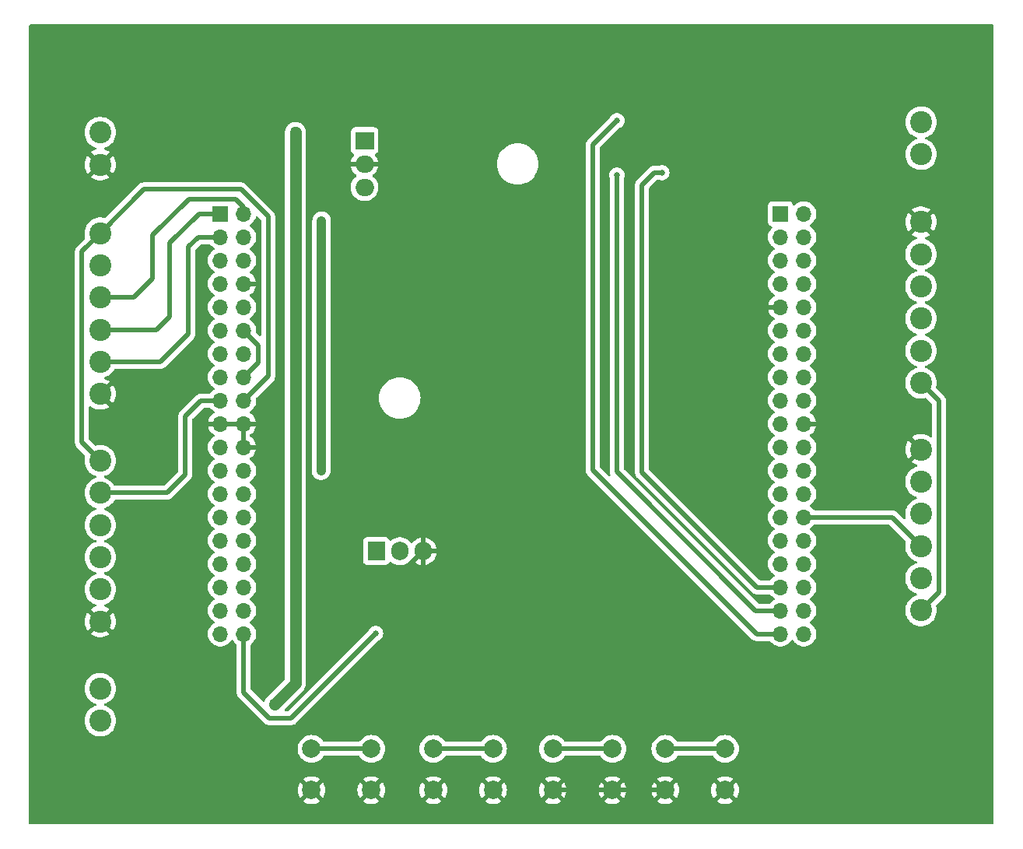
<source format=gbr>
%TF.GenerationSoftware,KiCad,Pcbnew,8.0.4-8.0.4-0~ubuntu22.04.1*%
%TF.CreationDate,2024-08-22T14:24:26+02:00*%
%TF.ProjectId,PCB_robot_controller,5043425f-726f-4626-9f74-5f636f6e7472,rev?*%
%TF.SameCoordinates,Original*%
%TF.FileFunction,Copper,L2,Bot*%
%TF.FilePolarity,Positive*%
%FSLAX46Y46*%
G04 Gerber Fmt 4.6, Leading zero omitted, Abs format (unit mm)*
G04 Created by KiCad (PCBNEW 8.0.4-8.0.4-0~ubuntu22.04.1) date 2024-08-22 14:24:26*
%MOMM*%
%LPD*%
G01*
G04 APERTURE LIST*
%TA.AperFunction,ComponentPad*%
%ADD10R,2.000000X1.905000*%
%TD*%
%TA.AperFunction,ComponentPad*%
%ADD11O,2.000000X1.905000*%
%TD*%
%TA.AperFunction,ComponentPad*%
%ADD12C,2.400000*%
%TD*%
%TA.AperFunction,ComponentPad*%
%ADD13C,2.000000*%
%TD*%
%TA.AperFunction,ComponentPad*%
%ADD14R,1.905000X2.000000*%
%TD*%
%TA.AperFunction,ComponentPad*%
%ADD15O,1.905000X2.000000*%
%TD*%
%TA.AperFunction,ComponentPad*%
%ADD16R,1.700000X1.700000*%
%TD*%
%TA.AperFunction,ComponentPad*%
%ADD17O,1.700000X1.700000*%
%TD*%
%TA.AperFunction,ViaPad*%
%ADD18C,7.000000*%
%TD*%
%TA.AperFunction,ViaPad*%
%ADD19C,1.270000*%
%TD*%
%TA.AperFunction,ViaPad*%
%ADD20C,0.635000*%
%TD*%
%TA.AperFunction,ViaPad*%
%ADD21C,1.016000*%
%TD*%
%TA.AperFunction,Conductor*%
%ADD22C,0.508000*%
%TD*%
%TA.AperFunction,Conductor*%
%ADD23C,1.270000*%
%TD*%
%TA.AperFunction,Conductor*%
%ADD24C,1.016000*%
%TD*%
G04 APERTURE END LIST*
D10*
%TO.P,U1,1,IN*%
%TO.N,+24V*%
X144190000Y-72185000D03*
D11*
%TO.P,U1,2,GND*%
%TO.N,GND*%
X144190000Y-74725000D03*
%TO.P,U1,3,OUT*%
%TO.N,+12V*%
X144190000Y-77265000D03*
%TD*%
D12*
%TO.P,POWER,1,Pin_1*%
%TO.N,/NUCLEO64-F401RE/+24 VIN*%
X115420000Y-71300000D03*
%TO.P,POWER,2,Pin_2*%
%TO.N,GND*%
X115420000Y-74800000D03*
%TD*%
D13*
%TO.P,SW4,1,1*%
%TO.N,GND*%
X183420000Y-142850000D03*
X176920000Y-142850000D03*
%TO.P,SW4,2,2*%
%TO.N,SW_F4*%
X183420000Y-138350000D03*
X176920000Y-138350000D03*
%TD*%
D12*
%TO.P,COM,1,Pin_1*%
%TO.N,/comunication/RS485 A*%
X204770000Y-73675000D03*
%TO.P,COM,2,Pin_2*%
%TO.N,/comunication/RS485 B*%
X204770000Y-70175000D03*
%TD*%
%TO.P,MOTOR4,1,Pin_1*%
%TO.N,+5V*%
X115420000Y-107010000D03*
%TO.P,MOTOR4,2,Pin_2*%
%TO.N,LS_4*%
X115420000Y-110510000D03*
%TO.P,MOTOR4,3,Pin_3*%
%TO.N,STEP_4*%
X115420000Y-114010000D03*
%TO.P,MOTOR4,4,Pin_4*%
%TO.N,DIR_4*%
X115420000Y-117510000D03*
%TO.P,MOTOR4,5,Pin_5*%
%TO.N,EN_4*%
X115420000Y-121010000D03*
%TO.P,MOTOR4,6,Pin_6*%
%TO.N,GND*%
X115420000Y-124510000D03*
%TD*%
D13*
%TO.P,SW2,1,1*%
%TO.N,GND*%
X158170000Y-142850000D03*
X151670000Y-142850000D03*
%TO.P,SW2,2,2*%
%TO.N,SW_F2*%
X158170000Y-138350000D03*
X151670000Y-138350000D03*
%TD*%
D12*
%TO.P,MOTOR3,1,Pin_1*%
%TO.N,+5V*%
X115420000Y-82260000D03*
%TO.P,MOTOR3,2,Pin_2*%
%TO.N,LS_3*%
X115420000Y-85760000D03*
%TO.P,MOTOR3,3,Pin_3*%
%TO.N,STEP_3*%
X115420000Y-89260000D03*
%TO.P,MOTOR3,4,Pin_4*%
%TO.N,DIR_3*%
X115420000Y-92760000D03*
%TO.P,MOTOR3,5,Pin_5*%
%TO.N,EN_3*%
X115420000Y-96260000D03*
%TO.P,MOTOR3,6,Pin_6*%
%TO.N,GND*%
X115420000Y-99760000D03*
%TD*%
D14*
%TO.P,Q1,1,D*%
%TO.N,/robot_control/GRIPPER -*%
X145480000Y-116850000D03*
D15*
%TO.P,Q1,2,G*%
%TO.N,Net-(Q1-G)*%
X148020000Y-116850000D03*
%TO.P,Q1,3,S*%
%TO.N,GND*%
X150560000Y-116850000D03*
%TD*%
D12*
%TO.P,MOTOR2,1,Pin_1*%
%TO.N,+5V*%
X204740000Y-123300000D03*
%TO.P,MOTOR2,2,Pin_2*%
%TO.N,LS_2*%
X204740000Y-119800000D03*
%TO.P,MOTOR2,3,Pin_3*%
%TO.N,STEP_2*%
X204740000Y-116300000D03*
%TO.P,MOTOR2,4,Pin_4*%
%TO.N,DIR_2*%
X204740000Y-112800000D03*
%TO.P,MOTOR2,5,Pin_5*%
%TO.N,EN_2*%
X204740000Y-109300000D03*
%TO.P,MOTOR2,6,Pin_6*%
%TO.N,GND*%
X204740000Y-105800000D03*
%TD*%
%TO.P,MOTOR1,1,Pin_1*%
%TO.N,+5V*%
X204740000Y-98550000D03*
%TO.P,MOTOR1,2,Pin_2*%
%TO.N,LS_1*%
X204740000Y-95050000D03*
%TO.P,MOTOR1,3,Pin_3*%
%TO.N,STEP_1*%
X204740000Y-91550000D03*
%TO.P,MOTOR1,4,Pin_4*%
%TO.N,DIR_1*%
X204740000Y-88050000D03*
%TO.P,MOTOR1,5,Pin_5*%
%TO.N,EN_1*%
X204740000Y-84550000D03*
%TO.P,MOTOR1,6,Pin_6*%
%TO.N,GND*%
X204740000Y-81050000D03*
%TD*%
D13*
%TO.P,SW1,1,1*%
%TO.N,GND*%
X144920000Y-142850000D03*
X138420000Y-142850000D03*
%TO.P,SW1,2,2*%
%TO.N,SW_F1*%
X144920000Y-138350000D03*
X138420000Y-138350000D03*
%TD*%
%TO.P,SW3,1,1*%
%TO.N,GND*%
X171170000Y-142850000D03*
X164670000Y-142850000D03*
%TO.P,SW3,2,2*%
%TO.N,SW_F3*%
X171170000Y-138350000D03*
X164670000Y-138350000D03*
%TD*%
D12*
%TO.P,GRIPPER,1,Pin_1*%
%TO.N,/robot_control/GRIPPER -*%
X115420000Y-131800000D03*
%TO.P,GRIPPER,2,Pin_2*%
%TO.N,+24V*%
X115420000Y-135300000D03*
%TD*%
D16*
%TO.P,J4,1,Pin_1*%
%TO.N,/NUCLEO64-F401RE/PC9*%
X189460000Y-80140000D03*
D17*
%TO.P,J4,2,Pin_2*%
%TO.N,/NUCLEO64-F401RE/PC8*%
X192000000Y-80140000D03*
%TO.P,J4,3,Pin_3*%
%TO.N,/NUCLEO64-F401RE/PB8*%
X189460000Y-82680000D03*
%TO.P,J4,4,Pin_4*%
%TO.N,/NUCLEO64-F401RE/PC6*%
X192000000Y-82680000D03*
%TO.P,J4,5,Pin_5*%
%TO.N,/NUCLEO64-F401RE/PB9*%
X189460000Y-85220000D03*
%TO.P,J4,6,Pin_6*%
%TO.N,EN_1*%
X192000000Y-85220000D03*
%TO.P,J4,7,Pin_7*%
%TO.N,unconnected-(J4-Pin_7-Pad7)*%
X189460000Y-87760000D03*
%TO.P,J4,8,Pin_8*%
%TO.N,unconnected-(J4-Pin_8-Pad8)*%
X192000000Y-87760000D03*
%TO.P,J4,9,Pin_9*%
%TO.N,GND*%
X189460000Y-90300000D03*
%TO.P,J4,10,Pin_10*%
%TO.N,unconnected-(J4-Pin_10-Pad10)*%
X192000000Y-90300000D03*
%TO.P,J4,11,Pin_11*%
%TO.N,/NUCLEO64-F401RE/LD2*%
X189460000Y-92840000D03*
%TO.P,J4,12,Pin_12*%
%TO.N,DIR_1*%
X192000000Y-92840000D03*
%TO.P,J4,13,Pin_13*%
%TO.N,/NUCLEO64-F401RE/PA6*%
X189460000Y-95380000D03*
%TO.P,J4,14,Pin_14*%
%TO.N,STEP_1*%
X192000000Y-95380000D03*
%TO.P,J4,15,Pin_15*%
%TO.N,/NUCLEO64-F401RE/PA7*%
X189460000Y-97920000D03*
%TO.P,J4,16,Pin_16*%
%TO.N,LS_1*%
X192000000Y-97920000D03*
%TO.P,J4,17,Pin_17*%
%TO.N,/NUCLEO64-F401RE/PB6*%
X189460000Y-100460000D03*
%TO.P,J4,18,Pin_18*%
%TO.N,/NUCLEO64-F401RE/(PB11)*%
X192000000Y-100460000D03*
%TO.P,J4,19,Pin_19*%
%TO.N,/NUCLEO64-F401RE/PC7*%
X189460000Y-103000000D03*
%TO.P,J4,20,Pin_20*%
%TO.N,GND*%
X192000000Y-103000000D03*
%TO.P,J4,21,Pin_21*%
%TO.N,/NUCLEO64-F401RE/PA9*%
X189460000Y-105540000D03*
%TO.P,J4,22,Pin_22*%
%TO.N,/NUCLEO64-F401RE/PB2*%
X192000000Y-105540000D03*
%TO.P,J4,23,Pin_23*%
%TO.N,SW_F1*%
X189460000Y-108080000D03*
%TO.P,J4,24,Pin_24*%
%TO.N,EN_2*%
X192000000Y-108080000D03*
%TO.P,J4,25,Pin_25*%
%TO.N,SW_F2*%
X189460000Y-110620000D03*
%TO.P,J4,26,Pin_26*%
%TO.N,DIR_2*%
X192000000Y-110620000D03*
%TO.P,J4,27,Pin_27*%
%TO.N,SW_F3*%
X189460000Y-113160000D03*
%TO.P,J4,28,Pin_28*%
%TO.N,STEP_2*%
X192000000Y-113160000D03*
%TO.P,J4,29,Pin_29*%
%TO.N,SW_F4*%
X189460000Y-115700000D03*
%TO.P,J4,30,Pin_30*%
%TO.N,LS_2*%
X192000000Y-115700000D03*
%TO.P,J4,31,Pin_31*%
%TO.N,/NUCLEO64-F401RE/SWO (PB3)*%
X189460000Y-118240000D03*
%TO.P,J4,32,Pin_32*%
%TO.N,unconnected-(J4-Pin_32-Pad32)*%
X192000000Y-118240000D03*
%TO.P,J4,33,Pin_33*%
%TO.N,USART_DE*%
X189460000Y-120780000D03*
%TO.P,J4,34,Pin_34*%
%TO.N,/NUCLEO64-F401RE/PC4*%
X192000000Y-120780000D03*
%TO.P,J4,35,Pin_35*%
%TO.N,USART_TX*%
X189460000Y-123320000D03*
%TO.P,J4,36,Pin_36*%
%TO.N,unconnected-(J4-Pin_36-Pad36)*%
X192000000Y-123320000D03*
%TO.P,J4,37,Pin_37*%
%TO.N,USART_RX*%
X189460000Y-125860000D03*
%TO.P,J4,38,Pin_38*%
%TO.N,unconnected-(J4-Pin_38-Pad38)*%
X192000000Y-125860000D03*
%TD*%
D16*
%TO.P,J3,1,Pin_1*%
%TO.N,DIR_3*%
X128500000Y-80140000D03*
D17*
%TO.P,J3,2,Pin_2*%
%TO.N,STEP_3*%
X131040000Y-80140000D03*
%TO.P,J3,3,Pin_3*%
%TO.N,EN_3*%
X128500000Y-82680000D03*
%TO.P,J3,4,Pin_4*%
%TO.N,LS_3*%
X131040000Y-82680000D03*
%TO.P,J3,5,Pin_5*%
%TO.N,unconnected-(J3-Pin_5-Pad5)*%
X128500000Y-85220000D03*
%TO.P,J3,6,Pin_6*%
%TO.N,unconnected-(J3-Pin_6-Pad6)*%
X131040000Y-85220000D03*
%TO.P,J3,7,Pin_7*%
%TO.N,/NUCLEO64-F401RE/BOOT0*%
X128500000Y-87760000D03*
%TO.P,J3,8,Pin_8*%
%TO.N,GND*%
X131040000Y-87760000D03*
%TO.P,J3,9,Pin_9*%
%TO.N,unconnected-(J3-Pin_9-Pad9)*%
X128500000Y-90300000D03*
%TO.P,J3,10,Pin_10*%
%TO.N,unconnected-(J3-Pin_10-Pad10)*%
X131040000Y-90300000D03*
%TO.P,J3,11,Pin_11*%
%TO.N,unconnected-(J3-Pin_11-Pad11)*%
X128500000Y-92840000D03*
%TO.P,J3,12,Pin_12*%
%TO.N,+3.3V*%
X131040000Y-92840000D03*
%TO.P,J3,13,Pin_13*%
%TO.N,/NUCLEO64-F401RE/TMS (PA13)*%
X128500000Y-95380000D03*
%TO.P,J3,14,Pin_14*%
%TO.N,/NUCLEO64-F401RE/NRST*%
X131040000Y-95380000D03*
%TO.P,J3,15,Pin_15*%
%TO.N,/NUCLEO64-F401RE/TCK (PA14)*%
X128500000Y-97920000D03*
%TO.P,J3,16,Pin_16*%
%TO.N,+3.3V*%
X131040000Y-97920000D03*
%TO.P,J3,17,Pin_17*%
%TO.N,LS_4*%
X128500000Y-100460000D03*
%TO.P,J3,18,Pin_18*%
%TO.N,+5V*%
X131040000Y-100460000D03*
%TO.P,J3,19,Pin_19*%
%TO.N,GND*%
X128500000Y-103000000D03*
%TO.P,J3,20,Pin_20*%
X131040000Y-103000000D03*
%TO.P,J3,21,Pin_21*%
%TO.N,STEP_4*%
X128500000Y-105540000D03*
%TO.P,J3,22,Pin_22*%
%TO.N,GND*%
X131040000Y-105540000D03*
%TO.P,J3,23,Pin_23*%
%TO.N,/NUCLEO64-F401RE/B1 (PC13)*%
X128500000Y-108080000D03*
%TO.P,J3,24,Pin_24*%
%TO.N,+12V*%
X131040000Y-108080000D03*
%TO.P,J3,25,Pin_25*%
%TO.N,/NUCLEO64-F401RE/RCC (PC14)*%
X128500000Y-110620000D03*
%TO.P,J3,26,Pin_26*%
%TO.N,unconnected-(J3-Pin_26-Pad26)*%
X131040000Y-110620000D03*
%TO.P,J3,27,Pin_27*%
%TO.N,/NUCLEO64-F401RE/RCC (PC15)*%
X128500000Y-113160000D03*
%TO.P,J3,28,Pin_28*%
%TO.N,/NUCLEO64-F401RE/PA0*%
X131040000Y-113160000D03*
%TO.P,J3,29,Pin_29*%
%TO.N,unconnected-(J3-Pin_29-Pad29)*%
X128500000Y-115700000D03*
%TO.P,J3,30,Pin_30*%
%TO.N,/NUCLEO64-F401RE/PA1*%
X131040000Y-115700000D03*
%TO.P,J3,31,Pin_31*%
%TO.N,unconnected-(J3-Pin_31-Pad31)*%
X128500000Y-118240000D03*
%TO.P,J3,32,Pin_32*%
%TO.N,/NUCLEO64-F401RE/PA4*%
X131040000Y-118240000D03*
%TO.P,J3,33,Pin_33*%
%TO.N,unconnected-(J3-Pin_33-Pad33)*%
X128500000Y-120780000D03*
%TO.P,J3,34,Pin_34*%
%TO.N,/NUCLEO64-F401RE/PB0*%
X131040000Y-120780000D03*
%TO.P,J3,35,Pin_35*%
%TO.N,DIR_4*%
X128500000Y-123320000D03*
%TO.P,J3,36,Pin_36*%
%TO.N,/NUCLEO64-F401RE/PC1*%
X131040000Y-123320000D03*
%TO.P,J3,37,Pin_37*%
%TO.N,EN_4*%
X128500000Y-125860000D03*
%TO.P,J3,38,Pin_38*%
%TO.N,GRIPPER*%
X131040000Y-125860000D03*
%TD*%
D18*
%TO.N,GND*%
X112170000Y-63050000D03*
X112170000Y-143050000D03*
X208170000Y-63050000D03*
X208170000Y-143050000D03*
D19*
%TO.N,+24V*%
X136670000Y-71300000D03*
X134370000Y-133550000D03*
D20*
%TO.N,USART_RX*%
X171650000Y-70020000D03*
%TO.N,USART_TX*%
X171650000Y-75930000D03*
%TO.N,GRIPPER*%
X145396300Y-125798700D03*
%TO.N,USART_DE*%
X176540000Y-75671700D03*
D21*
%TO.N,+12V*%
X139520000Y-80910000D03*
X139440000Y-108080000D03*
%TD*%
D22*
%TO.N,+5V*%
X133682100Y-80454800D02*
X130720900Y-77493600D01*
X204740000Y-98550000D02*
X206708000Y-100518000D01*
X113418900Y-105008900D02*
X115420000Y-107010000D01*
X130720900Y-77493600D02*
X120186400Y-77493600D01*
X133682100Y-97817900D02*
X133682100Y-80454800D01*
X131040000Y-100460000D02*
X133682100Y-97817900D01*
X113418900Y-84261100D02*
X113418900Y-105008900D01*
X206708000Y-121332000D02*
X204740000Y-123300000D01*
X120186400Y-77493600D02*
X115420000Y-82260000D01*
X206708000Y-100518000D02*
X206708000Y-121332000D01*
X115420000Y-82260000D02*
X113418900Y-84261100D01*
%TO.N,GND*%
X148965000Y-118445000D02*
X150560000Y-116850000D01*
X147625000Y-140145000D02*
X144920000Y-142850000D01*
X131040000Y-105540000D02*
X131040000Y-103000000D01*
X151670000Y-142850000D02*
X148965000Y-140145000D01*
X148965000Y-140145000D02*
X148965000Y-118445000D01*
X204740000Y-105800000D02*
X202775000Y-103835000D01*
X171170000Y-142850000D02*
X176920000Y-142850000D01*
X202775000Y-103000000D02*
X202775000Y-83015000D01*
X164670000Y-142850000D02*
X171170000Y-142850000D01*
X192000000Y-103000000D02*
X193613700Y-103000000D01*
X148965000Y-140145000D02*
X147625000Y-140145000D01*
X202775000Y-103000000D02*
X193613700Y-103000000D01*
X202775000Y-83015000D02*
X204740000Y-81050000D01*
X202775000Y-103835000D02*
X202775000Y-103000000D01*
D23*
%TO.N,+24V*%
X136670000Y-131250000D02*
X134370000Y-133550000D01*
X136670000Y-71300000D02*
X136670000Y-131250000D01*
D22*
%TO.N,+3.3V*%
X132659100Y-94459100D02*
X131040000Y-92840000D01*
X131040000Y-97920000D02*
X132659100Y-96300900D01*
X132659100Y-96300900D02*
X132659100Y-94459100D01*
%TO.N,DIR_3*%
X122970000Y-91320000D02*
X121530000Y-92760000D01*
X128500000Y-80140000D02*
X126170000Y-80140000D01*
X126170000Y-80140000D02*
X122970000Y-83340000D01*
X122970000Y-83340000D02*
X122970000Y-91320000D01*
X121530000Y-92760000D02*
X115420000Y-92760000D01*
%TO.N,USART_RX*%
X169040000Y-72630000D02*
X169040000Y-108020000D01*
X171650000Y-70020000D02*
X169040000Y-72630000D01*
X186880000Y-125860000D02*
X189460000Y-125860000D01*
X169040000Y-108020000D02*
X186880000Y-125860000D01*
%TO.N,USART_TX*%
X171650000Y-108230000D02*
X186740000Y-123320000D01*
X171650000Y-75930000D02*
X171650000Y-108230000D01*
X186740000Y-123320000D02*
X189460000Y-123320000D01*
%TO.N,STEP_2*%
X192000000Y-113160000D02*
X201600000Y-113160000D01*
X201600000Y-113160000D02*
X204740000Y-116300000D01*
%TO.N,STEP_3*%
X125083700Y-78526300D02*
X121140000Y-82470000D01*
X121140000Y-87210000D02*
X119090000Y-89260000D01*
X119090000Y-89260000D02*
X115420000Y-89260000D01*
X130136300Y-78526300D02*
X125083700Y-78526300D01*
X131040000Y-80140000D02*
X131040000Y-79430000D01*
X131040000Y-79430000D02*
X130136300Y-78526300D01*
X121140000Y-82470000D02*
X121140000Y-87210000D01*
%TO.N,LS_4*%
X124680000Y-108510000D02*
X122680000Y-110510000D01*
X128500000Y-100460000D02*
X126390000Y-100460000D01*
X124680000Y-102170000D02*
X124680000Y-108510000D01*
X126390000Y-100460000D02*
X124680000Y-102170000D01*
X122680000Y-110510000D02*
X115420000Y-110510000D01*
%TO.N,GRIPPER*%
X133821800Y-134997000D02*
X136198000Y-134997000D01*
X136198000Y-134997000D02*
X145396300Y-125798700D01*
X131040000Y-125860000D02*
X131040000Y-132215200D01*
X131040000Y-132215200D02*
X133821800Y-134997000D01*
%TO.N,USART_DE*%
X174400000Y-108290000D02*
X186890000Y-120780000D01*
X174400000Y-77000000D02*
X174400000Y-108290000D01*
X186890000Y-120780000D02*
X189460000Y-120780000D01*
X176540000Y-75671700D02*
X175728300Y-75671700D01*
X175728300Y-75671700D02*
X174400000Y-77000000D01*
%TO.N,SW_F1*%
X138420000Y-138350000D02*
X144920000Y-138350000D01*
%TO.N,SW_F2*%
X151670000Y-138350000D02*
X158170000Y-138350000D01*
%TO.N,SW_F3*%
X164670000Y-138350000D02*
X171170000Y-138350000D01*
%TO.N,SW_F4*%
X176920000Y-138350000D02*
X183420000Y-138350000D01*
%TO.N,EN_3*%
X121940000Y-96260000D02*
X115420000Y-96260000D01*
X126060000Y-82680000D02*
X125010000Y-83730000D01*
X125010000Y-83730000D02*
X125010000Y-93190000D01*
X125010000Y-93190000D02*
X121940000Y-96260000D01*
X128500000Y-82680000D02*
X126060000Y-82680000D01*
D24*
%TO.N,+12V*%
X139520000Y-108000000D02*
X139520000Y-107910000D01*
X139440000Y-108080000D02*
X139520000Y-108000000D01*
X139520000Y-107910000D02*
X139520000Y-108000000D01*
X139520000Y-80910000D02*
X139520000Y-107910000D01*
%TD*%
%TA.AperFunction,Conductor*%
%TO.N,GND*%
G36*
X127375363Y-83462185D02*
G01*
X127412133Y-83498679D01*
X127424278Y-83517269D01*
X127550978Y-83654900D01*
X127576760Y-83682906D01*
X127754424Y-83821189D01*
X127754429Y-83821191D01*
X127754431Y-83821193D01*
X127790930Y-83840946D01*
X127840520Y-83890165D01*
X127855628Y-83958382D01*
X127831457Y-84023937D01*
X127790930Y-84059054D01*
X127754431Y-84078806D01*
X127754422Y-84078812D01*
X127576761Y-84217092D01*
X127576756Y-84217097D01*
X127424284Y-84382723D01*
X127424276Y-84382734D01*
X127301140Y-84571207D01*
X127210703Y-84777385D01*
X127155436Y-84995628D01*
X127155434Y-84995640D01*
X127136844Y-85219994D01*
X127136844Y-85220005D01*
X127155434Y-85444359D01*
X127155436Y-85444371D01*
X127210703Y-85662614D01*
X127301140Y-85868792D01*
X127424276Y-86057265D01*
X127424284Y-86057276D01*
X127574158Y-86220080D01*
X127576760Y-86222906D01*
X127754424Y-86361189D01*
X127754429Y-86361191D01*
X127754431Y-86361193D01*
X127790930Y-86380946D01*
X127840520Y-86430165D01*
X127855628Y-86498382D01*
X127831457Y-86563937D01*
X127790930Y-86599054D01*
X127754431Y-86618806D01*
X127754422Y-86618812D01*
X127576761Y-86757092D01*
X127576756Y-86757097D01*
X127424284Y-86922723D01*
X127424276Y-86922734D01*
X127301140Y-87111207D01*
X127210703Y-87317385D01*
X127155436Y-87535628D01*
X127155434Y-87535640D01*
X127136844Y-87759994D01*
X127136844Y-87760005D01*
X127155434Y-87984359D01*
X127155436Y-87984371D01*
X127210703Y-88202614D01*
X127301140Y-88408792D01*
X127424276Y-88597265D01*
X127424284Y-88597276D01*
X127576756Y-88762902D01*
X127576760Y-88762906D01*
X127754424Y-88901189D01*
X127754429Y-88901191D01*
X127754431Y-88901193D01*
X127790930Y-88920946D01*
X127840520Y-88970165D01*
X127855628Y-89038382D01*
X127831457Y-89103937D01*
X127790930Y-89139054D01*
X127754431Y-89158806D01*
X127754422Y-89158812D01*
X127576761Y-89297092D01*
X127576756Y-89297097D01*
X127424284Y-89462723D01*
X127424276Y-89462734D01*
X127301140Y-89651207D01*
X127210703Y-89857385D01*
X127155436Y-90075628D01*
X127155434Y-90075640D01*
X127136844Y-90299994D01*
X127136844Y-90300005D01*
X127155434Y-90524359D01*
X127155436Y-90524371D01*
X127210703Y-90742614D01*
X127301140Y-90948792D01*
X127424276Y-91137265D01*
X127424284Y-91137276D01*
X127569165Y-91294656D01*
X127576760Y-91302906D01*
X127754424Y-91441189D01*
X127754429Y-91441191D01*
X127754431Y-91441193D01*
X127790930Y-91460946D01*
X127840520Y-91510165D01*
X127855628Y-91578382D01*
X127831457Y-91643937D01*
X127790930Y-91679054D01*
X127754431Y-91698806D01*
X127754422Y-91698812D01*
X127576761Y-91837092D01*
X127576756Y-91837097D01*
X127424284Y-92002723D01*
X127424276Y-92002734D01*
X127301140Y-92191207D01*
X127210703Y-92397385D01*
X127155436Y-92615628D01*
X127155434Y-92615640D01*
X127136844Y-92839994D01*
X127136844Y-92840005D01*
X127155434Y-93064359D01*
X127155436Y-93064371D01*
X127210703Y-93282614D01*
X127301140Y-93488792D01*
X127424276Y-93677265D01*
X127424284Y-93677276D01*
X127576756Y-93842902D01*
X127576760Y-93842906D01*
X127754424Y-93981189D01*
X127754429Y-93981191D01*
X127754431Y-93981193D01*
X127790930Y-94000946D01*
X127840520Y-94050165D01*
X127855628Y-94118382D01*
X127831457Y-94183937D01*
X127790930Y-94219054D01*
X127754431Y-94238806D01*
X127754422Y-94238812D01*
X127576761Y-94377092D01*
X127576756Y-94377097D01*
X127424284Y-94542723D01*
X127424276Y-94542734D01*
X127301140Y-94731207D01*
X127210703Y-94937385D01*
X127155436Y-95155628D01*
X127155434Y-95155640D01*
X127136844Y-95379994D01*
X127136844Y-95380005D01*
X127155434Y-95604359D01*
X127155436Y-95604371D01*
X127210703Y-95822614D01*
X127301140Y-96028792D01*
X127424276Y-96217265D01*
X127424284Y-96217276D01*
X127576756Y-96382902D01*
X127576760Y-96382906D01*
X127754424Y-96521189D01*
X127754429Y-96521191D01*
X127754431Y-96521193D01*
X127790930Y-96540946D01*
X127840520Y-96590165D01*
X127855628Y-96658382D01*
X127831457Y-96723937D01*
X127790930Y-96759054D01*
X127754431Y-96778806D01*
X127754422Y-96778812D01*
X127576761Y-96917092D01*
X127576756Y-96917097D01*
X127424284Y-97082723D01*
X127424276Y-97082734D01*
X127301140Y-97271207D01*
X127210703Y-97477385D01*
X127155436Y-97695628D01*
X127155434Y-97695640D01*
X127136844Y-97919994D01*
X127136844Y-97920005D01*
X127155434Y-98144359D01*
X127155436Y-98144371D01*
X127210703Y-98362614D01*
X127301140Y-98568792D01*
X127424276Y-98757265D01*
X127424284Y-98757276D01*
X127576756Y-98922902D01*
X127576760Y-98922906D01*
X127754424Y-99061189D01*
X127754429Y-99061191D01*
X127754431Y-99061193D01*
X127790930Y-99080946D01*
X127840520Y-99130165D01*
X127855628Y-99198382D01*
X127831457Y-99263937D01*
X127790930Y-99299054D01*
X127754431Y-99318806D01*
X127754422Y-99318812D01*
X127576761Y-99457092D01*
X127576756Y-99457097D01*
X127424278Y-99622730D01*
X127412133Y-99641321D01*
X127358987Y-99686678D01*
X127308324Y-99697500D01*
X126314898Y-99697500D01*
X126167592Y-99726801D01*
X126167586Y-99726803D01*
X126028822Y-99784281D01*
X125903930Y-99867730D01*
X124087728Y-101683932D01*
X124020359Y-101784759D01*
X124004282Y-101808819D01*
X123946803Y-101947586D01*
X123946801Y-101947592D01*
X123917500Y-102094897D01*
X123917500Y-108142800D01*
X123897815Y-108209839D01*
X123881181Y-108230481D01*
X122400481Y-109711181D01*
X122339158Y-109744666D01*
X122312800Y-109747500D01*
X117024168Y-109747500D01*
X116957129Y-109727815D01*
X116916781Y-109685500D01*
X116877285Y-109617092D01*
X116835587Y-109544869D01*
X116675931Y-109344666D01*
X116675930Y-109344665D01*
X116675927Y-109344661D01*
X116554989Y-109232448D01*
X116488219Y-109170495D01*
X116386902Y-109101418D01*
X116276649Y-109026248D01*
X116276638Y-109026241D01*
X116045940Y-108915144D01*
X116045921Y-108915137D01*
X115927116Y-108878491D01*
X115868857Y-108839921D01*
X115840699Y-108775977D01*
X115851581Y-108706960D01*
X115898050Y-108654783D01*
X115927116Y-108641509D01*
X116033839Y-108608589D01*
X116045935Y-108604858D01*
X116243417Y-108509756D01*
X116276638Y-108493758D01*
X116276638Y-108493757D01*
X116276646Y-108493754D01*
X116488219Y-108349505D01*
X116675931Y-108175334D01*
X116835587Y-107975131D01*
X116963622Y-107753369D01*
X117057174Y-107515001D01*
X117114155Y-107265353D01*
X117115851Y-107242723D01*
X117133291Y-107010004D01*
X117133291Y-107009995D01*
X117114156Y-106754656D01*
X117114155Y-106754651D01*
X117114155Y-106754647D01*
X117057174Y-106504999D01*
X116963622Y-106266631D01*
X116835587Y-106044869D01*
X116675931Y-105844666D01*
X116675930Y-105844665D01*
X116675927Y-105844661D01*
X116538890Y-105717511D01*
X116488219Y-105670495D01*
X116338487Y-105568409D01*
X116276649Y-105526248D01*
X116276638Y-105526241D01*
X116045940Y-105415144D01*
X116045921Y-105415137D01*
X115801248Y-105339666D01*
X115801238Y-105339663D01*
X115548041Y-105301500D01*
X115548034Y-105301500D01*
X115291966Y-105301500D01*
X115291958Y-105301500D01*
X115038761Y-105339663D01*
X115038751Y-105339666D01*
X114949083Y-105367325D01*
X114879220Y-105368275D01*
X114824853Y-105336515D01*
X114217719Y-104729381D01*
X114184234Y-104668058D01*
X114181400Y-104641700D01*
X114181400Y-101207673D01*
X114201085Y-101140634D01*
X114253889Y-101094879D01*
X114323047Y-101084935D01*
X114375252Y-101105219D01*
X114567623Y-101236375D01*
X114567624Y-101236376D01*
X114797176Y-101346921D01*
X114797174Y-101346921D01*
X115040652Y-101422024D01*
X115040658Y-101422026D01*
X115292595Y-101459999D01*
X115292604Y-101460000D01*
X115547396Y-101460000D01*
X115547404Y-101459999D01*
X115799341Y-101422026D01*
X115799347Y-101422024D01*
X116042824Y-101346921D01*
X116272376Y-101236376D01*
X116272377Y-101236375D01*
X116433185Y-101126738D01*
X115631059Y-100324612D01*
X115651591Y-100319111D01*
X115788408Y-100240119D01*
X115900119Y-100128408D01*
X115979111Y-99991591D01*
X115984612Y-99971059D01*
X116786544Y-100772992D01*
X116786546Y-100772991D01*
X116828544Y-100720330D01*
X116955941Y-100499671D01*
X117049026Y-100262494D01*
X117049031Y-100262477D01*
X117105726Y-100014079D01*
X117124767Y-99760004D01*
X117124767Y-99759995D01*
X117105726Y-99505920D01*
X117049031Y-99257522D01*
X117049026Y-99257505D01*
X116955941Y-99020328D01*
X116955942Y-99020328D01*
X116828545Y-98799672D01*
X116786545Y-98747006D01*
X115984612Y-99548939D01*
X115979111Y-99528409D01*
X115900119Y-99391592D01*
X115788408Y-99279881D01*
X115651591Y-99200889D01*
X115631058Y-99195387D01*
X116433185Y-98393259D01*
X116272384Y-98283628D01*
X116272376Y-98283623D01*
X116042823Y-98173078D01*
X116042825Y-98173078D01*
X115912695Y-98132938D01*
X115854436Y-98094367D01*
X115826278Y-98030422D01*
X115837162Y-97961406D01*
X115883631Y-97909229D01*
X115912695Y-97895956D01*
X115942232Y-97886845D01*
X116045918Y-97854864D01*
X116045925Y-97854860D01*
X116045935Y-97854858D01*
X116230651Y-97765903D01*
X116276638Y-97743758D01*
X116276638Y-97743757D01*
X116276646Y-97743754D01*
X116488219Y-97599505D01*
X116658601Y-97441414D01*
X116675927Y-97425338D01*
X116675927Y-97425336D01*
X116675931Y-97425334D01*
X116835587Y-97225131D01*
X116916781Y-97084500D01*
X116967348Y-97036284D01*
X117024168Y-97022500D01*
X122015102Y-97022500D01*
X122114204Y-97002786D01*
X122162413Y-96993197D01*
X122301179Y-96935718D01*
X122364854Y-96893172D01*
X122364854Y-96893171D01*
X122364856Y-96893171D01*
X122395459Y-96872722D01*
X122426065Y-96852273D01*
X125602273Y-93676065D01*
X125685719Y-93551179D01*
X125743197Y-93412412D01*
X125772500Y-93265099D01*
X125772500Y-93114900D01*
X125772500Y-84097199D01*
X125792185Y-84030160D01*
X125808819Y-84009518D01*
X126339518Y-83478819D01*
X126400841Y-83445334D01*
X126427199Y-83442500D01*
X127308324Y-83442500D01*
X127375363Y-83462185D01*
G37*
%TD.AperFunction*%
%TA.AperFunction,Conductor*%
G36*
X131290000Y-105106988D02*
G01*
X131232993Y-105074075D01*
X131105826Y-105040000D01*
X130974174Y-105040000D01*
X130847007Y-105074075D01*
X130790000Y-105106988D01*
X130790000Y-103433012D01*
X130847007Y-103465925D01*
X130974174Y-103500000D01*
X131105826Y-103500000D01*
X131232993Y-103465925D01*
X131290000Y-103433012D01*
X131290000Y-105106988D01*
G37*
%TD.AperFunction*%
%TA.AperFunction,Conductor*%
G36*
X130574075Y-102807007D02*
G01*
X130540000Y-102934174D01*
X130540000Y-103065826D01*
X130574075Y-103192993D01*
X130606988Y-103250000D01*
X128933012Y-103250000D01*
X128965925Y-103192993D01*
X129000000Y-103065826D01*
X129000000Y-102934174D01*
X128965925Y-102807007D01*
X128933012Y-102750000D01*
X130606988Y-102750000D01*
X130574075Y-102807007D01*
G37*
%TD.AperFunction*%
%TA.AperFunction,Conductor*%
G36*
X132524453Y-80388965D02*
G01*
X132564897Y-80415934D01*
X132883281Y-80734318D01*
X132916766Y-80795641D01*
X132919600Y-80821999D01*
X132919600Y-93341900D01*
X132899915Y-93408939D01*
X132847111Y-93454694D01*
X132777953Y-93464638D01*
X132714397Y-93435613D01*
X132707919Y-93429581D01*
X132422002Y-93143664D01*
X132388517Y-93082341D01*
X132386107Y-93045742D01*
X132387101Y-93033757D01*
X132403156Y-92840000D01*
X132384564Y-92615632D01*
X132329296Y-92397384D01*
X132238860Y-92191209D01*
X132222706Y-92166484D01*
X132115723Y-92002734D01*
X132115715Y-92002723D01*
X131963243Y-91837097D01*
X131963238Y-91837092D01*
X131785577Y-91698812D01*
X131785578Y-91698812D01*
X131785576Y-91698811D01*
X131749070Y-91679055D01*
X131699479Y-91629836D01*
X131684371Y-91561619D01*
X131708541Y-91496064D01*
X131749070Y-91460945D01*
X131749084Y-91460936D01*
X131785576Y-91441189D01*
X131963240Y-91302906D01*
X132115722Y-91137268D01*
X132238860Y-90948791D01*
X132329296Y-90742616D01*
X132384564Y-90524368D01*
X132392770Y-90425338D01*
X132403156Y-90300005D01*
X132403156Y-90299994D01*
X132384565Y-90075640D01*
X132384563Y-90075628D01*
X132363689Y-89993198D01*
X132329296Y-89857384D01*
X132238860Y-89651209D01*
X132234713Y-89644862D01*
X132177291Y-89556970D01*
X132115722Y-89462732D01*
X132115719Y-89462729D01*
X132115715Y-89462723D01*
X131963243Y-89297097D01*
X131963238Y-89297092D01*
X131785577Y-89158812D01*
X131785577Y-89158811D01*
X131742303Y-89135393D01*
X131692713Y-89086173D01*
X131677605Y-89017957D01*
X131701775Y-88952401D01*
X131730198Y-88924763D01*
X131911079Y-88798108D01*
X132078105Y-88631082D01*
X132213600Y-88437578D01*
X132313429Y-88223492D01*
X132313432Y-88223486D01*
X132370636Y-88010000D01*
X131473012Y-88010000D01*
X131505925Y-87952993D01*
X131540000Y-87825826D01*
X131540000Y-87694174D01*
X131505925Y-87567007D01*
X131473012Y-87510000D01*
X132370636Y-87510000D01*
X132370635Y-87509999D01*
X132313432Y-87296513D01*
X132313429Y-87296507D01*
X132213600Y-87082422D01*
X132213599Y-87082420D01*
X132078113Y-86888926D01*
X132078108Y-86888920D01*
X131911082Y-86721894D01*
X131730197Y-86595236D01*
X131686572Y-86540659D01*
X131679380Y-86471160D01*
X131710902Y-86408806D01*
X131742300Y-86384608D01*
X131785576Y-86361189D01*
X131963240Y-86222906D01*
X132115722Y-86057268D01*
X132238860Y-85868791D01*
X132329296Y-85662616D01*
X132384564Y-85444368D01*
X132384565Y-85444359D01*
X132403156Y-85220005D01*
X132403156Y-85219994D01*
X132384565Y-84995640D01*
X132384563Y-84995628D01*
X132329296Y-84777385D01*
X132238859Y-84571207D01*
X132115723Y-84382734D01*
X132115715Y-84382723D01*
X131963243Y-84217097D01*
X131963238Y-84217092D01*
X131844797Y-84124905D01*
X131785576Y-84078811D01*
X131749070Y-84059055D01*
X131699479Y-84009836D01*
X131684371Y-83941619D01*
X131708541Y-83876064D01*
X131749070Y-83840945D01*
X131749084Y-83840936D01*
X131785576Y-83821189D01*
X131963240Y-83682906D01*
X132115722Y-83517268D01*
X132238860Y-83328791D01*
X132329296Y-83122616D01*
X132384564Y-82904368D01*
X132386611Y-82879665D01*
X132403156Y-82680005D01*
X132403156Y-82679994D01*
X132384565Y-82455640D01*
X132384563Y-82455628D01*
X132374715Y-82416738D01*
X132329296Y-82237384D01*
X132238860Y-82031209D01*
X132225224Y-82010338D01*
X132115723Y-81842734D01*
X132115715Y-81842723D01*
X131963243Y-81677097D01*
X131963238Y-81677092D01*
X131785577Y-81538812D01*
X131785578Y-81538812D01*
X131785576Y-81538811D01*
X131749070Y-81519055D01*
X131699479Y-81469836D01*
X131684371Y-81401619D01*
X131708541Y-81336064D01*
X131749070Y-81300945D01*
X131760297Y-81294869D01*
X131785576Y-81281189D01*
X131963240Y-81142906D01*
X132115722Y-80977268D01*
X132238860Y-80788791D01*
X132329296Y-80582616D01*
X132357010Y-80473174D01*
X132392550Y-80413019D01*
X132454970Y-80381627D01*
X132524453Y-80388965D01*
G37*
%TD.AperFunction*%
%TA.AperFunction,Conductor*%
G36*
X212612539Y-59570185D02*
G01*
X212658294Y-59622989D01*
X212669500Y-59674500D01*
X212669500Y-146425500D01*
X212649815Y-146492539D01*
X212597011Y-146538294D01*
X212545500Y-146549500D01*
X107794500Y-146549500D01*
X107727461Y-146529815D01*
X107681706Y-146477011D01*
X107670500Y-146425500D01*
X107670500Y-142849994D01*
X136914859Y-142849994D01*
X136914859Y-142850005D01*
X136935385Y-143097729D01*
X136935387Y-143097738D01*
X136996412Y-143338717D01*
X137096266Y-143566364D01*
X137196564Y-143719882D01*
X137896212Y-143020234D01*
X137907482Y-143062292D01*
X137979890Y-143187708D01*
X138082292Y-143290110D01*
X138207708Y-143362518D01*
X138249765Y-143373787D01*
X137549942Y-144073609D01*
X137596768Y-144110055D01*
X137596770Y-144110056D01*
X137815385Y-144228364D01*
X137815396Y-144228369D01*
X138050506Y-144309083D01*
X138295707Y-144350000D01*
X138544293Y-144350000D01*
X138789493Y-144309083D01*
X139024603Y-144228369D01*
X139024614Y-144228364D01*
X139243228Y-144110057D01*
X139243231Y-144110055D01*
X139290056Y-144073609D01*
X138590234Y-143373787D01*
X138632292Y-143362518D01*
X138757708Y-143290110D01*
X138860110Y-143187708D01*
X138932518Y-143062292D01*
X138943787Y-143020235D01*
X139643434Y-143719882D01*
X139743731Y-143566369D01*
X139843587Y-143338717D01*
X139904612Y-143097738D01*
X139904614Y-143097729D01*
X139925141Y-142850005D01*
X139925141Y-142849994D01*
X143414859Y-142849994D01*
X143414859Y-142850005D01*
X143435385Y-143097729D01*
X143435387Y-143097738D01*
X143496412Y-143338717D01*
X143596266Y-143566364D01*
X143696564Y-143719882D01*
X144396212Y-143020234D01*
X144407482Y-143062292D01*
X144479890Y-143187708D01*
X144582292Y-143290110D01*
X144707708Y-143362518D01*
X144749765Y-143373787D01*
X144049942Y-144073609D01*
X144096768Y-144110055D01*
X144096770Y-144110056D01*
X144315385Y-144228364D01*
X144315396Y-144228369D01*
X144550506Y-144309083D01*
X144795707Y-144350000D01*
X145044293Y-144350000D01*
X145289493Y-144309083D01*
X145524603Y-144228369D01*
X145524614Y-144228364D01*
X145743228Y-144110057D01*
X145743231Y-144110055D01*
X145790056Y-144073609D01*
X145090234Y-143373787D01*
X145132292Y-143362518D01*
X145257708Y-143290110D01*
X145360110Y-143187708D01*
X145432518Y-143062292D01*
X145443787Y-143020235D01*
X146143434Y-143719882D01*
X146243731Y-143566369D01*
X146343587Y-143338717D01*
X146404612Y-143097738D01*
X146404614Y-143097729D01*
X146425141Y-142850005D01*
X146425141Y-142849994D01*
X150164859Y-142849994D01*
X150164859Y-142850005D01*
X150185385Y-143097729D01*
X150185387Y-143097738D01*
X150246412Y-143338717D01*
X150346266Y-143566364D01*
X150446564Y-143719882D01*
X151146212Y-143020234D01*
X151157482Y-143062292D01*
X151229890Y-143187708D01*
X151332292Y-143290110D01*
X151457708Y-143362518D01*
X151499765Y-143373787D01*
X150799942Y-144073609D01*
X150846768Y-144110055D01*
X150846770Y-144110056D01*
X151065385Y-144228364D01*
X151065396Y-144228369D01*
X151300506Y-144309083D01*
X151545707Y-144350000D01*
X151794293Y-144350000D01*
X152039493Y-144309083D01*
X152274603Y-144228369D01*
X152274614Y-144228364D01*
X152493228Y-144110057D01*
X152493231Y-144110055D01*
X152540056Y-144073609D01*
X151840234Y-143373787D01*
X151882292Y-143362518D01*
X152007708Y-143290110D01*
X152110110Y-143187708D01*
X152182518Y-143062292D01*
X152193787Y-143020235D01*
X152893434Y-143719882D01*
X152993731Y-143566369D01*
X153093587Y-143338717D01*
X153154612Y-143097738D01*
X153154614Y-143097729D01*
X153175141Y-142850005D01*
X153175141Y-142849994D01*
X156664859Y-142849994D01*
X156664859Y-142850005D01*
X156685385Y-143097729D01*
X156685387Y-143097738D01*
X156746412Y-143338717D01*
X156846266Y-143566364D01*
X156946564Y-143719882D01*
X157646212Y-143020234D01*
X157657482Y-143062292D01*
X157729890Y-143187708D01*
X157832292Y-143290110D01*
X157957708Y-143362518D01*
X157999765Y-143373787D01*
X157299942Y-144073609D01*
X157346768Y-144110055D01*
X157346770Y-144110056D01*
X157565385Y-144228364D01*
X157565396Y-144228369D01*
X157800506Y-144309083D01*
X158045707Y-144350000D01*
X158294293Y-144350000D01*
X158539493Y-144309083D01*
X158774603Y-144228369D01*
X158774614Y-144228364D01*
X158993228Y-144110057D01*
X158993231Y-144110055D01*
X159040056Y-144073609D01*
X158340234Y-143373787D01*
X158382292Y-143362518D01*
X158507708Y-143290110D01*
X158610110Y-143187708D01*
X158682518Y-143062292D01*
X158693787Y-143020235D01*
X159393434Y-143719882D01*
X159493731Y-143566369D01*
X159593587Y-143338717D01*
X159654612Y-143097738D01*
X159654614Y-143097729D01*
X159675141Y-142850005D01*
X159675141Y-142849994D01*
X163164859Y-142849994D01*
X163164859Y-142850005D01*
X163185385Y-143097729D01*
X163185387Y-143097738D01*
X163246412Y-143338717D01*
X163346266Y-143566364D01*
X163446564Y-143719882D01*
X164146212Y-143020234D01*
X164157482Y-143062292D01*
X164229890Y-143187708D01*
X164332292Y-143290110D01*
X164457708Y-143362518D01*
X164499765Y-143373787D01*
X163799942Y-144073609D01*
X163846768Y-144110055D01*
X163846770Y-144110056D01*
X164065385Y-144228364D01*
X164065396Y-144228369D01*
X164300506Y-144309083D01*
X164545707Y-144350000D01*
X164794293Y-144350000D01*
X165039493Y-144309083D01*
X165274603Y-144228369D01*
X165274614Y-144228364D01*
X165493228Y-144110057D01*
X165493231Y-144110055D01*
X165540056Y-144073609D01*
X164840234Y-143373787D01*
X164882292Y-143362518D01*
X165007708Y-143290110D01*
X165110110Y-143187708D01*
X165182518Y-143062292D01*
X165193787Y-143020235D01*
X165893434Y-143719882D01*
X165993731Y-143566369D01*
X166093587Y-143338717D01*
X166154612Y-143097738D01*
X166154614Y-143097729D01*
X166175141Y-142850005D01*
X166175141Y-142849994D01*
X169664859Y-142849994D01*
X169664859Y-142850005D01*
X169685385Y-143097729D01*
X169685387Y-143097738D01*
X169746412Y-143338717D01*
X169846266Y-143566364D01*
X169946564Y-143719882D01*
X170646212Y-143020234D01*
X170657482Y-143062292D01*
X170729890Y-143187708D01*
X170832292Y-143290110D01*
X170957708Y-143362518D01*
X170999765Y-143373787D01*
X170299942Y-144073609D01*
X170346768Y-144110055D01*
X170346770Y-144110056D01*
X170565385Y-144228364D01*
X170565396Y-144228369D01*
X170800506Y-144309083D01*
X171045707Y-144350000D01*
X171294293Y-144350000D01*
X171539493Y-144309083D01*
X171774603Y-144228369D01*
X171774614Y-144228364D01*
X171993228Y-144110057D01*
X171993231Y-144110055D01*
X172040056Y-144073609D01*
X171340234Y-143373787D01*
X171382292Y-143362518D01*
X171507708Y-143290110D01*
X171610110Y-143187708D01*
X171682518Y-143062292D01*
X171693787Y-143020235D01*
X172393434Y-143719882D01*
X172493731Y-143566369D01*
X172593587Y-143338717D01*
X172654612Y-143097738D01*
X172654614Y-143097729D01*
X172675141Y-142850005D01*
X172675141Y-142849994D01*
X175414859Y-142849994D01*
X175414859Y-142850005D01*
X175435385Y-143097729D01*
X175435387Y-143097738D01*
X175496412Y-143338717D01*
X175596266Y-143566364D01*
X175696564Y-143719882D01*
X176396212Y-143020234D01*
X176407482Y-143062292D01*
X176479890Y-143187708D01*
X176582292Y-143290110D01*
X176707708Y-143362518D01*
X176749765Y-143373787D01*
X176049942Y-144073609D01*
X176096768Y-144110055D01*
X176096770Y-144110056D01*
X176315385Y-144228364D01*
X176315396Y-144228369D01*
X176550506Y-144309083D01*
X176795707Y-144350000D01*
X177044293Y-144350000D01*
X177289493Y-144309083D01*
X177524603Y-144228369D01*
X177524614Y-144228364D01*
X177743228Y-144110057D01*
X177743231Y-144110055D01*
X177790056Y-144073609D01*
X177090234Y-143373787D01*
X177132292Y-143362518D01*
X177257708Y-143290110D01*
X177360110Y-143187708D01*
X177432518Y-143062292D01*
X177443787Y-143020235D01*
X178143434Y-143719882D01*
X178243731Y-143566369D01*
X178343587Y-143338717D01*
X178404612Y-143097738D01*
X178404614Y-143097729D01*
X178425141Y-142850005D01*
X178425141Y-142849994D01*
X181914859Y-142849994D01*
X181914859Y-142850005D01*
X181935385Y-143097729D01*
X181935387Y-143097738D01*
X181996412Y-143338717D01*
X182096266Y-143566364D01*
X182196564Y-143719882D01*
X182896212Y-143020234D01*
X182907482Y-143062292D01*
X182979890Y-143187708D01*
X183082292Y-143290110D01*
X183207708Y-143362518D01*
X183249765Y-143373787D01*
X182549942Y-144073609D01*
X182596768Y-144110055D01*
X182596770Y-144110056D01*
X182815385Y-144228364D01*
X182815396Y-144228369D01*
X183050506Y-144309083D01*
X183295707Y-144350000D01*
X183544293Y-144350000D01*
X183789493Y-144309083D01*
X184024603Y-144228369D01*
X184024614Y-144228364D01*
X184243228Y-144110057D01*
X184243231Y-144110055D01*
X184290056Y-144073609D01*
X183590234Y-143373787D01*
X183632292Y-143362518D01*
X183757708Y-143290110D01*
X183860110Y-143187708D01*
X183932518Y-143062292D01*
X183943787Y-143020235D01*
X184643434Y-143719882D01*
X184743731Y-143566369D01*
X184843587Y-143338717D01*
X184904612Y-143097738D01*
X184904614Y-143097729D01*
X184925141Y-142850005D01*
X184925141Y-142849994D01*
X184904614Y-142602270D01*
X184904612Y-142602261D01*
X184843587Y-142361282D01*
X184743731Y-142133630D01*
X184643434Y-141980116D01*
X183943787Y-142679764D01*
X183932518Y-142637708D01*
X183860110Y-142512292D01*
X183757708Y-142409890D01*
X183632292Y-142337482D01*
X183590235Y-142326212D01*
X184290057Y-141626390D01*
X184290056Y-141626389D01*
X184243229Y-141589943D01*
X184024614Y-141471635D01*
X184024603Y-141471630D01*
X183789493Y-141390916D01*
X183544293Y-141350000D01*
X183295707Y-141350000D01*
X183050506Y-141390916D01*
X182815396Y-141471630D01*
X182815390Y-141471632D01*
X182596761Y-141589949D01*
X182549942Y-141626388D01*
X182549942Y-141626390D01*
X183249765Y-142326212D01*
X183207708Y-142337482D01*
X183082292Y-142409890D01*
X182979890Y-142512292D01*
X182907482Y-142637708D01*
X182896212Y-142679764D01*
X182196564Y-141980116D01*
X182096267Y-142133632D01*
X181996412Y-142361282D01*
X181935387Y-142602261D01*
X181935385Y-142602270D01*
X181914859Y-142849994D01*
X178425141Y-142849994D01*
X178404614Y-142602270D01*
X178404612Y-142602261D01*
X178343587Y-142361282D01*
X178243731Y-142133630D01*
X178143434Y-141980116D01*
X177443787Y-142679764D01*
X177432518Y-142637708D01*
X177360110Y-142512292D01*
X177257708Y-142409890D01*
X177132292Y-142337482D01*
X177090235Y-142326212D01*
X177790057Y-141626390D01*
X177790056Y-141626389D01*
X177743229Y-141589943D01*
X177524614Y-141471635D01*
X177524603Y-141471630D01*
X177289493Y-141390916D01*
X177044293Y-141350000D01*
X176795707Y-141350000D01*
X176550506Y-141390916D01*
X176315396Y-141471630D01*
X176315390Y-141471632D01*
X176096761Y-141589949D01*
X176049942Y-141626388D01*
X176049942Y-141626390D01*
X176749765Y-142326212D01*
X176707708Y-142337482D01*
X176582292Y-142409890D01*
X176479890Y-142512292D01*
X176407482Y-142637708D01*
X176396212Y-142679764D01*
X175696564Y-141980116D01*
X175596267Y-142133632D01*
X175496412Y-142361282D01*
X175435387Y-142602261D01*
X175435385Y-142602270D01*
X175414859Y-142849994D01*
X172675141Y-142849994D01*
X172654614Y-142602270D01*
X172654612Y-142602261D01*
X172593587Y-142361282D01*
X172493731Y-142133630D01*
X172393434Y-141980116D01*
X171693787Y-142679764D01*
X171682518Y-142637708D01*
X171610110Y-142512292D01*
X171507708Y-142409890D01*
X171382292Y-142337482D01*
X171340235Y-142326212D01*
X172040057Y-141626390D01*
X172040056Y-141626389D01*
X171993229Y-141589943D01*
X171774614Y-141471635D01*
X171774603Y-141471630D01*
X171539493Y-141390916D01*
X171294293Y-141350000D01*
X171045707Y-141350000D01*
X170800506Y-141390916D01*
X170565396Y-141471630D01*
X170565390Y-141471632D01*
X170346761Y-141589949D01*
X170299942Y-141626388D01*
X170299942Y-141626390D01*
X170999765Y-142326212D01*
X170957708Y-142337482D01*
X170832292Y-142409890D01*
X170729890Y-142512292D01*
X170657482Y-142637708D01*
X170646212Y-142679764D01*
X169946564Y-141980116D01*
X169846267Y-142133632D01*
X169746412Y-142361282D01*
X169685387Y-142602261D01*
X169685385Y-142602270D01*
X169664859Y-142849994D01*
X166175141Y-142849994D01*
X166154614Y-142602270D01*
X166154612Y-142602261D01*
X166093587Y-142361282D01*
X165993731Y-142133630D01*
X165893434Y-141980116D01*
X165193787Y-142679764D01*
X165182518Y-142637708D01*
X165110110Y-142512292D01*
X165007708Y-142409890D01*
X164882292Y-142337482D01*
X164840235Y-142326212D01*
X165540057Y-141626390D01*
X165540056Y-141626389D01*
X165493229Y-141589943D01*
X165274614Y-141471635D01*
X165274603Y-141471630D01*
X165039493Y-141390916D01*
X164794293Y-141350000D01*
X164545707Y-141350000D01*
X164300506Y-141390916D01*
X164065396Y-141471630D01*
X164065390Y-141471632D01*
X163846761Y-141589949D01*
X163799942Y-141626388D01*
X163799942Y-141626390D01*
X164499765Y-142326212D01*
X164457708Y-142337482D01*
X164332292Y-142409890D01*
X164229890Y-142512292D01*
X164157482Y-142637708D01*
X164146212Y-142679764D01*
X163446564Y-141980116D01*
X163346267Y-142133632D01*
X163246412Y-142361282D01*
X163185387Y-142602261D01*
X163185385Y-142602270D01*
X163164859Y-142849994D01*
X159675141Y-142849994D01*
X159654614Y-142602270D01*
X159654612Y-142602261D01*
X159593587Y-142361282D01*
X159493731Y-142133630D01*
X159393434Y-141980116D01*
X158693787Y-142679764D01*
X158682518Y-142637708D01*
X158610110Y-142512292D01*
X158507708Y-142409890D01*
X158382292Y-142337482D01*
X158340235Y-142326212D01*
X159040057Y-141626390D01*
X159040056Y-141626389D01*
X158993229Y-141589943D01*
X158774614Y-141471635D01*
X158774603Y-141471630D01*
X158539493Y-141390916D01*
X158294293Y-141350000D01*
X158045707Y-141350000D01*
X157800506Y-141390916D01*
X157565396Y-141471630D01*
X157565390Y-141471632D01*
X157346761Y-141589949D01*
X157299942Y-141626388D01*
X157299942Y-141626390D01*
X157999765Y-142326212D01*
X157957708Y-142337482D01*
X157832292Y-142409890D01*
X157729890Y-142512292D01*
X157657482Y-142637708D01*
X157646212Y-142679764D01*
X156946564Y-141980116D01*
X156846267Y-142133632D01*
X156746412Y-142361282D01*
X156685387Y-142602261D01*
X156685385Y-142602270D01*
X156664859Y-142849994D01*
X153175141Y-142849994D01*
X153154614Y-142602270D01*
X153154612Y-142602261D01*
X153093587Y-142361282D01*
X152993731Y-142133630D01*
X152893434Y-141980116D01*
X152193787Y-142679764D01*
X152182518Y-142637708D01*
X152110110Y-142512292D01*
X152007708Y-142409890D01*
X151882292Y-142337482D01*
X151840235Y-142326212D01*
X152540057Y-141626390D01*
X152540056Y-141626389D01*
X152493229Y-141589943D01*
X152274614Y-141471635D01*
X152274603Y-141471630D01*
X152039493Y-141390916D01*
X151794293Y-141350000D01*
X151545707Y-141350000D01*
X151300506Y-141390916D01*
X151065396Y-141471630D01*
X151065390Y-141471632D01*
X150846761Y-141589949D01*
X150799942Y-141626388D01*
X150799942Y-141626390D01*
X151499765Y-142326212D01*
X151457708Y-142337482D01*
X151332292Y-142409890D01*
X151229890Y-142512292D01*
X151157482Y-142637708D01*
X151146212Y-142679764D01*
X150446564Y-141980116D01*
X150346267Y-142133632D01*
X150246412Y-142361282D01*
X150185387Y-142602261D01*
X150185385Y-142602270D01*
X150164859Y-142849994D01*
X146425141Y-142849994D01*
X146404614Y-142602270D01*
X146404612Y-142602261D01*
X146343587Y-142361282D01*
X146243731Y-142133630D01*
X146143434Y-141980116D01*
X145443787Y-142679764D01*
X145432518Y-142637708D01*
X145360110Y-142512292D01*
X145257708Y-142409890D01*
X145132292Y-142337482D01*
X145090235Y-142326212D01*
X145790057Y-141626390D01*
X145790056Y-141626389D01*
X145743229Y-141589943D01*
X145524614Y-141471635D01*
X145524603Y-141471630D01*
X145289493Y-141390916D01*
X145044293Y-141350000D01*
X144795707Y-141350000D01*
X144550506Y-141390916D01*
X144315396Y-141471630D01*
X144315390Y-141471632D01*
X144096761Y-141589949D01*
X144049942Y-141626388D01*
X144049942Y-141626390D01*
X144749765Y-142326212D01*
X144707708Y-142337482D01*
X144582292Y-142409890D01*
X144479890Y-142512292D01*
X144407482Y-142637708D01*
X144396212Y-142679764D01*
X143696564Y-141980116D01*
X143596267Y-142133632D01*
X143496412Y-142361282D01*
X143435387Y-142602261D01*
X143435385Y-142602270D01*
X143414859Y-142849994D01*
X139925141Y-142849994D01*
X139904614Y-142602270D01*
X139904612Y-142602261D01*
X139843587Y-142361282D01*
X139743731Y-142133630D01*
X139643434Y-141980116D01*
X138943787Y-142679764D01*
X138932518Y-142637708D01*
X138860110Y-142512292D01*
X138757708Y-142409890D01*
X138632292Y-142337482D01*
X138590235Y-142326212D01*
X139290057Y-141626390D01*
X139290056Y-141626389D01*
X139243229Y-141589943D01*
X139024614Y-141471635D01*
X139024603Y-141471630D01*
X138789493Y-141390916D01*
X138544293Y-141350000D01*
X138295707Y-141350000D01*
X138050506Y-141390916D01*
X137815396Y-141471630D01*
X137815390Y-141471632D01*
X137596761Y-141589949D01*
X137549942Y-141626388D01*
X137549942Y-141626390D01*
X138249765Y-142326212D01*
X138207708Y-142337482D01*
X138082292Y-142409890D01*
X137979890Y-142512292D01*
X137907482Y-142637708D01*
X137896212Y-142679764D01*
X137196564Y-141980116D01*
X137096267Y-142133632D01*
X136996412Y-142361282D01*
X136935387Y-142602261D01*
X136935385Y-142602270D01*
X136914859Y-142849994D01*
X107670500Y-142849994D01*
X107670500Y-138350000D01*
X136906835Y-138350000D01*
X136925465Y-138586714D01*
X136980895Y-138817595D01*
X136980895Y-138817597D01*
X137071757Y-139036959D01*
X137071759Y-139036962D01*
X137195820Y-139239410D01*
X137195821Y-139239413D01*
X137195824Y-139239416D01*
X137350031Y-139419969D01*
X137489797Y-139539340D01*
X137530586Y-139574178D01*
X137530589Y-139574179D01*
X137733037Y-139698240D01*
X137733040Y-139698242D01*
X137952403Y-139789104D01*
X137952404Y-139789104D01*
X137952406Y-139789105D01*
X138183289Y-139844535D01*
X138420000Y-139863165D01*
X138656711Y-139844535D01*
X138887594Y-139789105D01*
X138887596Y-139789104D01*
X138887597Y-139789104D01*
X139106959Y-139698242D01*
X139106960Y-139698241D01*
X139106963Y-139698240D01*
X139309416Y-139574176D01*
X139489969Y-139419969D01*
X139644176Y-139239416D01*
X139685667Y-139171710D01*
X139737479Y-139124835D01*
X139791394Y-139112500D01*
X143548606Y-139112500D01*
X143615645Y-139132185D01*
X143654333Y-139171710D01*
X143695820Y-139239410D01*
X143695821Y-139239413D01*
X143695824Y-139239416D01*
X143850031Y-139419969D01*
X143989797Y-139539340D01*
X144030586Y-139574178D01*
X144030589Y-139574179D01*
X144233037Y-139698240D01*
X144233040Y-139698242D01*
X144452403Y-139789104D01*
X144452404Y-139789104D01*
X144452406Y-139789105D01*
X144683289Y-139844535D01*
X144920000Y-139863165D01*
X145156711Y-139844535D01*
X145387594Y-139789105D01*
X145387596Y-139789104D01*
X145387597Y-139789104D01*
X145606959Y-139698242D01*
X145606960Y-139698241D01*
X145606963Y-139698240D01*
X145809416Y-139574176D01*
X145989969Y-139419969D01*
X146144176Y-139239416D01*
X146268240Y-139036963D01*
X146359105Y-138817594D01*
X146414535Y-138586711D01*
X146433165Y-138350000D01*
X150156835Y-138350000D01*
X150175465Y-138586714D01*
X150230895Y-138817595D01*
X150230895Y-138817597D01*
X150321757Y-139036959D01*
X150321759Y-139036962D01*
X150445820Y-139239410D01*
X150445821Y-139239413D01*
X150445824Y-139239416D01*
X150600031Y-139419969D01*
X150739797Y-139539340D01*
X150780586Y-139574178D01*
X150780589Y-139574179D01*
X150983037Y-139698240D01*
X150983040Y-139698242D01*
X151202403Y-139789104D01*
X151202404Y-139789104D01*
X151202406Y-139789105D01*
X151433289Y-139844535D01*
X151670000Y-139863165D01*
X151906711Y-139844535D01*
X152137594Y-139789105D01*
X152137596Y-139789104D01*
X152137597Y-139789104D01*
X152356959Y-139698242D01*
X152356960Y-139698241D01*
X152356963Y-139698240D01*
X152559416Y-139574176D01*
X152739969Y-139419969D01*
X152894176Y-139239416D01*
X152935667Y-139171710D01*
X152987479Y-139124835D01*
X153041394Y-139112500D01*
X156798606Y-139112500D01*
X156865645Y-139132185D01*
X156904333Y-139171710D01*
X156945820Y-139239410D01*
X156945821Y-139239413D01*
X156945824Y-139239416D01*
X157100031Y-139419969D01*
X157239797Y-139539340D01*
X157280586Y-139574178D01*
X157280589Y-139574179D01*
X157483037Y-139698240D01*
X157483040Y-139698242D01*
X157702403Y-139789104D01*
X157702404Y-139789104D01*
X157702406Y-139789105D01*
X157933289Y-139844535D01*
X158170000Y-139863165D01*
X158406711Y-139844535D01*
X158637594Y-139789105D01*
X158637596Y-139789104D01*
X158637597Y-139789104D01*
X158856959Y-139698242D01*
X158856960Y-139698241D01*
X158856963Y-139698240D01*
X159059416Y-139574176D01*
X159239969Y-139419969D01*
X159394176Y-139239416D01*
X159518240Y-139036963D01*
X159609105Y-138817594D01*
X159664535Y-138586711D01*
X159683165Y-138350000D01*
X163156835Y-138350000D01*
X163175465Y-138586714D01*
X163230895Y-138817595D01*
X163230895Y-138817597D01*
X163321757Y-139036959D01*
X163321759Y-139036962D01*
X163445820Y-139239410D01*
X163445821Y-139239413D01*
X163445824Y-139239416D01*
X163600031Y-139419969D01*
X163739797Y-139539340D01*
X163780586Y-139574178D01*
X163780589Y-139574179D01*
X163983037Y-139698240D01*
X163983040Y-139698242D01*
X164202403Y-139789104D01*
X164202404Y-139789104D01*
X164202406Y-139789105D01*
X164433289Y-139844535D01*
X164670000Y-139863165D01*
X164906711Y-139844535D01*
X165137594Y-139789105D01*
X165137596Y-139789104D01*
X165137597Y-139789104D01*
X165356959Y-139698242D01*
X165356960Y-139698241D01*
X165356963Y-139698240D01*
X165559416Y-139574176D01*
X165739969Y-139419969D01*
X165894176Y-139239416D01*
X165935667Y-139171710D01*
X165987479Y-139124835D01*
X166041394Y-139112500D01*
X169798606Y-139112500D01*
X169865645Y-139132185D01*
X169904333Y-139171710D01*
X169945820Y-139239410D01*
X169945821Y-139239413D01*
X169945824Y-139239416D01*
X170100031Y-139419969D01*
X170239797Y-139539340D01*
X170280586Y-139574178D01*
X170280589Y-139574179D01*
X170483037Y-139698240D01*
X170483040Y-139698242D01*
X170702403Y-139789104D01*
X170702404Y-139789104D01*
X170702406Y-139789105D01*
X170933289Y-139844535D01*
X171170000Y-139863165D01*
X171406711Y-139844535D01*
X171637594Y-139789105D01*
X171637596Y-139789104D01*
X171637597Y-139789104D01*
X171856959Y-139698242D01*
X171856960Y-139698241D01*
X171856963Y-139698240D01*
X172059416Y-139574176D01*
X172239969Y-139419969D01*
X172394176Y-139239416D01*
X172518240Y-139036963D01*
X172609105Y-138817594D01*
X172664535Y-138586711D01*
X172683165Y-138350000D01*
X175406835Y-138350000D01*
X175425465Y-138586714D01*
X175480895Y-138817595D01*
X175480895Y-138817597D01*
X175571757Y-139036959D01*
X175571759Y-139036962D01*
X175695820Y-139239410D01*
X175695821Y-139239413D01*
X175695824Y-139239416D01*
X175850031Y-139419969D01*
X175989797Y-139539340D01*
X176030586Y-139574178D01*
X176030589Y-139574179D01*
X176233037Y-139698240D01*
X176233040Y-139698242D01*
X176452403Y-139789104D01*
X176452404Y-139789104D01*
X176452406Y-139789105D01*
X176683289Y-139844535D01*
X176920000Y-139863165D01*
X177156711Y-139844535D01*
X177387594Y-139789105D01*
X177387596Y-139789104D01*
X177387597Y-139789104D01*
X177606959Y-139698242D01*
X177606960Y-139698241D01*
X177606963Y-139698240D01*
X177809416Y-139574176D01*
X177989969Y-139419969D01*
X178144176Y-139239416D01*
X178185667Y-139171710D01*
X178237479Y-139124835D01*
X178291394Y-139112500D01*
X182048606Y-139112500D01*
X182115645Y-139132185D01*
X182154333Y-139171710D01*
X182195820Y-139239410D01*
X182195821Y-139239413D01*
X182195824Y-139239416D01*
X182350031Y-139419969D01*
X182489797Y-139539340D01*
X182530586Y-139574178D01*
X182530589Y-139574179D01*
X182733037Y-139698240D01*
X182733040Y-139698242D01*
X182952403Y-139789104D01*
X182952404Y-139789104D01*
X182952406Y-139789105D01*
X183183289Y-139844535D01*
X183420000Y-139863165D01*
X183656711Y-139844535D01*
X183887594Y-139789105D01*
X183887596Y-139789104D01*
X183887597Y-139789104D01*
X184106959Y-139698242D01*
X184106960Y-139698241D01*
X184106963Y-139698240D01*
X184309416Y-139574176D01*
X184489969Y-139419969D01*
X184644176Y-139239416D01*
X184768240Y-139036963D01*
X184859105Y-138817594D01*
X184914535Y-138586711D01*
X184933165Y-138350000D01*
X184914535Y-138113289D01*
X184859105Y-137882406D01*
X184859104Y-137882403D01*
X184859104Y-137882402D01*
X184768242Y-137663040D01*
X184768240Y-137663037D01*
X184709888Y-137567815D01*
X184644178Y-137460588D01*
X184644178Y-137460586D01*
X184609340Y-137419797D01*
X184489969Y-137280031D01*
X184370596Y-137178076D01*
X184309413Y-137125821D01*
X184309410Y-137125820D01*
X184106962Y-137001759D01*
X184106959Y-137001757D01*
X183887596Y-136910895D01*
X183656714Y-136855465D01*
X183420000Y-136836835D01*
X183183285Y-136855465D01*
X182952404Y-136910895D01*
X182952402Y-136910895D01*
X182733040Y-137001757D01*
X182733037Y-137001759D01*
X182530589Y-137125820D01*
X182530586Y-137125821D01*
X182350031Y-137280031D01*
X182195821Y-137460586D01*
X182195820Y-137460589D01*
X182154333Y-137528290D01*
X182102521Y-137575165D01*
X182048606Y-137587500D01*
X178291394Y-137587500D01*
X178224355Y-137567815D01*
X178185667Y-137528290D01*
X178144179Y-137460589D01*
X178144178Y-137460586D01*
X178109340Y-137419797D01*
X177989969Y-137280031D01*
X177870596Y-137178076D01*
X177809413Y-137125821D01*
X177809410Y-137125820D01*
X177606962Y-137001759D01*
X177606959Y-137001757D01*
X177387596Y-136910895D01*
X177156714Y-136855465D01*
X176920000Y-136836835D01*
X176683285Y-136855465D01*
X176452404Y-136910895D01*
X176452402Y-136910895D01*
X176233040Y-137001757D01*
X176233037Y-137001759D01*
X176030589Y-137125820D01*
X176030586Y-137125821D01*
X175850031Y-137280031D01*
X175695821Y-137460586D01*
X175695820Y-137460589D01*
X175571759Y-137663037D01*
X175571757Y-137663040D01*
X175480895Y-137882402D01*
X175480895Y-137882404D01*
X175425465Y-138113285D01*
X175406835Y-138350000D01*
X172683165Y-138350000D01*
X172664535Y-138113289D01*
X172609105Y-137882406D01*
X172609104Y-137882403D01*
X172609104Y-137882402D01*
X172518242Y-137663040D01*
X172518240Y-137663037D01*
X172459888Y-137567815D01*
X172394178Y-137460588D01*
X172394178Y-137460586D01*
X172359340Y-137419797D01*
X172239969Y-137280031D01*
X172120596Y-137178076D01*
X172059413Y-137125821D01*
X172059410Y-137125820D01*
X171856962Y-137001759D01*
X171856959Y-137001757D01*
X171637596Y-136910895D01*
X171406714Y-136855465D01*
X171170000Y-136836835D01*
X170933285Y-136855465D01*
X170702404Y-136910895D01*
X170702402Y-136910895D01*
X170483040Y-137001757D01*
X170483037Y-137001759D01*
X170280589Y-137125820D01*
X170280586Y-137125821D01*
X170100031Y-137280031D01*
X169945821Y-137460586D01*
X169945820Y-137460589D01*
X169904333Y-137528290D01*
X169852521Y-137575165D01*
X169798606Y-137587500D01*
X166041394Y-137587500D01*
X165974355Y-137567815D01*
X165935667Y-137528290D01*
X165894179Y-137460589D01*
X165894178Y-137460586D01*
X165859340Y-137419797D01*
X165739969Y-137280031D01*
X165620596Y-137178076D01*
X165559413Y-137125821D01*
X165559410Y-137125820D01*
X165356962Y-137001759D01*
X165356959Y-137001757D01*
X165137596Y-136910895D01*
X164906714Y-136855465D01*
X164670000Y-136836835D01*
X164433285Y-136855465D01*
X164202404Y-136910895D01*
X164202402Y-136910895D01*
X163983040Y-137001757D01*
X163983037Y-137001759D01*
X163780589Y-137125820D01*
X163780586Y-137125821D01*
X163600031Y-137280031D01*
X163445821Y-137460586D01*
X163445820Y-137460589D01*
X163321759Y-137663037D01*
X163321757Y-137663040D01*
X163230895Y-137882402D01*
X163230895Y-137882404D01*
X163175465Y-138113285D01*
X163156835Y-138350000D01*
X159683165Y-138350000D01*
X159664535Y-138113289D01*
X159609105Y-137882406D01*
X159609104Y-137882403D01*
X159609104Y-137882402D01*
X159518242Y-137663040D01*
X159518240Y-137663037D01*
X159459888Y-137567815D01*
X159394178Y-137460588D01*
X159394178Y-137460586D01*
X159359340Y-137419797D01*
X159239969Y-137280031D01*
X159120596Y-137178076D01*
X159059413Y-137125821D01*
X159059410Y-137125820D01*
X158856962Y-137001759D01*
X158856959Y-137001757D01*
X158637596Y-136910895D01*
X158406714Y-136855465D01*
X158170000Y-136836835D01*
X157933285Y-136855465D01*
X157702404Y-136910895D01*
X157702402Y-136910895D01*
X157483040Y-137001757D01*
X157483037Y-137001759D01*
X157280589Y-137125820D01*
X157280586Y-137125821D01*
X157100031Y-137280031D01*
X156945821Y-137460586D01*
X156945820Y-137460589D01*
X156904333Y-137528290D01*
X156852521Y-137575165D01*
X156798606Y-137587500D01*
X153041394Y-137587500D01*
X152974355Y-137567815D01*
X152935667Y-137528290D01*
X152894179Y-137460589D01*
X152894178Y-137460586D01*
X152859340Y-137419797D01*
X152739969Y-137280031D01*
X152620596Y-137178076D01*
X152559413Y-137125821D01*
X152559410Y-137125820D01*
X152356962Y-137001759D01*
X152356959Y-137001757D01*
X152137596Y-136910895D01*
X151906714Y-136855465D01*
X151670000Y-136836835D01*
X151433285Y-136855465D01*
X151202404Y-136910895D01*
X151202402Y-136910895D01*
X150983040Y-137001757D01*
X150983037Y-137001759D01*
X150780589Y-137125820D01*
X150780586Y-137125821D01*
X150600031Y-137280031D01*
X150445821Y-137460586D01*
X150445820Y-137460589D01*
X150321759Y-137663037D01*
X150321757Y-137663040D01*
X150230895Y-137882402D01*
X150230895Y-137882404D01*
X150175465Y-138113285D01*
X150156835Y-138350000D01*
X146433165Y-138350000D01*
X146414535Y-138113289D01*
X146359105Y-137882406D01*
X146359104Y-137882403D01*
X146359104Y-137882402D01*
X146268242Y-137663040D01*
X146268240Y-137663037D01*
X146209888Y-137567815D01*
X146144178Y-137460588D01*
X146144178Y-137460586D01*
X146109340Y-137419797D01*
X145989969Y-137280031D01*
X145870596Y-137178076D01*
X145809413Y-137125821D01*
X145809410Y-137125820D01*
X145606962Y-137001759D01*
X145606959Y-137001757D01*
X145387596Y-136910895D01*
X145156714Y-136855465D01*
X144920000Y-136836835D01*
X144683285Y-136855465D01*
X144452404Y-136910895D01*
X144452402Y-136910895D01*
X144233040Y-137001757D01*
X144233037Y-137001759D01*
X144030589Y-137125820D01*
X144030586Y-137125821D01*
X143850031Y-137280031D01*
X143695821Y-137460586D01*
X143695820Y-137460589D01*
X143654333Y-137528290D01*
X143602521Y-137575165D01*
X143548606Y-137587500D01*
X139791394Y-137587500D01*
X139724355Y-137567815D01*
X139685667Y-137528290D01*
X139644179Y-137460589D01*
X139644178Y-137460586D01*
X139609340Y-137419797D01*
X139489969Y-137280031D01*
X139370596Y-137178076D01*
X139309413Y-137125821D01*
X139309410Y-137125820D01*
X139106962Y-137001759D01*
X139106959Y-137001757D01*
X138887596Y-136910895D01*
X138656714Y-136855465D01*
X138420000Y-136836835D01*
X138183285Y-136855465D01*
X137952404Y-136910895D01*
X137952402Y-136910895D01*
X137733040Y-137001757D01*
X137733037Y-137001759D01*
X137530589Y-137125820D01*
X137530586Y-137125821D01*
X137350031Y-137280031D01*
X137195821Y-137460586D01*
X137195820Y-137460589D01*
X137071759Y-137663037D01*
X137071757Y-137663040D01*
X136980895Y-137882402D01*
X136980895Y-137882404D01*
X136925465Y-138113285D01*
X136906835Y-138350000D01*
X107670500Y-138350000D01*
X107670500Y-131799995D01*
X113706709Y-131799995D01*
X113706709Y-131800004D01*
X113725843Y-132055343D01*
X113725844Y-132055348D01*
X113782822Y-132304987D01*
X113782824Y-132304996D01*
X113782826Y-132305001D01*
X113876378Y-132543369D01*
X114004413Y-132765131D01*
X114087509Y-132869330D01*
X114164072Y-132965338D01*
X114325959Y-133115546D01*
X114351781Y-133139505D01*
X114563355Y-133283754D01*
X114563360Y-133283756D01*
X114563361Y-133283757D01*
X114563362Y-133283758D01*
X114676478Y-133338231D01*
X114794061Y-133394856D01*
X114794062Y-133394856D01*
X114794065Y-133394858D01*
X114888210Y-133423897D01*
X114912885Y-133431509D01*
X114971144Y-133470080D01*
X114999302Y-133534024D01*
X114988418Y-133603041D01*
X114941949Y-133655218D01*
X114912885Y-133668491D01*
X114794061Y-133705143D01*
X114563362Y-133816241D01*
X114563361Y-133816242D01*
X114351780Y-133960495D01*
X114164072Y-134134661D01*
X114004413Y-134334869D01*
X113876378Y-134556630D01*
X113782828Y-134794993D01*
X113782822Y-134795012D01*
X113725844Y-135044651D01*
X113725843Y-135044656D01*
X113706709Y-135299995D01*
X113706709Y-135300004D01*
X113725843Y-135555343D01*
X113725844Y-135555348D01*
X113782822Y-135804987D01*
X113782824Y-135804996D01*
X113782826Y-135805001D01*
X113876378Y-136043369D01*
X114004413Y-136265131D01*
X114133367Y-136426835D01*
X114164072Y-136465338D01*
X114341271Y-136629753D01*
X114351781Y-136639505D01*
X114563355Y-136783754D01*
X114563360Y-136783756D01*
X114563361Y-136783757D01*
X114563362Y-136783758D01*
X114673579Y-136836835D01*
X114794061Y-136894856D01*
X114794062Y-136894856D01*
X114794065Y-136894858D01*
X115038757Y-136970335D01*
X115038758Y-136970335D01*
X115038761Y-136970336D01*
X115291958Y-137008499D01*
X115291963Y-137008499D01*
X115291966Y-137008500D01*
X115291967Y-137008500D01*
X115548033Y-137008500D01*
X115548034Y-137008500D01*
X115548041Y-137008499D01*
X115801238Y-136970336D01*
X115801239Y-136970335D01*
X115801243Y-136970335D01*
X116045935Y-136894858D01*
X116276646Y-136783754D01*
X116488219Y-136639505D01*
X116675931Y-136465334D01*
X116835587Y-136265131D01*
X116963622Y-136043369D01*
X117057174Y-135805001D01*
X117114155Y-135555353D01*
X117133291Y-135300000D01*
X117114155Y-135044647D01*
X117057174Y-134794999D01*
X116963622Y-134556631D01*
X116835587Y-134334869D01*
X116675931Y-134134666D01*
X116675930Y-134134665D01*
X116675927Y-134134661D01*
X116554989Y-134022448D01*
X116488219Y-133960495D01*
X116276646Y-133816246D01*
X116276645Y-133816245D01*
X116276638Y-133816241D01*
X116045940Y-133705144D01*
X116045921Y-133705137D01*
X115927116Y-133668491D01*
X115868857Y-133629921D01*
X115840699Y-133565977D01*
X115851581Y-133496960D01*
X115898050Y-133444783D01*
X115927116Y-133431509D01*
X115995268Y-133410486D01*
X116045935Y-133394858D01*
X116276646Y-133283754D01*
X116488219Y-133139505D01*
X116675931Y-132965334D01*
X116835587Y-132765131D01*
X116963622Y-132543369D01*
X117057174Y-132305001D01*
X117114155Y-132055353D01*
X117114156Y-132055343D01*
X117133291Y-131800004D01*
X117133291Y-131799995D01*
X117114156Y-131544656D01*
X117114155Y-131544651D01*
X117114155Y-131544647D01*
X117057174Y-131294999D01*
X116963622Y-131056631D01*
X116835587Y-130834869D01*
X116675931Y-130634666D01*
X116675930Y-130634665D01*
X116675927Y-130634661D01*
X116554989Y-130522448D01*
X116488219Y-130460495D01*
X116276646Y-130316246D01*
X116276645Y-130316245D01*
X116276638Y-130316241D01*
X116045940Y-130205144D01*
X116045921Y-130205137D01*
X115801248Y-130129666D01*
X115801238Y-130129663D01*
X115548041Y-130091500D01*
X115548034Y-130091500D01*
X115291966Y-130091500D01*
X115291958Y-130091500D01*
X115038761Y-130129663D01*
X115038755Y-130129665D01*
X114794061Y-130205143D01*
X114563362Y-130316241D01*
X114563361Y-130316242D01*
X114351780Y-130460495D01*
X114164072Y-130634661D01*
X114004413Y-130834869D01*
X113876378Y-131056630D01*
X113782828Y-131294993D01*
X113782822Y-131295012D01*
X113725844Y-131544651D01*
X113725843Y-131544656D01*
X113706709Y-131799995D01*
X107670500Y-131799995D01*
X107670500Y-105084002D01*
X112656399Y-105084002D01*
X112685701Y-105231307D01*
X112685703Y-105231313D01*
X112720632Y-105315640D01*
X112743182Y-105370079D01*
X112773292Y-105415142D01*
X112826630Y-105494969D01*
X113744369Y-106412708D01*
X113777854Y-106474031D01*
X113777579Y-106527981D01*
X113725844Y-106754651D01*
X113725843Y-106754656D01*
X113706709Y-107009995D01*
X113706709Y-107010004D01*
X113725843Y-107265343D01*
X113725844Y-107265348D01*
X113725844Y-107265352D01*
X113725845Y-107265353D01*
X113728359Y-107276369D01*
X113782822Y-107514987D01*
X113782824Y-107514996D01*
X113782826Y-107515001D01*
X113876378Y-107753369D01*
X114004413Y-107975131D01*
X114123030Y-108123872D01*
X114164072Y-108175338D01*
X114327838Y-108327289D01*
X114351781Y-108349505D01*
X114563355Y-108493754D01*
X114563360Y-108493756D01*
X114563361Y-108493757D01*
X114563362Y-108493758D01*
X114685890Y-108552764D01*
X114794061Y-108604856D01*
X114794062Y-108604856D01*
X114794065Y-108604858D01*
X114886321Y-108633315D01*
X114912885Y-108641509D01*
X114971144Y-108680080D01*
X114999302Y-108744024D01*
X114988418Y-108813041D01*
X114941949Y-108865218D01*
X114912885Y-108878491D01*
X114794061Y-108915143D01*
X114563362Y-109026241D01*
X114563361Y-109026242D01*
X114351780Y-109170495D01*
X114164072Y-109344661D01*
X114004413Y-109544869D01*
X113876378Y-109766630D01*
X113782828Y-110004993D01*
X113782822Y-110005012D01*
X113725844Y-110254651D01*
X113725843Y-110254656D01*
X113706709Y-110509995D01*
X113706709Y-110510004D01*
X113725843Y-110765343D01*
X113725844Y-110765348D01*
X113725844Y-110765352D01*
X113725845Y-110765353D01*
X113730045Y-110783754D01*
X113782822Y-111014987D01*
X113782824Y-111014996D01*
X113782826Y-111015001D01*
X113876378Y-111253369D01*
X114004413Y-111475131D01*
X114094321Y-111587872D01*
X114164072Y-111675338D01*
X114315740Y-111816064D01*
X114351781Y-111849505D01*
X114563355Y-111993754D01*
X114563360Y-111993756D01*
X114563361Y-111993757D01*
X114563362Y-111993758D01*
X114685890Y-112052764D01*
X114794061Y-112104856D01*
X114794062Y-112104856D01*
X114794065Y-112104858D01*
X114888210Y-112133897D01*
X114912885Y-112141509D01*
X114971144Y-112180080D01*
X114999302Y-112244024D01*
X114988418Y-112313041D01*
X114941949Y-112365218D01*
X114912885Y-112378491D01*
X114794061Y-112415143D01*
X114563362Y-112526241D01*
X114563361Y-112526242D01*
X114351780Y-112670495D01*
X114164072Y-112844661D01*
X114004413Y-113044869D01*
X113876378Y-113266630D01*
X113782828Y-113504993D01*
X113782822Y-113505012D01*
X113725844Y-113754651D01*
X113725843Y-113754656D01*
X113706709Y-114009995D01*
X113706709Y-114010004D01*
X113725843Y-114265343D01*
X113725844Y-114265348D01*
X113725844Y-114265352D01*
X113725845Y-114265353D01*
X113730045Y-114283754D01*
X113782822Y-114514987D01*
X113782824Y-114514996D01*
X113782826Y-114515001D01*
X113876378Y-114753369D01*
X114004413Y-114975131D01*
X114094321Y-115087872D01*
X114164072Y-115175338D01*
X114341271Y-115339753D01*
X114351781Y-115349505D01*
X114563355Y-115493754D01*
X114563360Y-115493756D01*
X114563361Y-115493757D01*
X114563362Y-115493758D01*
X114685890Y-115552764D01*
X114794061Y-115604856D01*
X114794062Y-115604856D01*
X114794065Y-115604858D01*
X114888210Y-115633897D01*
X114912885Y-115641509D01*
X114971144Y-115680080D01*
X114999302Y-115744024D01*
X114988418Y-115813041D01*
X114941949Y-115865218D01*
X114912885Y-115878491D01*
X114794061Y-115915143D01*
X114563362Y-116026241D01*
X114563361Y-116026242D01*
X114351780Y-116170495D01*
X114164072Y-116344661D01*
X114004413Y-116544869D01*
X113876378Y-116766630D01*
X113782828Y-117004993D01*
X113782822Y-117005012D01*
X113725844Y-117254651D01*
X113725843Y-117254656D01*
X113706709Y-117509995D01*
X113706709Y-117510004D01*
X113725843Y-117765343D01*
X113725844Y-117765348D01*
X113725844Y-117765352D01*
X113725845Y-117765353D01*
X113730045Y-117783754D01*
X113782822Y-118014987D01*
X113782824Y-118014996D01*
X113782826Y-118015001D01*
X113876378Y-118253369D01*
X114004413Y-118475131D01*
X114094321Y-118587872D01*
X114164072Y-118675338D01*
X114336007Y-118834869D01*
X114351781Y-118849505D01*
X114563355Y-118993754D01*
X114563360Y-118993756D01*
X114563361Y-118993757D01*
X114563362Y-118993758D01*
X114685890Y-119052764D01*
X114794061Y-119104856D01*
X114794062Y-119104856D01*
X114794065Y-119104858D01*
X114888210Y-119133897D01*
X114912885Y-119141509D01*
X114971144Y-119180080D01*
X114999302Y-119244024D01*
X114988418Y-119313041D01*
X114941949Y-119365218D01*
X114912885Y-119378491D01*
X114794061Y-119415143D01*
X114563362Y-119526241D01*
X114563361Y-119526242D01*
X114351780Y-119670495D01*
X114164072Y-119844661D01*
X114004413Y-120044869D01*
X113876378Y-120266630D01*
X113782828Y-120504993D01*
X113782822Y-120505012D01*
X113725844Y-120754651D01*
X113725843Y-120754656D01*
X113706709Y-121009995D01*
X113706709Y-121010004D01*
X113725843Y-121265343D01*
X113725844Y-121265348D01*
X113782822Y-121514987D01*
X113782824Y-121514996D01*
X113782826Y-121515001D01*
X113876378Y-121753369D01*
X114004413Y-121975131D01*
X114111836Y-122109836D01*
X114164072Y-122175338D01*
X114316848Y-122317092D01*
X114351781Y-122349505D01*
X114563355Y-122493754D01*
X114563360Y-122493756D01*
X114563361Y-122493757D01*
X114563362Y-122493758D01*
X114673253Y-122546678D01*
X114794065Y-122604858D01*
X114927303Y-122645956D01*
X114985563Y-122684526D01*
X115013720Y-122748471D01*
X115002837Y-122817488D01*
X114956369Y-122869664D01*
X114927305Y-122882938D01*
X114797173Y-122923079D01*
X114567622Y-123033625D01*
X114567609Y-123033632D01*
X114406813Y-123143259D01*
X115208941Y-123945387D01*
X115188409Y-123950889D01*
X115051592Y-124029881D01*
X114939881Y-124141592D01*
X114860889Y-124278409D01*
X114855387Y-124298940D01*
X114053452Y-123497006D01*
X114011457Y-123549667D01*
X113884058Y-123770328D01*
X113790973Y-124007505D01*
X113790968Y-124007522D01*
X113734273Y-124255920D01*
X113715233Y-124509995D01*
X113715233Y-124510004D01*
X113734273Y-124764079D01*
X113790968Y-125012477D01*
X113790973Y-125012494D01*
X113884058Y-125249671D01*
X113884057Y-125249671D01*
X114011454Y-125470327D01*
X114011461Y-125470338D01*
X114053452Y-125522991D01*
X114053453Y-125522992D01*
X114855387Y-124721058D01*
X114860889Y-124741591D01*
X114939881Y-124878408D01*
X115051592Y-124990119D01*
X115188409Y-125069111D01*
X115208940Y-125074612D01*
X114406813Y-125876738D01*
X114567616Y-125986371D01*
X114567624Y-125986376D01*
X114797176Y-126096921D01*
X114797174Y-126096921D01*
X115040652Y-126172024D01*
X115040658Y-126172026D01*
X115292595Y-126209999D01*
X115292604Y-126210000D01*
X115547396Y-126210000D01*
X115547404Y-126209999D01*
X115799341Y-126172026D01*
X115799347Y-126172024D01*
X116042824Y-126096921D01*
X116272376Y-125986376D01*
X116272377Y-125986375D01*
X116433185Y-125876738D01*
X115631060Y-125074612D01*
X115651591Y-125069111D01*
X115788408Y-124990119D01*
X115900119Y-124878408D01*
X115979111Y-124741591D01*
X115984612Y-124721059D01*
X116786544Y-125522992D01*
X116786546Y-125522991D01*
X116828544Y-125470330D01*
X116955941Y-125249671D01*
X117049026Y-125012494D01*
X117049031Y-125012477D01*
X117105726Y-124764079D01*
X117124767Y-124510004D01*
X117124767Y-124509995D01*
X117105726Y-124255920D01*
X117049031Y-124007522D01*
X117049026Y-124007505D01*
X116955941Y-123770328D01*
X116955942Y-123770328D01*
X116828545Y-123549672D01*
X116786545Y-123497006D01*
X115984612Y-124298939D01*
X115979111Y-124278409D01*
X115900119Y-124141592D01*
X115788408Y-124029881D01*
X115651591Y-123950889D01*
X115631059Y-123945387D01*
X116433185Y-123143260D01*
X116272384Y-123033628D01*
X116272376Y-123033623D01*
X116042823Y-122923078D01*
X116042825Y-122923078D01*
X115912695Y-122882938D01*
X115854436Y-122844367D01*
X115826278Y-122780422D01*
X115837162Y-122711406D01*
X115883631Y-122659229D01*
X115912695Y-122645956D01*
X115942232Y-122636845D01*
X116045918Y-122604864D01*
X116045925Y-122604860D01*
X116045935Y-122604858D01*
X116276646Y-122493754D01*
X116488219Y-122349505D01*
X116675931Y-122175334D01*
X116835587Y-121975131D01*
X116963622Y-121753369D01*
X117057174Y-121515001D01*
X117114155Y-121265353D01*
X117123586Y-121139504D01*
X117133291Y-121010004D01*
X117133291Y-121009995D01*
X117114156Y-120754656D01*
X117114155Y-120754651D01*
X117114155Y-120754647D01*
X117057174Y-120504999D01*
X116963622Y-120266631D01*
X116835587Y-120044869D01*
X116675931Y-119844666D01*
X116675930Y-119844665D01*
X116675927Y-119844661D01*
X116554989Y-119732448D01*
X116488219Y-119670495D01*
X116441747Y-119638811D01*
X116276649Y-119526248D01*
X116276638Y-119526241D01*
X116045940Y-119415144D01*
X116045921Y-119415137D01*
X115927116Y-119378491D01*
X115868857Y-119339921D01*
X115840699Y-119275977D01*
X115851581Y-119206960D01*
X115898050Y-119154783D01*
X115927116Y-119141509D01*
X115995268Y-119120486D01*
X116045935Y-119104858D01*
X116276646Y-118993754D01*
X116488219Y-118849505D01*
X116675931Y-118675334D01*
X116835587Y-118475131D01*
X116963622Y-118253369D01*
X117057174Y-118015001D01*
X117114155Y-117765353D01*
X117114156Y-117765343D01*
X117133291Y-117510004D01*
X117133291Y-117509995D01*
X117114156Y-117254656D01*
X117114155Y-117254651D01*
X117114155Y-117254647D01*
X117057174Y-117004999D01*
X116963622Y-116766631D01*
X116835587Y-116544869D01*
X116675931Y-116344666D01*
X116675930Y-116344665D01*
X116675927Y-116344661D01*
X116554989Y-116232448D01*
X116488219Y-116170495D01*
X116447328Y-116142616D01*
X116276649Y-116026248D01*
X116276638Y-116026241D01*
X116045940Y-115915144D01*
X116045921Y-115915137D01*
X115927116Y-115878491D01*
X115868857Y-115839921D01*
X115840699Y-115775977D01*
X115851581Y-115706960D01*
X115898050Y-115654783D01*
X115927116Y-115641509D01*
X115995268Y-115620486D01*
X116045935Y-115604858D01*
X116276646Y-115493754D01*
X116488219Y-115349505D01*
X116675931Y-115175334D01*
X116835587Y-114975131D01*
X116963622Y-114753369D01*
X117057174Y-114515001D01*
X117114155Y-114265353D01*
X117120969Y-114174427D01*
X117133291Y-114010004D01*
X117133291Y-114009995D01*
X117114156Y-113754656D01*
X117114155Y-113754651D01*
X117114155Y-113754647D01*
X117057174Y-113504999D01*
X116963622Y-113266631D01*
X116835587Y-113044869D01*
X116675931Y-112844666D01*
X116675930Y-112844665D01*
X116675927Y-112844661D01*
X116491342Y-112673393D01*
X116488219Y-112670495D01*
X116337491Y-112567730D01*
X116276649Y-112526248D01*
X116276638Y-112526241D01*
X116045940Y-112415144D01*
X116045921Y-112415137D01*
X115927116Y-112378491D01*
X115868857Y-112339921D01*
X115840699Y-112275977D01*
X115851581Y-112206960D01*
X115898050Y-112154783D01*
X115927116Y-112141509D01*
X115995268Y-112120486D01*
X116045935Y-112104858D01*
X116230651Y-112015903D01*
X116276638Y-111993758D01*
X116276638Y-111993757D01*
X116276646Y-111993754D01*
X116488219Y-111849505D01*
X116675931Y-111675334D01*
X116835587Y-111475131D01*
X116916781Y-111334500D01*
X116967348Y-111286284D01*
X117024168Y-111272500D01*
X122755102Y-111272500D01*
X122854204Y-111252786D01*
X122902413Y-111243197D01*
X123041179Y-111185718D01*
X123166065Y-111102273D01*
X125272273Y-108996065D01*
X125355718Y-108871179D01*
X125413197Y-108732413D01*
X125415861Y-108719019D01*
X125442500Y-108585100D01*
X125442500Y-102537200D01*
X125462185Y-102470161D01*
X125478819Y-102449519D01*
X126669519Y-101258819D01*
X126730842Y-101225334D01*
X126757200Y-101222500D01*
X127308324Y-101222500D01*
X127375363Y-101242185D01*
X127412133Y-101278679D01*
X127424278Y-101297269D01*
X127576756Y-101462902D01*
X127576760Y-101462906D01*
X127754424Y-101601189D01*
X127790930Y-101620945D01*
X127797695Y-101624606D01*
X127847286Y-101673825D01*
X127862394Y-101742042D01*
X127838224Y-101807597D01*
X127809802Y-101835236D01*
X127628922Y-101961890D01*
X127628920Y-101961891D01*
X127461891Y-102128920D01*
X127461886Y-102128926D01*
X127326400Y-102322420D01*
X127326399Y-102322422D01*
X127226570Y-102536507D01*
X127226567Y-102536513D01*
X127169364Y-102749999D01*
X127169364Y-102750000D01*
X128066988Y-102750000D01*
X128034075Y-102807007D01*
X128000000Y-102934174D01*
X128000000Y-103065826D01*
X128034075Y-103192993D01*
X128066988Y-103250000D01*
X127169364Y-103250000D01*
X127226567Y-103463486D01*
X127226570Y-103463492D01*
X127326399Y-103677578D01*
X127461894Y-103871082D01*
X127628917Y-104038105D01*
X127809802Y-104164763D01*
X127853427Y-104219340D01*
X127860619Y-104288839D01*
X127829097Y-104351193D01*
X127797697Y-104375392D01*
X127754427Y-104398809D01*
X127754422Y-104398812D01*
X127576761Y-104537092D01*
X127576756Y-104537097D01*
X127424284Y-104702723D01*
X127424276Y-104702734D01*
X127301140Y-104891207D01*
X127210703Y-105097385D01*
X127155436Y-105315628D01*
X127155434Y-105315640D01*
X127136844Y-105539994D01*
X127136844Y-105540005D01*
X127155434Y-105764359D01*
X127155436Y-105764371D01*
X127210703Y-105982614D01*
X127301140Y-106188792D01*
X127424276Y-106377265D01*
X127424284Y-106377276D01*
X127563020Y-106527981D01*
X127576760Y-106542906D01*
X127754424Y-106681189D01*
X127754429Y-106681191D01*
X127754431Y-106681193D01*
X127790930Y-106700946D01*
X127840520Y-106750165D01*
X127855628Y-106818382D01*
X127831457Y-106883937D01*
X127790930Y-106919054D01*
X127754431Y-106938806D01*
X127754422Y-106938812D01*
X127576761Y-107077092D01*
X127576756Y-107077097D01*
X127424284Y-107242723D01*
X127424276Y-107242734D01*
X127301140Y-107431207D01*
X127210703Y-107637385D01*
X127155436Y-107855628D01*
X127155434Y-107855640D01*
X127136844Y-108079994D01*
X127136844Y-108080005D01*
X127155434Y-108304359D01*
X127155436Y-108304371D01*
X127210703Y-108522614D01*
X127301140Y-108728792D01*
X127424276Y-108917265D01*
X127424284Y-108917276D01*
X127576756Y-109082902D01*
X127576761Y-109082907D01*
X127600544Y-109101418D01*
X127754424Y-109221189D01*
X127754429Y-109221191D01*
X127754431Y-109221193D01*
X127790930Y-109240946D01*
X127840520Y-109290165D01*
X127855628Y-109358382D01*
X127831457Y-109423937D01*
X127790930Y-109459054D01*
X127754431Y-109478806D01*
X127754422Y-109478812D01*
X127576761Y-109617092D01*
X127576756Y-109617097D01*
X127424284Y-109782723D01*
X127424276Y-109782734D01*
X127301140Y-109971207D01*
X127210703Y-110177385D01*
X127155436Y-110395628D01*
X127155434Y-110395640D01*
X127136844Y-110619994D01*
X127136844Y-110620005D01*
X127155434Y-110844359D01*
X127155436Y-110844371D01*
X127210703Y-111062614D01*
X127301140Y-111268792D01*
X127424276Y-111457265D01*
X127424284Y-111457276D01*
X127576756Y-111622902D01*
X127576761Y-111622907D01*
X127591869Y-111634666D01*
X127754424Y-111761189D01*
X127754429Y-111761191D01*
X127754431Y-111761193D01*
X127790930Y-111780946D01*
X127840520Y-111830165D01*
X127855628Y-111898382D01*
X127831457Y-111963937D01*
X127790930Y-111999054D01*
X127754431Y-112018806D01*
X127754422Y-112018812D01*
X127576761Y-112157092D01*
X127576756Y-112157097D01*
X127424284Y-112322723D01*
X127424276Y-112322734D01*
X127301140Y-112511207D01*
X127210703Y-112717385D01*
X127155436Y-112935628D01*
X127155434Y-112935640D01*
X127136844Y-113159994D01*
X127136844Y-113160005D01*
X127155434Y-113384359D01*
X127155436Y-113384371D01*
X127210703Y-113602614D01*
X127301140Y-113808792D01*
X127424276Y-113997265D01*
X127424284Y-113997276D01*
X127576756Y-114162902D01*
X127576761Y-114162907D01*
X127635981Y-114209000D01*
X127754424Y-114301189D01*
X127754429Y-114301191D01*
X127754431Y-114301193D01*
X127790930Y-114320946D01*
X127840520Y-114370165D01*
X127855628Y-114438382D01*
X127831457Y-114503937D01*
X127790930Y-114539054D01*
X127754431Y-114558806D01*
X127754422Y-114558812D01*
X127576761Y-114697092D01*
X127576756Y-114697097D01*
X127424284Y-114862723D01*
X127424276Y-114862734D01*
X127301140Y-115051207D01*
X127210703Y-115257385D01*
X127155436Y-115475628D01*
X127155434Y-115475640D01*
X127136844Y-115699994D01*
X127136844Y-115700005D01*
X127155434Y-115924359D01*
X127155436Y-115924371D01*
X127210703Y-116142614D01*
X127301140Y-116348792D01*
X127424276Y-116537265D01*
X127424284Y-116537276D01*
X127516740Y-116637708D01*
X127576760Y-116702906D01*
X127754424Y-116841189D01*
X127754429Y-116841191D01*
X127754431Y-116841193D01*
X127790930Y-116860946D01*
X127840520Y-116910165D01*
X127855628Y-116978382D01*
X127831457Y-117043937D01*
X127790930Y-117079054D01*
X127754431Y-117098806D01*
X127754422Y-117098812D01*
X127576761Y-117237092D01*
X127576756Y-117237097D01*
X127424284Y-117402723D01*
X127424276Y-117402734D01*
X127301140Y-117591207D01*
X127210703Y-117797385D01*
X127155436Y-118015628D01*
X127155434Y-118015640D01*
X127136844Y-118239994D01*
X127136844Y-118240005D01*
X127155434Y-118464359D01*
X127155436Y-118464371D01*
X127210703Y-118682614D01*
X127301140Y-118888792D01*
X127424276Y-119077265D01*
X127424284Y-119077276D01*
X127543669Y-119206960D01*
X127576760Y-119242906D01*
X127754424Y-119381189D01*
X127754429Y-119381191D01*
X127754431Y-119381193D01*
X127790930Y-119400946D01*
X127840520Y-119450165D01*
X127855628Y-119518382D01*
X127831457Y-119583937D01*
X127790930Y-119619054D01*
X127754431Y-119638806D01*
X127754422Y-119638812D01*
X127576761Y-119777092D01*
X127576756Y-119777097D01*
X127424284Y-119942723D01*
X127424276Y-119942734D01*
X127301140Y-120131207D01*
X127210703Y-120337385D01*
X127155436Y-120555628D01*
X127155434Y-120555640D01*
X127136844Y-120779994D01*
X127136844Y-120780005D01*
X127155434Y-121004359D01*
X127155436Y-121004371D01*
X127210703Y-121222614D01*
X127301140Y-121428792D01*
X127424276Y-121617265D01*
X127424284Y-121617276D01*
X127505173Y-121705143D01*
X127576760Y-121782906D01*
X127754424Y-121921189D01*
X127754429Y-121921191D01*
X127754431Y-121921193D01*
X127790930Y-121940946D01*
X127840520Y-121990165D01*
X127855628Y-122058382D01*
X127831457Y-122123937D01*
X127790930Y-122159054D01*
X127754431Y-122178806D01*
X127754422Y-122178812D01*
X127576761Y-122317092D01*
X127576756Y-122317097D01*
X127424284Y-122482723D01*
X127424276Y-122482734D01*
X127301140Y-122671207D01*
X127210703Y-122877385D01*
X127155436Y-123095628D01*
X127155434Y-123095640D01*
X127136844Y-123319994D01*
X127136844Y-123320005D01*
X127155434Y-123544359D01*
X127155436Y-123544371D01*
X127210703Y-123762614D01*
X127301140Y-123968792D01*
X127424276Y-124157265D01*
X127424284Y-124157276D01*
X127535797Y-124278409D01*
X127576760Y-124322906D01*
X127754424Y-124461189D01*
X127754429Y-124461191D01*
X127754431Y-124461193D01*
X127790930Y-124480946D01*
X127840520Y-124530165D01*
X127855628Y-124598382D01*
X127831457Y-124663937D01*
X127790930Y-124699054D01*
X127754431Y-124718806D01*
X127754422Y-124718812D01*
X127576761Y-124857092D01*
X127576756Y-124857097D01*
X127424284Y-125022723D01*
X127424276Y-125022734D01*
X127301140Y-125211207D01*
X127210703Y-125417385D01*
X127155436Y-125635628D01*
X127155434Y-125635640D01*
X127136844Y-125859994D01*
X127136844Y-125860005D01*
X127155434Y-126084359D01*
X127155436Y-126084371D01*
X127210703Y-126302614D01*
X127301140Y-126508792D01*
X127424276Y-126697265D01*
X127424284Y-126697276D01*
X127576756Y-126862902D01*
X127576760Y-126862906D01*
X127754424Y-127001189D01*
X127754425Y-127001189D01*
X127754427Y-127001191D01*
X127842097Y-127048635D01*
X127952426Y-127108342D01*
X128165365Y-127181444D01*
X128387431Y-127218500D01*
X128612569Y-127218500D01*
X128834635Y-127181444D01*
X129047574Y-127108342D01*
X129245576Y-127001189D01*
X129423240Y-126862906D01*
X129575722Y-126697268D01*
X129666193Y-126558790D01*
X129719338Y-126513437D01*
X129788569Y-126504013D01*
X129851905Y-126533515D01*
X129873804Y-126558787D01*
X129964278Y-126697268D01*
X129964283Y-126697273D01*
X129964284Y-126697276D01*
X130116756Y-126862902D01*
X130116760Y-126862906D01*
X130116763Y-126862908D01*
X130116766Y-126862911D01*
X130229662Y-126950782D01*
X130270475Y-127007492D01*
X130277500Y-127048635D01*
X130277500Y-132290302D01*
X130295538Y-132380981D01*
X130295538Y-132380982D01*
X130306801Y-132437605D01*
X130306803Y-132437613D01*
X130364281Y-132576377D01*
X130447730Y-132701269D01*
X130447731Y-132701270D01*
X133229528Y-135483065D01*
X133301806Y-135555343D01*
X133335736Y-135589273D01*
X133460614Y-135672714D01*
X133460620Y-135672717D01*
X133460621Y-135672718D01*
X133599387Y-135730197D01*
X133599391Y-135730197D01*
X133599392Y-135730198D01*
X133746697Y-135759500D01*
X133746700Y-135759500D01*
X136273102Y-135759500D01*
X136372204Y-135739786D01*
X136420413Y-135730197D01*
X136559179Y-135672718D01*
X136684065Y-135589273D01*
X145693996Y-126579340D01*
X145731240Y-126553744D01*
X145733873Y-126552571D01*
X145811575Y-126517977D01*
X145952046Y-126415919D01*
X146068229Y-126286885D01*
X146155045Y-126136515D01*
X146208700Y-125971381D01*
X146226850Y-125798700D01*
X146208700Y-125626019D01*
X146155045Y-125460885D01*
X146068229Y-125310515D01*
X145952046Y-125181481D01*
X145924140Y-125161206D01*
X145811579Y-125079425D01*
X145811574Y-125079422D01*
X145652958Y-125008801D01*
X145652953Y-125008799D01*
X145519215Y-124980373D01*
X145483116Y-124972700D01*
X145309484Y-124972700D01*
X145279712Y-124979027D01*
X145139646Y-125008799D01*
X145139641Y-125008801D01*
X144981025Y-125079422D01*
X144981020Y-125079425D01*
X144840554Y-125181480D01*
X144724370Y-125310516D01*
X144637555Y-125460883D01*
X144634912Y-125466821D01*
X144633833Y-125466340D01*
X144607734Y-125508926D01*
X135918481Y-134198181D01*
X135857158Y-134231666D01*
X135830800Y-134234500D01*
X135602016Y-134234500D01*
X135534977Y-134214815D01*
X135489222Y-134162011D01*
X135479278Y-134092853D01*
X135508303Y-134029297D01*
X135514335Y-134022819D01*
X136502043Y-133035111D01*
X137542213Y-131994941D01*
X137620461Y-131887241D01*
X137648009Y-131849325D01*
X137729723Y-131688952D01*
X137785343Y-131517770D01*
X137795649Y-131452701D01*
X137813500Y-131339996D01*
X137813500Y-131160005D01*
X137813500Y-115801345D01*
X144019000Y-115801345D01*
X144019000Y-117898654D01*
X144025511Y-117959202D01*
X144025511Y-117959204D01*
X144065337Y-118065977D01*
X144076611Y-118096204D01*
X144164239Y-118213261D01*
X144281296Y-118300889D01*
X144418299Y-118351989D01*
X144445550Y-118354918D01*
X144478845Y-118358499D01*
X144478862Y-118358500D01*
X146481138Y-118358500D01*
X146481154Y-118358499D01*
X146508192Y-118355591D01*
X146541701Y-118351989D01*
X146678704Y-118300889D01*
X146795761Y-118213261D01*
X146883389Y-118096204D01*
X146890507Y-118077119D01*
X146932377Y-118021187D01*
X146997842Y-117996770D01*
X147066115Y-118011622D01*
X147079566Y-118020131D01*
X147254269Y-118147060D01*
X147351078Y-118196386D01*
X147459166Y-118251460D01*
X147459168Y-118251460D01*
X147459171Y-118251462D01*
X147576404Y-118289553D01*
X147677881Y-118322526D01*
X147905012Y-118358500D01*
X147905017Y-118358500D01*
X148134988Y-118358500D01*
X148362118Y-118322526D01*
X148371517Y-118319472D01*
X148580829Y-118251462D01*
X148785731Y-118147060D01*
X148971778Y-118011889D01*
X149134389Y-117849278D01*
X149194937Y-117765940D01*
X149250264Y-117723276D01*
X149319877Y-117717297D01*
X149381672Y-117749902D01*
X149395571Y-117765941D01*
X149452097Y-117843741D01*
X149452097Y-117843742D01*
X149613757Y-118005402D01*
X149798723Y-118139788D01*
X150002429Y-118243582D01*
X150219871Y-118314234D01*
X150310000Y-118328509D01*
X150310000Y-117340747D01*
X150347708Y-117362518D01*
X150487591Y-117400000D01*
X150632409Y-117400000D01*
X150772292Y-117362518D01*
X150810000Y-117340747D01*
X150810000Y-118328508D01*
X150900128Y-118314234D01*
X151117570Y-118243582D01*
X151321276Y-118139788D01*
X151506242Y-118005402D01*
X151667902Y-117843742D01*
X151802288Y-117658776D01*
X151906082Y-117455070D01*
X151976734Y-117237628D01*
X151998532Y-117100000D01*
X151050748Y-117100000D01*
X151072518Y-117062292D01*
X151110000Y-116922409D01*
X151110000Y-116777591D01*
X151072518Y-116637708D01*
X151050748Y-116600000D01*
X151998532Y-116600000D01*
X151976734Y-116462371D01*
X151906082Y-116244929D01*
X151802288Y-116041223D01*
X151667902Y-115856257D01*
X151506242Y-115694597D01*
X151321276Y-115560211D01*
X151117568Y-115456417D01*
X150900124Y-115385765D01*
X150810000Y-115371490D01*
X150810000Y-116359252D01*
X150772292Y-116337482D01*
X150632409Y-116300000D01*
X150487591Y-116300000D01*
X150347708Y-116337482D01*
X150310000Y-116359252D01*
X150310000Y-115371490D01*
X150309999Y-115371490D01*
X150219875Y-115385765D01*
X150002431Y-115456417D01*
X149798723Y-115560211D01*
X149613757Y-115694597D01*
X149452097Y-115856257D01*
X149452090Y-115856266D01*
X149395570Y-115934058D01*
X149340240Y-115976724D01*
X149270627Y-115982702D01*
X149208832Y-115950096D01*
X149194935Y-115934057D01*
X149181193Y-115915143D01*
X149134389Y-115850722D01*
X148971778Y-115688111D01*
X148785731Y-115552940D01*
X148580833Y-115448539D01*
X148362118Y-115377473D01*
X148134988Y-115341500D01*
X148134983Y-115341500D01*
X147905017Y-115341500D01*
X147905012Y-115341500D01*
X147677881Y-115377473D01*
X147459166Y-115448539D01*
X147254265Y-115552942D01*
X147079573Y-115679863D01*
X147013767Y-115703343D01*
X146945713Y-115687517D01*
X146897018Y-115637412D01*
X146890507Y-115622880D01*
X146883389Y-115603796D01*
X146795761Y-115486739D01*
X146678704Y-115399111D01*
X146541703Y-115348011D01*
X146481154Y-115341500D01*
X146481138Y-115341500D01*
X144478862Y-115341500D01*
X144478845Y-115341500D01*
X144418297Y-115348011D01*
X144418295Y-115348011D01*
X144281295Y-115399111D01*
X144164239Y-115486739D01*
X144076611Y-115603795D01*
X144025511Y-115740795D01*
X144025511Y-115740797D01*
X144019000Y-115801345D01*
X137813500Y-115801345D01*
X137813500Y-108079999D01*
X138418582Y-108079999D01*
X138418582Y-108080000D01*
X138419357Y-108087872D01*
X138422903Y-108123872D01*
X138423500Y-108136026D01*
X138423500Y-108180116D01*
X138432101Y-108223360D01*
X138433886Y-108235393D01*
X138438207Y-108279265D01*
X138438208Y-108279270D01*
X138451006Y-108321460D01*
X138453962Y-108333262D01*
X138462562Y-108376496D01*
X138462564Y-108376504D01*
X138479436Y-108417236D01*
X138483535Y-108428692D01*
X138496333Y-108470881D01*
X138517112Y-108509756D01*
X138522314Y-108520753D01*
X138523085Y-108522614D01*
X138539190Y-108561493D01*
X138545433Y-108570836D01*
X138563685Y-108598152D01*
X138569940Y-108608589D01*
X138590718Y-108647462D01*
X138590722Y-108647469D01*
X138618689Y-108681547D01*
X138625931Y-108691312D01*
X138636387Y-108706960D01*
X138650434Y-108727983D01*
X138650435Y-108727984D01*
X138681603Y-108759151D01*
X138689777Y-108768169D01*
X138717746Y-108802250D01*
X138751830Y-108830222D01*
X138760847Y-108838395D01*
X138792015Y-108869564D01*
X138792016Y-108869565D01*
X138792019Y-108869567D01*
X138828680Y-108894063D01*
X138838451Y-108901310D01*
X138872528Y-108929276D01*
X138872529Y-108929276D01*
X138872531Y-108929278D01*
X138911411Y-108950059D01*
X138921831Y-108956303D01*
X138958507Y-108980810D01*
X138999240Y-108997682D01*
X139010230Y-109002879D01*
X139049120Y-109023667D01*
X139091316Y-109036466D01*
X139102763Y-109040563D01*
X139143489Y-109057433D01*
X139143494Y-109057434D01*
X139143498Y-109057436D01*
X139186744Y-109066038D01*
X139198530Y-109068990D01*
X139240731Y-109081792D01*
X139252053Y-109082907D01*
X139284606Y-109086113D01*
X139296643Y-109087898D01*
X139314362Y-109091423D01*
X139339883Y-109096500D01*
X139339884Y-109096500D01*
X139383974Y-109096500D01*
X139396127Y-109097096D01*
X139440000Y-109101418D01*
X139483872Y-109097096D01*
X139496026Y-109096500D01*
X139540116Y-109096500D01*
X139583362Y-109087897D01*
X139595389Y-109086113D01*
X139639269Y-109081792D01*
X139681478Y-109068987D01*
X139693244Y-109066040D01*
X139736502Y-109057436D01*
X139777239Y-109040561D01*
X139788674Y-109036469D01*
X139830880Y-109023667D01*
X139869772Y-109002877D01*
X139880749Y-108997686D01*
X139921493Y-108980810D01*
X139958154Y-108956313D01*
X139968588Y-108950059D01*
X139968594Y-108950056D01*
X140007469Y-108929278D01*
X140041551Y-108901306D01*
X140051310Y-108894069D01*
X140087981Y-108869567D01*
X140119169Y-108838377D01*
X140128170Y-108830221D01*
X140162252Y-108802252D01*
X140162869Y-108801500D01*
X140190222Y-108768169D01*
X140198393Y-108759154D01*
X140309564Y-108647984D01*
X140309565Y-108647983D01*
X140309565Y-108647982D01*
X140309567Y-108647981D01*
X140420810Y-108481493D01*
X140497436Y-108296502D01*
X140518322Y-108191502D01*
X140536500Y-108100118D01*
X140536500Y-100189992D01*
X145764671Y-100189992D01*
X145764671Y-100190007D01*
X145783964Y-100484363D01*
X145783965Y-100484373D01*
X145783966Y-100484380D01*
X145783968Y-100484390D01*
X145841518Y-100773716D01*
X145841521Y-100773730D01*
X145936349Y-101053080D01*
X146066825Y-101317660D01*
X146066829Y-101317667D01*
X146230725Y-101562955D01*
X146425241Y-101784758D01*
X146627226Y-101961894D01*
X146647043Y-101979273D01*
X146892335Y-102143172D01*
X147156923Y-102273652D01*
X147436278Y-102368481D01*
X147725620Y-102426034D01*
X147753888Y-102427886D01*
X148019993Y-102445329D01*
X148020000Y-102445329D01*
X148020007Y-102445329D01*
X148255675Y-102429881D01*
X148314380Y-102426034D01*
X148603722Y-102368481D01*
X148883077Y-102273652D01*
X149147665Y-102143172D01*
X149392957Y-101979273D01*
X149614758Y-101784758D01*
X149809273Y-101562957D01*
X149973172Y-101317665D01*
X150103652Y-101053077D01*
X150198481Y-100773722D01*
X150256034Y-100484380D01*
X150259881Y-100425675D01*
X150275329Y-100190007D01*
X150275329Y-100189992D01*
X150256035Y-99895636D01*
X150256034Y-99895620D01*
X150198481Y-99606278D01*
X150103652Y-99326923D01*
X149973172Y-99062336D01*
X149972408Y-99061193D01*
X149880005Y-98922902D01*
X149809273Y-98817043D01*
X149747852Y-98747006D01*
X149614758Y-98595241D01*
X149392955Y-98400725D01*
X149147667Y-98236829D01*
X149147660Y-98236825D01*
X148883080Y-98106349D01*
X148603730Y-98011521D01*
X148603724Y-98011519D01*
X148603722Y-98011519D01*
X148314380Y-97953966D01*
X148314373Y-97953965D01*
X148314363Y-97953964D01*
X148020007Y-97934671D01*
X148019993Y-97934671D01*
X147725636Y-97953964D01*
X147725624Y-97953965D01*
X147725620Y-97953966D01*
X147725612Y-97953967D01*
X147725609Y-97953968D01*
X147436283Y-98011518D01*
X147436269Y-98011521D01*
X147156919Y-98106349D01*
X146892334Y-98236828D01*
X146647041Y-98400728D01*
X146425241Y-98595241D01*
X146230728Y-98817041D01*
X146066828Y-99062334D01*
X145936349Y-99326919D01*
X145841521Y-99606269D01*
X145841518Y-99606283D01*
X145783968Y-99895609D01*
X145783964Y-99895636D01*
X145764671Y-100189992D01*
X140536500Y-100189992D01*
X140536500Y-80966026D01*
X140537097Y-80953872D01*
X140541418Y-80910000D01*
X140537097Y-80866125D01*
X140536500Y-80853972D01*
X140536500Y-80809882D01*
X140527899Y-80766646D01*
X140526113Y-80754606D01*
X140521792Y-80710732D01*
X140517458Y-80696446D01*
X140508990Y-80668530D01*
X140506038Y-80656743D01*
X140497436Y-80613498D01*
X140497434Y-80613494D01*
X140497433Y-80613489D01*
X140480563Y-80572763D01*
X140476466Y-80561316D01*
X140463667Y-80519120D01*
X140442879Y-80480230D01*
X140437683Y-80469243D01*
X140420810Y-80428507D01*
X140396303Y-80391831D01*
X140390056Y-80381406D01*
X140389144Y-80379700D01*
X140369278Y-80342531D01*
X140341310Y-80308451D01*
X140334060Y-80298676D01*
X140309565Y-80262016D01*
X140309564Y-80262015D01*
X140278395Y-80230847D01*
X140270222Y-80221830D01*
X140242250Y-80187746D01*
X140208169Y-80159777D01*
X140199151Y-80151603D01*
X140167984Y-80120435D01*
X140167983Y-80120434D01*
X140155420Y-80112040D01*
X140131312Y-80095931D01*
X140121553Y-80088693D01*
X140087469Y-80060722D01*
X140087462Y-80060718D01*
X140048589Y-80039940D01*
X140038152Y-80033685D01*
X140001493Y-80009190D01*
X139983494Y-80001734D01*
X139960753Y-79992314D01*
X139949756Y-79987112D01*
X139910881Y-79966333D01*
X139868692Y-79953535D01*
X139857236Y-79949436D01*
X139816504Y-79932564D01*
X139816496Y-79932562D01*
X139773262Y-79923962D01*
X139761460Y-79921006D01*
X139719270Y-79908208D01*
X139719265Y-79908207D01*
X139675393Y-79903886D01*
X139663360Y-79902101D01*
X139620116Y-79893500D01*
X139576026Y-79893500D01*
X139563872Y-79892903D01*
X139520000Y-79888582D01*
X139476128Y-79892903D01*
X139463974Y-79893500D01*
X139419884Y-79893500D01*
X139376638Y-79902101D01*
X139364606Y-79903886D01*
X139320734Y-79908207D01*
X139320732Y-79908207D01*
X139320731Y-79908208D01*
X139278539Y-79921006D01*
X139266743Y-79923960D01*
X139223502Y-79932562D01*
X139223497Y-79932564D01*
X139182756Y-79949438D01*
X139171307Y-79953535D01*
X139129120Y-79966333D01*
X139090233Y-79987118D01*
X139079237Y-79992318D01*
X139038505Y-80009190D01*
X139001845Y-80033685D01*
X138991413Y-80039938D01*
X138952530Y-80060722D01*
X138952528Y-80060723D01*
X138918445Y-80088693D01*
X138908677Y-80095938D01*
X138872020Y-80120432D01*
X138840843Y-80151608D01*
X138831832Y-80159775D01*
X138797748Y-80187748D01*
X138769775Y-80221832D01*
X138761608Y-80230843D01*
X138730432Y-80262020D01*
X138705938Y-80298677D01*
X138698693Y-80308445D01*
X138670723Y-80342528D01*
X138670722Y-80342530D01*
X138649938Y-80381413D01*
X138643685Y-80391845D01*
X138619190Y-80428505D01*
X138602318Y-80469237D01*
X138597118Y-80480233D01*
X138576333Y-80519120D01*
X138563535Y-80561307D01*
X138559438Y-80572756D01*
X138542564Y-80613497D01*
X138542562Y-80613502D01*
X138533960Y-80656743D01*
X138531006Y-80668539D01*
X138518208Y-80710732D01*
X138518207Y-80710734D01*
X138513886Y-80754606D01*
X138512101Y-80766638D01*
X138503500Y-80809883D01*
X138503500Y-80853972D01*
X138502903Y-80866125D01*
X138498582Y-80909999D01*
X138502903Y-80953872D01*
X138503500Y-80966026D01*
X138503500Y-107647152D01*
X138496437Y-107682789D01*
X138498101Y-107683294D01*
X138496334Y-107689117D01*
X138496333Y-107689120D01*
X138491472Y-107705144D01*
X138483535Y-107731307D01*
X138479438Y-107742756D01*
X138462564Y-107783497D01*
X138462562Y-107783502D01*
X138453960Y-107826743D01*
X138451006Y-107838537D01*
X138445823Y-107855628D01*
X138438208Y-107880732D01*
X138438207Y-107880734D01*
X138433886Y-107924606D01*
X138432101Y-107936638D01*
X138423500Y-107979883D01*
X138423500Y-108023972D01*
X138422903Y-108036125D01*
X138418582Y-108079999D01*
X137813500Y-108079999D01*
X137813500Y-71358600D01*
X137814029Y-71347158D01*
X137818399Y-71299999D01*
X137814029Y-71252840D01*
X137813500Y-71241399D01*
X137813500Y-71210007D01*
X137809356Y-71183845D01*
X142681500Y-71183845D01*
X142681500Y-73186154D01*
X142688011Y-73246702D01*
X142688011Y-73246704D01*
X142716705Y-73323632D01*
X142739111Y-73383704D01*
X142826739Y-73500761D01*
X142943796Y-73588389D01*
X142971147Y-73598590D01*
X143027079Y-73640460D01*
X143051496Y-73705925D01*
X143036644Y-73774198D01*
X143028130Y-73787656D01*
X142900213Y-73963719D01*
X142796417Y-74167429D01*
X142725765Y-74384871D01*
X142711491Y-74475000D01*
X143699252Y-74475000D01*
X143677482Y-74512708D01*
X143640000Y-74652591D01*
X143640000Y-74797409D01*
X143677482Y-74937292D01*
X143699252Y-74975000D01*
X142711491Y-74975000D01*
X142725765Y-75065128D01*
X142796417Y-75282570D01*
X142900211Y-75486276D01*
X143034597Y-75671242D01*
X143196257Y-75832902D01*
X143196263Y-75832907D01*
X143274057Y-75889428D01*
X143316723Y-75944758D01*
X143322702Y-76014371D01*
X143290096Y-76076166D01*
X143274058Y-76090063D01*
X143190722Y-76150611D01*
X143190720Y-76150613D01*
X143190719Y-76150613D01*
X143028113Y-76313219D01*
X142892940Y-76499268D01*
X142788539Y-76704166D01*
X142717473Y-76922881D01*
X142681500Y-77150011D01*
X142681500Y-77379988D01*
X142717473Y-77607118D01*
X142788539Y-77825833D01*
X142892940Y-78030731D01*
X143028111Y-78216778D01*
X143190722Y-78379389D01*
X143376769Y-78514560D01*
X143473578Y-78563886D01*
X143581666Y-78618960D01*
X143581668Y-78618960D01*
X143581671Y-78618962D01*
X143698904Y-78657053D01*
X143800381Y-78690026D01*
X144027512Y-78726000D01*
X144027517Y-78726000D01*
X144352488Y-78726000D01*
X144579618Y-78690026D01*
X144798329Y-78618962D01*
X145003231Y-78514560D01*
X145189278Y-78379389D01*
X145351889Y-78216778D01*
X145487060Y-78030731D01*
X145591462Y-77825829D01*
X145662526Y-77607118D01*
X145698500Y-77379988D01*
X145698500Y-77150011D01*
X145662526Y-76922881D01*
X145625410Y-76808652D01*
X145591462Y-76704171D01*
X145591460Y-76704168D01*
X145591460Y-76704166D01*
X145494705Y-76514274D01*
X145487060Y-76499269D01*
X145351889Y-76313222D01*
X145189278Y-76150611D01*
X145105941Y-76090063D01*
X145063276Y-76034734D01*
X145057297Y-75965121D01*
X145089903Y-75903326D01*
X145105942Y-75889428D01*
X145183736Y-75832907D01*
X145183742Y-75832902D01*
X145345402Y-75671242D01*
X145479788Y-75486276D01*
X145583582Y-75282570D01*
X145654234Y-75065128D01*
X145668509Y-74975000D01*
X144680748Y-74975000D01*
X144702518Y-74937292D01*
X144740000Y-74797409D01*
X144740000Y-74724992D01*
X158594671Y-74724992D01*
X158594671Y-74725007D01*
X158613964Y-75019363D01*
X158613965Y-75019373D01*
X158613966Y-75019380D01*
X158664811Y-75275000D01*
X158671518Y-75308716D01*
X158671521Y-75308730D01*
X158766349Y-75588080D01*
X158896825Y-75852660D01*
X158896829Y-75852667D01*
X159060725Y-76097955D01*
X159255241Y-76319758D01*
X159477043Y-76514273D01*
X159722335Y-76678172D01*
X159986923Y-76808652D01*
X160244189Y-76895982D01*
X160259932Y-76901327D01*
X160266278Y-76903481D01*
X160555620Y-76961034D01*
X160583888Y-76962886D01*
X160849993Y-76980329D01*
X160850000Y-76980329D01*
X160850007Y-76980329D01*
X161085675Y-76964881D01*
X161144380Y-76961034D01*
X161433722Y-76903481D01*
X161713077Y-76808652D01*
X161977665Y-76678172D01*
X162222957Y-76514273D01*
X162444758Y-76319758D01*
X162639273Y-76097957D01*
X162803172Y-75852665D01*
X162933652Y-75588077D01*
X163028481Y-75308722D01*
X163086034Y-75019380D01*
X163097769Y-74840338D01*
X163105329Y-74725007D01*
X163105329Y-74724992D01*
X163086035Y-74430636D01*
X163086034Y-74430620D01*
X163028481Y-74141278D01*
X162933652Y-73861923D01*
X162803172Y-73597336D01*
X162797192Y-73588387D01*
X162693540Y-73433260D01*
X162639273Y-73352043D01*
X162546890Y-73246701D01*
X162444758Y-73130241D01*
X162222955Y-72935725D01*
X161977667Y-72771829D01*
X161977660Y-72771825D01*
X161713080Y-72641349D01*
X161458405Y-72554897D01*
X168277500Y-72554897D01*
X168277500Y-108095101D01*
X168285641Y-108136026D01*
X168296676Y-108191500D01*
X168300324Y-108209839D01*
X168306803Y-108242413D01*
X168362345Y-108376504D01*
X168364282Y-108381179D01*
X168447727Y-108506065D01*
X168447729Y-108506067D01*
X168447731Y-108506070D01*
X186393930Y-126452269D01*
X186393933Y-126452271D01*
X186393935Y-126452273D01*
X186518821Y-126535718D01*
X186657587Y-126593197D01*
X186657591Y-126593197D01*
X186657592Y-126593198D01*
X186804897Y-126622500D01*
X186804900Y-126622500D01*
X188268324Y-126622500D01*
X188335363Y-126642185D01*
X188372133Y-126678679D01*
X188384278Y-126697269D01*
X188536756Y-126862902D01*
X188536760Y-126862906D01*
X188714424Y-127001189D01*
X188714425Y-127001189D01*
X188714427Y-127001191D01*
X188802097Y-127048635D01*
X188912426Y-127108342D01*
X189125365Y-127181444D01*
X189347431Y-127218500D01*
X189572569Y-127218500D01*
X189794635Y-127181444D01*
X190007574Y-127108342D01*
X190205576Y-127001189D01*
X190383240Y-126862906D01*
X190535722Y-126697268D01*
X190626193Y-126558790D01*
X190679338Y-126513437D01*
X190748569Y-126504013D01*
X190811905Y-126533515D01*
X190833804Y-126558787D01*
X190924278Y-126697268D01*
X190924283Y-126697273D01*
X190924284Y-126697276D01*
X191076756Y-126862902D01*
X191076760Y-126862906D01*
X191254424Y-127001189D01*
X191254425Y-127001189D01*
X191254427Y-127001191D01*
X191342097Y-127048635D01*
X191452426Y-127108342D01*
X191665365Y-127181444D01*
X191887431Y-127218500D01*
X192112569Y-127218500D01*
X192334635Y-127181444D01*
X192547574Y-127108342D01*
X192745576Y-127001189D01*
X192923240Y-126862906D01*
X193075722Y-126697268D01*
X193198860Y-126508791D01*
X193289296Y-126302616D01*
X193344564Y-126084368D01*
X193352684Y-125986375D01*
X193363156Y-125860005D01*
X193363156Y-125859994D01*
X193344565Y-125635640D01*
X193344563Y-125635628D01*
X193316039Y-125522991D01*
X193289296Y-125417384D01*
X193198860Y-125211209D01*
X193182706Y-125186484D01*
X193075723Y-125022734D01*
X193075715Y-125022723D01*
X192923243Y-124857097D01*
X192923238Y-124857092D01*
X192745577Y-124718812D01*
X192745578Y-124718812D01*
X192745576Y-124718811D01*
X192709070Y-124699055D01*
X192659479Y-124649836D01*
X192644371Y-124581619D01*
X192668541Y-124516064D01*
X192709070Y-124480945D01*
X192709084Y-124480936D01*
X192745576Y-124461189D01*
X192923240Y-124322906D01*
X193075722Y-124157268D01*
X193198860Y-123968791D01*
X193289296Y-123762616D01*
X193344564Y-123544368D01*
X193363156Y-123320000D01*
X193361499Y-123300004D01*
X193344565Y-123095640D01*
X193344563Y-123095628D01*
X193328861Y-123033623D01*
X193289296Y-122877384D01*
X193198860Y-122671209D01*
X193182706Y-122646484D01*
X193124570Y-122557500D01*
X193075722Y-122482732D01*
X193075719Y-122482729D01*
X193075715Y-122482723D01*
X192923243Y-122317097D01*
X192923238Y-122317092D01*
X192745577Y-122178812D01*
X192745578Y-122178812D01*
X192745576Y-122178811D01*
X192709070Y-122159055D01*
X192659479Y-122109836D01*
X192644371Y-122041619D01*
X192668541Y-121976064D01*
X192709070Y-121940945D01*
X192709084Y-121940936D01*
X192745576Y-121921189D01*
X192923240Y-121782906D01*
X193075722Y-121617268D01*
X193198860Y-121428791D01*
X193289296Y-121222616D01*
X193344564Y-121004368D01*
X193363156Y-120780000D01*
X193361055Y-120754651D01*
X193344565Y-120555640D01*
X193344563Y-120555628D01*
X193289296Y-120337385D01*
X193275093Y-120305006D01*
X193198860Y-120131209D01*
X193182706Y-120106484D01*
X193075723Y-119942734D01*
X193075715Y-119942723D01*
X192923243Y-119777097D01*
X192923238Y-119777092D01*
X192745577Y-119638812D01*
X192745578Y-119638812D01*
X192745576Y-119638811D01*
X192709070Y-119619055D01*
X192659479Y-119569836D01*
X192644371Y-119501619D01*
X192668541Y-119436064D01*
X192709070Y-119400945D01*
X192709084Y-119400936D01*
X192745576Y-119381189D01*
X192923240Y-119242906D01*
X193050320Y-119104862D01*
X193075715Y-119077276D01*
X193075717Y-119077273D01*
X193075722Y-119077268D01*
X193198860Y-118888791D01*
X193289296Y-118682616D01*
X193344564Y-118464368D01*
X193353876Y-118351989D01*
X193363156Y-118240005D01*
X193363156Y-118239994D01*
X193344565Y-118015640D01*
X193344563Y-118015628D01*
X193330274Y-117959201D01*
X193289296Y-117797384D01*
X193198860Y-117591209D01*
X193182706Y-117566484D01*
X193075723Y-117402734D01*
X193075715Y-117402723D01*
X192923243Y-117237097D01*
X192923238Y-117237092D01*
X192804797Y-117144905D01*
X192745576Y-117098811D01*
X192709070Y-117079055D01*
X192659479Y-117029836D01*
X192644371Y-116961619D01*
X192668541Y-116896064D01*
X192709070Y-116860945D01*
X192709084Y-116860936D01*
X192745576Y-116841189D01*
X192923240Y-116702906D01*
X193022614Y-116594957D01*
X193075715Y-116537276D01*
X193075717Y-116537273D01*
X193075722Y-116537268D01*
X193198860Y-116348791D01*
X193289296Y-116142616D01*
X193344564Y-115924368D01*
X193344565Y-115924359D01*
X193363156Y-115700005D01*
X193363156Y-115699994D01*
X193344565Y-115475640D01*
X193344563Y-115475628D01*
X193325186Y-115399111D01*
X193289296Y-115257384D01*
X193198860Y-115051209D01*
X193182706Y-115026484D01*
X193114395Y-114921925D01*
X193075722Y-114862732D01*
X193075719Y-114862729D01*
X193075715Y-114862723D01*
X192923243Y-114697097D01*
X192923238Y-114697092D01*
X192745577Y-114558812D01*
X192745578Y-114558812D01*
X192745576Y-114558811D01*
X192709070Y-114539055D01*
X192659479Y-114489836D01*
X192644371Y-114421619D01*
X192668541Y-114356064D01*
X192709070Y-114320945D01*
X192709084Y-114320936D01*
X192745576Y-114301189D01*
X192923240Y-114162906D01*
X193075722Y-113997268D01*
X193087867Y-113978679D01*
X193141013Y-113933322D01*
X193191676Y-113922500D01*
X201232800Y-113922500D01*
X201299839Y-113942185D01*
X201320481Y-113958819D01*
X203064369Y-115702707D01*
X203097854Y-115764030D01*
X203097579Y-115817980D01*
X203045844Y-116044651D01*
X203045843Y-116044656D01*
X203026709Y-116299995D01*
X203026709Y-116300004D01*
X203045843Y-116555343D01*
X203045844Y-116555348D01*
X203102822Y-116804987D01*
X203102824Y-116804996D01*
X203102826Y-116805001D01*
X203196378Y-117043369D01*
X203324413Y-117265131D01*
X203431967Y-117400000D01*
X203484072Y-117465338D01*
X203661271Y-117629753D01*
X203671781Y-117639505D01*
X203883355Y-117783754D01*
X203883360Y-117783756D01*
X203883361Y-117783757D01*
X203883362Y-117783758D01*
X204005890Y-117842764D01*
X204114061Y-117894856D01*
X204114062Y-117894856D01*
X204114065Y-117894858D01*
X204208210Y-117923897D01*
X204232885Y-117931509D01*
X204291144Y-117970080D01*
X204319302Y-118034024D01*
X204308418Y-118103041D01*
X204261949Y-118155218D01*
X204232885Y-118168491D01*
X204114061Y-118205143D01*
X203883362Y-118316241D01*
X203883361Y-118316242D01*
X203671780Y-118460495D01*
X203484072Y-118634661D01*
X203324413Y-118834869D01*
X203196378Y-119056630D01*
X203102828Y-119294993D01*
X203102822Y-119295012D01*
X203045844Y-119544651D01*
X203045843Y-119544656D01*
X203026709Y-119799995D01*
X203026709Y-119800004D01*
X203045843Y-120055343D01*
X203045844Y-120055348D01*
X203102822Y-120304987D01*
X203102824Y-120304996D01*
X203102826Y-120305001D01*
X203196378Y-120543369D01*
X203324413Y-120765131D01*
X203336271Y-120780000D01*
X203484072Y-120965338D01*
X203661271Y-121129753D01*
X203671781Y-121139505D01*
X203883355Y-121283754D01*
X203883360Y-121283756D01*
X203883361Y-121283757D01*
X203883362Y-121283758D01*
X204005890Y-121342764D01*
X204114061Y-121394856D01*
X204114062Y-121394856D01*
X204114065Y-121394858D01*
X204208210Y-121423897D01*
X204232885Y-121431509D01*
X204291144Y-121470080D01*
X204319302Y-121534024D01*
X204308418Y-121603041D01*
X204261949Y-121655218D01*
X204232885Y-121668491D01*
X204114061Y-121705143D01*
X203883362Y-121816241D01*
X203883361Y-121816242D01*
X203883355Y-121816245D01*
X203883355Y-121816246D01*
X203880687Y-121818065D01*
X203671780Y-121960495D01*
X203484072Y-122134661D01*
X203324413Y-122334869D01*
X203196378Y-122556630D01*
X203102828Y-122794993D01*
X203102822Y-122795012D01*
X203045844Y-123044651D01*
X203045843Y-123044656D01*
X203026709Y-123299995D01*
X203026709Y-123300004D01*
X203045843Y-123555343D01*
X203045844Y-123555348D01*
X203102822Y-123804987D01*
X203102824Y-123804996D01*
X203102826Y-123805001D01*
X203196378Y-124043369D01*
X203324413Y-124265131D01*
X203370484Y-124322902D01*
X203484072Y-124465338D01*
X203618427Y-124590000D01*
X203671781Y-124639505D01*
X203883355Y-124783754D01*
X203883360Y-124783756D01*
X203883361Y-124783757D01*
X203883362Y-124783758D01*
X204005890Y-124842764D01*
X204114061Y-124894856D01*
X204114062Y-124894856D01*
X204114065Y-124894858D01*
X204358757Y-124970335D01*
X204358758Y-124970335D01*
X204358761Y-124970336D01*
X204611958Y-125008499D01*
X204611963Y-125008499D01*
X204611966Y-125008500D01*
X204611967Y-125008500D01*
X204868033Y-125008500D01*
X204868034Y-125008500D01*
X204868041Y-125008499D01*
X205121238Y-124970336D01*
X205121239Y-124970335D01*
X205121243Y-124970335D01*
X205365935Y-124894858D01*
X205596646Y-124783754D01*
X205808219Y-124639505D01*
X205995931Y-124465334D01*
X206155587Y-124265131D01*
X206283622Y-124043369D01*
X206377174Y-123805001D01*
X206434155Y-123555353D01*
X206434979Y-123544359D01*
X206453291Y-123300004D01*
X206453291Y-123299995D01*
X206434156Y-123044656D01*
X206434156Y-123044655D01*
X206434155Y-123044651D01*
X206434155Y-123044647D01*
X206382419Y-122817979D01*
X206386692Y-122748242D01*
X206415627Y-122702709D01*
X207300272Y-121818065D01*
X207383718Y-121693179D01*
X207441197Y-121554413D01*
X207443567Y-121542499D01*
X207449040Y-121514987D01*
X207470500Y-121407102D01*
X207470500Y-100442897D01*
X207441198Y-100295592D01*
X207441197Y-100295591D01*
X207441197Y-100295587D01*
X207383718Y-100156821D01*
X207383717Y-100156820D01*
X207383714Y-100156814D01*
X207300273Y-100031936D01*
X207259928Y-99991591D01*
X207194065Y-99925728D01*
X206874606Y-99606269D01*
X206415629Y-99147291D01*
X206382144Y-99085968D01*
X206382418Y-99032021D01*
X206434155Y-98805353D01*
X206437758Y-98757273D01*
X206453291Y-98550004D01*
X206453291Y-98549995D01*
X206434156Y-98294656D01*
X206434155Y-98294651D01*
X206434155Y-98294647D01*
X206377174Y-98044999D01*
X206283622Y-97806631D01*
X206155587Y-97584869D01*
X205995931Y-97384666D01*
X205995930Y-97384665D01*
X205995927Y-97384661D01*
X205847006Y-97246484D01*
X205808219Y-97210495D01*
X205596646Y-97066246D01*
X205596645Y-97066245D01*
X205596638Y-97066241D01*
X205365940Y-96955144D01*
X205365921Y-96955137D01*
X205247116Y-96918491D01*
X205188857Y-96879921D01*
X205160699Y-96815977D01*
X205171581Y-96746960D01*
X205218050Y-96694783D01*
X205247116Y-96681509D01*
X205322091Y-96658382D01*
X205365935Y-96644858D01*
X205596646Y-96533754D01*
X205808219Y-96389505D01*
X205993838Y-96217276D01*
X205995927Y-96215338D01*
X205995927Y-96215336D01*
X205995931Y-96215334D01*
X206155587Y-96015131D01*
X206283622Y-95793369D01*
X206377174Y-95555001D01*
X206434155Y-95305353D01*
X206434941Y-95294869D01*
X206453291Y-95050004D01*
X206453291Y-95049995D01*
X206434156Y-94794656D01*
X206434155Y-94794651D01*
X206434155Y-94794647D01*
X206377174Y-94544999D01*
X206283622Y-94306631D01*
X206155587Y-94084869D01*
X205995931Y-93884666D01*
X205995930Y-93884665D01*
X205995927Y-93884661D01*
X205874989Y-93772448D01*
X205808219Y-93710495D01*
X205759484Y-93677268D01*
X205596649Y-93566248D01*
X205596638Y-93566241D01*
X205365940Y-93455144D01*
X205365921Y-93455137D01*
X205247116Y-93418491D01*
X205188857Y-93379921D01*
X205160699Y-93315977D01*
X205171581Y-93246960D01*
X205218050Y-93194783D01*
X205247116Y-93181509D01*
X205315268Y-93160486D01*
X205365935Y-93144858D01*
X205596646Y-93033754D01*
X205808219Y-92889505D01*
X205995931Y-92715334D01*
X206155587Y-92515131D01*
X206283622Y-92293369D01*
X206377174Y-92055001D01*
X206434155Y-91805353D01*
X206442139Y-91698811D01*
X206453291Y-91550004D01*
X206453291Y-91549995D01*
X206434156Y-91294656D01*
X206434155Y-91294651D01*
X206434155Y-91294647D01*
X206377174Y-91044999D01*
X206283622Y-90806631D01*
X206155587Y-90584869D01*
X205995931Y-90384666D01*
X205995930Y-90384665D01*
X205995927Y-90384661D01*
X205874989Y-90272448D01*
X205808219Y-90210495D01*
X205596646Y-90066246D01*
X205596645Y-90066245D01*
X205596638Y-90066241D01*
X205365940Y-89955144D01*
X205365921Y-89955137D01*
X205247116Y-89918491D01*
X205188857Y-89879921D01*
X205160699Y-89815977D01*
X205171581Y-89746960D01*
X205218050Y-89694783D01*
X205247116Y-89681509D01*
X205315268Y-89660486D01*
X205365935Y-89644858D01*
X205596646Y-89533754D01*
X205808219Y-89389505D01*
X205995931Y-89215334D01*
X206155587Y-89015131D01*
X206283622Y-88793369D01*
X206377174Y-88555001D01*
X206434155Y-88305353D01*
X206437554Y-88260000D01*
X206453291Y-88050004D01*
X206453291Y-88049995D01*
X206434156Y-87794656D01*
X206434155Y-87794651D01*
X206434155Y-87794647D01*
X206377174Y-87544999D01*
X206283622Y-87306631D01*
X206155587Y-87084869D01*
X205995931Y-86884666D01*
X205995930Y-86884665D01*
X205995927Y-86884661D01*
X205858439Y-86757092D01*
X205808219Y-86710495D01*
X205596646Y-86566246D01*
X205596645Y-86566245D01*
X205596638Y-86566241D01*
X205365940Y-86455144D01*
X205365921Y-86455137D01*
X205247116Y-86418491D01*
X205188857Y-86379921D01*
X205160699Y-86315977D01*
X205171581Y-86246960D01*
X205218050Y-86194783D01*
X205247116Y-86181509D01*
X205315268Y-86160486D01*
X205365935Y-86144858D01*
X205596646Y-86033754D01*
X205808219Y-85889505D01*
X205995931Y-85715334D01*
X206155587Y-85515131D01*
X206283622Y-85293369D01*
X206377174Y-85055001D01*
X206434155Y-84805353D01*
X206451149Y-84578585D01*
X206453291Y-84550004D01*
X206453291Y-84549995D01*
X206434156Y-84294656D01*
X206434155Y-84294651D01*
X206434155Y-84294647D01*
X206377174Y-84044999D01*
X206283622Y-83806631D01*
X206155587Y-83584869D01*
X205995931Y-83384666D01*
X205995930Y-83384665D01*
X205995927Y-83384661D01*
X205866854Y-83264900D01*
X205808219Y-83210495D01*
X205671947Y-83117586D01*
X205596649Y-83066248D01*
X205596638Y-83066241D01*
X205365940Y-82955144D01*
X205365921Y-82955137D01*
X205232696Y-82914043D01*
X205174437Y-82875473D01*
X205146279Y-82811529D01*
X205157161Y-82742512D01*
X205203630Y-82690335D01*
X205232695Y-82677061D01*
X205362824Y-82636921D01*
X205592376Y-82526376D01*
X205592377Y-82526375D01*
X205753185Y-82416738D01*
X204951060Y-81614612D01*
X204971591Y-81609111D01*
X205108408Y-81530119D01*
X205220119Y-81418408D01*
X205299111Y-81281591D01*
X205304612Y-81261059D01*
X206106544Y-82062992D01*
X206106546Y-82062991D01*
X206148544Y-82010330D01*
X206275941Y-81789671D01*
X206369026Y-81552494D01*
X206369031Y-81552477D01*
X206425726Y-81304079D01*
X206444767Y-81050004D01*
X206444767Y-81049995D01*
X206425726Y-80795920D01*
X206369031Y-80547522D01*
X206369026Y-80547505D01*
X206275941Y-80310328D01*
X206275942Y-80310328D01*
X206148545Y-80089672D01*
X206106545Y-80037006D01*
X205304612Y-80838939D01*
X205299111Y-80818409D01*
X205220119Y-80681592D01*
X205108408Y-80569881D01*
X204971591Y-80490889D01*
X204951059Y-80485387D01*
X205753185Y-79683260D01*
X205592384Y-79573628D01*
X205592376Y-79573623D01*
X205362823Y-79463078D01*
X205362825Y-79463078D01*
X205119347Y-79387975D01*
X205119341Y-79387973D01*
X204867404Y-79350000D01*
X204612595Y-79350000D01*
X204360658Y-79387973D01*
X204360652Y-79387975D01*
X204117175Y-79463078D01*
X203887622Y-79573625D01*
X203887609Y-79573632D01*
X203726813Y-79683259D01*
X204528941Y-80485387D01*
X204508409Y-80490889D01*
X204371592Y-80569881D01*
X204259881Y-80681592D01*
X204180889Y-80818409D01*
X204175387Y-80838941D01*
X203373452Y-80037006D01*
X203331457Y-80089667D01*
X203204058Y-80310328D01*
X203110973Y-80547505D01*
X203110968Y-80547522D01*
X203054273Y-80795920D01*
X203035233Y-81049995D01*
X203035233Y-81050004D01*
X203054273Y-81304079D01*
X203110968Y-81552477D01*
X203110973Y-81552494D01*
X203204058Y-81789671D01*
X203204057Y-81789671D01*
X203331454Y-82010327D01*
X203331461Y-82010338D01*
X203373452Y-82062991D01*
X203373453Y-82062992D01*
X204175387Y-81261058D01*
X204180889Y-81281591D01*
X204259881Y-81418408D01*
X204371592Y-81530119D01*
X204508409Y-81609111D01*
X204528940Y-81614612D01*
X203726813Y-82416738D01*
X203887616Y-82526371D01*
X203887624Y-82526376D01*
X204117176Y-82636921D01*
X204117174Y-82636921D01*
X204247304Y-82677061D01*
X204305563Y-82715631D01*
X204333721Y-82779576D01*
X204322837Y-82848593D01*
X204276368Y-82900770D01*
X204247304Y-82914043D01*
X204114061Y-82955143D01*
X203883362Y-83066241D01*
X203883361Y-83066242D01*
X203671780Y-83210495D01*
X203484072Y-83384661D01*
X203324413Y-83584869D01*
X203196378Y-83806630D01*
X203102828Y-84044993D01*
X203102822Y-84045012D01*
X203045844Y-84294651D01*
X203045843Y-84294656D01*
X203026709Y-84549995D01*
X203026709Y-84550004D01*
X203045843Y-84805343D01*
X203045844Y-84805348D01*
X203102822Y-85054987D01*
X203102824Y-85054996D01*
X203102826Y-85055001D01*
X203196378Y-85293369D01*
X203324413Y-85515131D01*
X203442026Y-85662614D01*
X203484072Y-85715338D01*
X203649458Y-85868792D01*
X203671781Y-85889505D01*
X203883355Y-86033754D01*
X203883360Y-86033756D01*
X203883361Y-86033757D01*
X203883362Y-86033758D01*
X204005890Y-86092764D01*
X204114061Y-86144856D01*
X204114062Y-86144856D01*
X204114065Y-86144858D01*
X204208210Y-86173897D01*
X204232885Y-86181509D01*
X204291144Y-86220080D01*
X204319302Y-86284024D01*
X204308418Y-86353041D01*
X204261949Y-86405218D01*
X204232885Y-86418491D01*
X204114061Y-86455143D01*
X203883362Y-86566241D01*
X203883361Y-86566242D01*
X203883355Y-86566245D01*
X203883355Y-86566246D01*
X203865382Y-86578500D01*
X203671780Y-86710495D01*
X203484072Y-86884661D01*
X203324413Y-87084869D01*
X203196378Y-87306630D01*
X203102828Y-87544993D01*
X203102822Y-87545012D01*
X203045844Y-87794651D01*
X203045843Y-87794656D01*
X203026709Y-88049995D01*
X203026709Y-88050004D01*
X203045843Y-88305343D01*
X203045844Y-88305348D01*
X203102822Y-88554987D01*
X203102824Y-88554996D01*
X203102826Y-88555001D01*
X203196378Y-88793369D01*
X203324413Y-89015131D01*
X203423238Y-89139054D01*
X203484072Y-89215338D01*
X203661271Y-89379753D01*
X203671781Y-89389505D01*
X203883355Y-89533754D01*
X203883360Y-89533756D01*
X203883361Y-89533757D01*
X203883362Y-89533758D01*
X204005890Y-89592764D01*
X204114061Y-89644856D01*
X204114062Y-89644856D01*
X204114065Y-89644858D01*
X204208210Y-89673897D01*
X204232885Y-89681509D01*
X204291144Y-89720080D01*
X204319302Y-89784024D01*
X204308418Y-89853041D01*
X204261949Y-89905218D01*
X204232885Y-89918491D01*
X204114061Y-89955143D01*
X203883362Y-90066241D01*
X203883361Y-90066242D01*
X203671780Y-90210495D01*
X203484072Y-90384661D01*
X203324413Y-90584869D01*
X203196378Y-90806630D01*
X203102828Y-91044993D01*
X203102822Y-91045012D01*
X203045844Y-91294651D01*
X203045843Y-91294656D01*
X203026709Y-91549995D01*
X203026709Y-91550004D01*
X203045843Y-91805343D01*
X203045844Y-91805348D01*
X203102822Y-92054987D01*
X203102824Y-92054996D01*
X203102826Y-92055001D01*
X203196378Y-92293369D01*
X203324413Y-92515131D01*
X203404560Y-92615632D01*
X203484072Y-92715338D01*
X203655245Y-92874162D01*
X203671781Y-92889505D01*
X203883355Y-93033754D01*
X203883360Y-93033756D01*
X203883361Y-93033757D01*
X203883362Y-93033758D01*
X203984247Y-93082341D01*
X204114061Y-93144856D01*
X204114062Y-93144856D01*
X204114065Y-93144858D01*
X204208210Y-93173897D01*
X204232885Y-93181509D01*
X204291144Y-93220080D01*
X204319302Y-93284024D01*
X204308418Y-93353041D01*
X204261949Y-93405218D01*
X204232885Y-93418491D01*
X204114061Y-93455143D01*
X203883362Y-93566241D01*
X203883361Y-93566242D01*
X203671780Y-93710495D01*
X203484072Y-93884661D01*
X203324413Y-94084869D01*
X203196378Y-94306630D01*
X203102828Y-94544993D01*
X203102822Y-94545012D01*
X203045844Y-94794651D01*
X203045843Y-94794656D01*
X203026709Y-95049995D01*
X203026709Y-95050004D01*
X203045843Y-95305343D01*
X203045844Y-95305348D01*
X203102822Y-95554987D01*
X203102824Y-95554996D01*
X203102826Y-95555001D01*
X203196378Y-95793369D01*
X203324413Y-96015131D01*
X203375182Y-96078793D01*
X203484072Y-96215338D01*
X203661271Y-96379753D01*
X203671781Y-96389505D01*
X203883355Y-96533754D01*
X203883360Y-96533756D01*
X203883361Y-96533757D01*
X203883362Y-96533758D01*
X204000494Y-96590165D01*
X204114061Y-96644856D01*
X204114062Y-96644856D01*
X204114065Y-96644858D01*
X204200949Y-96671658D01*
X204232885Y-96681509D01*
X204291144Y-96720080D01*
X204319302Y-96784024D01*
X204308418Y-96853041D01*
X204261949Y-96905218D01*
X204232885Y-96918491D01*
X204114061Y-96955143D01*
X203883362Y-97066241D01*
X203883361Y-97066242D01*
X203671780Y-97210495D01*
X203484072Y-97384661D01*
X203324413Y-97584869D01*
X203196378Y-97806630D01*
X203102828Y-98044993D01*
X203102822Y-98045012D01*
X203045844Y-98294651D01*
X203045843Y-98294656D01*
X203026709Y-98549995D01*
X203026709Y-98550004D01*
X203045843Y-98805343D01*
X203045844Y-98805348D01*
X203102822Y-99054987D01*
X203102824Y-99054996D01*
X203102826Y-99055001D01*
X203196378Y-99293369D01*
X203324413Y-99515131D01*
X203410220Y-99622730D01*
X203484072Y-99715338D01*
X203626705Y-99847681D01*
X203671781Y-99889505D01*
X203883355Y-100033754D01*
X203883360Y-100033756D01*
X203883361Y-100033757D01*
X203883362Y-100033758D01*
X204005890Y-100092764D01*
X204114061Y-100144856D01*
X204114062Y-100144856D01*
X204114065Y-100144858D01*
X204358757Y-100220335D01*
X204358758Y-100220335D01*
X204358761Y-100220336D01*
X204611958Y-100258499D01*
X204611963Y-100258499D01*
X204611966Y-100258500D01*
X204611967Y-100258500D01*
X204868033Y-100258500D01*
X204868034Y-100258500D01*
X204896198Y-100254255D01*
X205121238Y-100220336D01*
X205121238Y-100220335D01*
X205121243Y-100220335D01*
X205210917Y-100192673D01*
X205280779Y-100191724D01*
X205335147Y-100223484D01*
X205909181Y-100797518D01*
X205942666Y-100858841D01*
X205945500Y-100885199D01*
X205945500Y-104329759D01*
X205925815Y-104396798D01*
X205873011Y-104442553D01*
X205803853Y-104452497D01*
X205751648Y-104432213D01*
X205592377Y-104323624D01*
X205592376Y-104323623D01*
X205362823Y-104213078D01*
X205362825Y-104213078D01*
X205119347Y-104137975D01*
X205119341Y-104137973D01*
X204867404Y-104100000D01*
X204612595Y-104100000D01*
X204360658Y-104137973D01*
X204360652Y-104137975D01*
X204117175Y-104213078D01*
X203887622Y-104323625D01*
X203887609Y-104323632D01*
X203726813Y-104433259D01*
X204528940Y-105235387D01*
X204508409Y-105240889D01*
X204371592Y-105319881D01*
X204259881Y-105431592D01*
X204180889Y-105568409D01*
X204175387Y-105588941D01*
X203373452Y-104787006D01*
X203331457Y-104839667D01*
X203204058Y-105060328D01*
X203110973Y-105297505D01*
X203110968Y-105297522D01*
X203054273Y-105545920D01*
X203035233Y-105799995D01*
X203035233Y-105800004D01*
X203054273Y-106054079D01*
X203110968Y-106302477D01*
X203110973Y-106302494D01*
X203204058Y-106539671D01*
X203204057Y-106539671D01*
X203331454Y-106760327D01*
X203331461Y-106760338D01*
X203373452Y-106812991D01*
X203373453Y-106812992D01*
X204175387Y-106011058D01*
X204180889Y-106031591D01*
X204259881Y-106168408D01*
X204371592Y-106280119D01*
X204508409Y-106359111D01*
X204528939Y-106364611D01*
X203726813Y-107166738D01*
X203887616Y-107276371D01*
X203887624Y-107276376D01*
X204117176Y-107386921D01*
X204117174Y-107386921D01*
X204247304Y-107427061D01*
X204305563Y-107465631D01*
X204333721Y-107529576D01*
X204322837Y-107598593D01*
X204276368Y-107650770D01*
X204247304Y-107664043D01*
X204114061Y-107705143D01*
X203883362Y-107816241D01*
X203883361Y-107816242D01*
X203671780Y-107960495D01*
X203484072Y-108134661D01*
X203324413Y-108334869D01*
X203196378Y-108556630D01*
X203102828Y-108794993D01*
X203102822Y-108795012D01*
X203045844Y-109044651D01*
X203045843Y-109044656D01*
X203026709Y-109299995D01*
X203026709Y-109300004D01*
X203045843Y-109555343D01*
X203045844Y-109555348D01*
X203102822Y-109804987D01*
X203102824Y-109804996D01*
X203102826Y-109805001D01*
X203196378Y-110043369D01*
X203324413Y-110265131D01*
X203428481Y-110395628D01*
X203484072Y-110465338D01*
X203650765Y-110620005D01*
X203671781Y-110639505D01*
X203883355Y-110783754D01*
X203883360Y-110783756D01*
X203883361Y-110783757D01*
X203883362Y-110783758D01*
X204005890Y-110842764D01*
X204114061Y-110894856D01*
X204114062Y-110894856D01*
X204114065Y-110894858D01*
X204208210Y-110923897D01*
X204232885Y-110931509D01*
X204291144Y-110970080D01*
X204319302Y-111034024D01*
X204308418Y-111103041D01*
X204261949Y-111155218D01*
X204232885Y-111168491D01*
X204114061Y-111205143D01*
X203883362Y-111316241D01*
X203883361Y-111316242D01*
X203671780Y-111460495D01*
X203484072Y-111634661D01*
X203324413Y-111834869D01*
X203196378Y-112056630D01*
X203102828Y-112294993D01*
X203102822Y-112295012D01*
X203045844Y-112544651D01*
X203045843Y-112544656D01*
X203026709Y-112799995D01*
X203026709Y-112800004D01*
X203045843Y-113055343D01*
X203045844Y-113055348D01*
X203089706Y-113247522D01*
X203085433Y-113317261D01*
X203044134Y-113373618D01*
X202978922Y-113398701D01*
X202910501Y-113384546D01*
X202881134Y-113362795D01*
X202086069Y-112567730D01*
X202051536Y-112544656D01*
X201961179Y-112484282D01*
X201822413Y-112426803D01*
X201822407Y-112426801D01*
X201675102Y-112397500D01*
X201675100Y-112397500D01*
X193191676Y-112397500D01*
X193124637Y-112377815D01*
X193087867Y-112341321D01*
X193075721Y-112322730D01*
X192923243Y-112157097D01*
X192923238Y-112157092D01*
X192745577Y-112018812D01*
X192745578Y-112018812D01*
X192745576Y-112018811D01*
X192709070Y-111999055D01*
X192659479Y-111949836D01*
X192644371Y-111881619D01*
X192668541Y-111816064D01*
X192709070Y-111780945D01*
X192709084Y-111780936D01*
X192745576Y-111761189D01*
X192923240Y-111622906D01*
X193059279Y-111475130D01*
X193075715Y-111457276D01*
X193075717Y-111457273D01*
X193075722Y-111457268D01*
X193198860Y-111268791D01*
X193289296Y-111062616D01*
X193344564Y-110844368D01*
X193344565Y-110844359D01*
X193363156Y-110620005D01*
X193363156Y-110619994D01*
X193344565Y-110395640D01*
X193344563Y-110395628D01*
X193341876Y-110385018D01*
X193289296Y-110177384D01*
X193198860Y-109971209D01*
X193182706Y-109946484D01*
X193075723Y-109782734D01*
X193075715Y-109782723D01*
X192923243Y-109617097D01*
X192923238Y-109617092D01*
X192745577Y-109478812D01*
X192745578Y-109478812D01*
X192745576Y-109478811D01*
X192709070Y-109459055D01*
X192659479Y-109409836D01*
X192644371Y-109341619D01*
X192668541Y-109276064D01*
X192709070Y-109240945D01*
X192709084Y-109240936D01*
X192745576Y-109221189D01*
X192923240Y-109082906D01*
X193042892Y-108952931D01*
X193075715Y-108917276D01*
X193075717Y-108917273D01*
X193075722Y-108917268D01*
X193198860Y-108728791D01*
X193289296Y-108522616D01*
X193344564Y-108304368D01*
X193345216Y-108296502D01*
X193363156Y-108080005D01*
X193363156Y-108079994D01*
X193344565Y-107855640D01*
X193344563Y-107855628D01*
X193314557Y-107737139D01*
X193289296Y-107637384D01*
X193198860Y-107431209D01*
X193182706Y-107406484D01*
X193137291Y-107336970D01*
X193075722Y-107242732D01*
X193075719Y-107242729D01*
X193075715Y-107242723D01*
X192923243Y-107077097D01*
X192923238Y-107077092D01*
X192745577Y-106938812D01*
X192745578Y-106938812D01*
X192745576Y-106938811D01*
X192709070Y-106919055D01*
X192659479Y-106869836D01*
X192644371Y-106801619D01*
X192668541Y-106736064D01*
X192709070Y-106700945D01*
X192709084Y-106700936D01*
X192745576Y-106681189D01*
X192923240Y-106542906D01*
X193044594Y-106411082D01*
X193075715Y-106377276D01*
X193075717Y-106377273D01*
X193075722Y-106377268D01*
X193198860Y-106188791D01*
X193289296Y-105982616D01*
X193344564Y-105764368D01*
X193352715Y-105666000D01*
X193363156Y-105540005D01*
X193363156Y-105539994D01*
X193344565Y-105315640D01*
X193344563Y-105315628D01*
X193289296Y-105097385D01*
X193280138Y-105076507D01*
X193198860Y-104891209D01*
X193182706Y-104866484D01*
X193130781Y-104787006D01*
X193075722Y-104702732D01*
X193075719Y-104702729D01*
X193075715Y-104702723D01*
X192923243Y-104537097D01*
X192923238Y-104537092D01*
X192745577Y-104398812D01*
X192745577Y-104398811D01*
X192702303Y-104375393D01*
X192652713Y-104326173D01*
X192637605Y-104257957D01*
X192661775Y-104192401D01*
X192690198Y-104164763D01*
X192871079Y-104038108D01*
X193038105Y-103871082D01*
X193173600Y-103677578D01*
X193273429Y-103463492D01*
X193273432Y-103463486D01*
X193330636Y-103250000D01*
X192433012Y-103250000D01*
X192465925Y-103192993D01*
X192500000Y-103065826D01*
X192500000Y-102934174D01*
X192465925Y-102807007D01*
X192433012Y-102750000D01*
X193330636Y-102750000D01*
X193330635Y-102749999D01*
X193273432Y-102536513D01*
X193273429Y-102536507D01*
X193173600Y-102322422D01*
X193173599Y-102322420D01*
X193038113Y-102128926D01*
X193038108Y-102128920D01*
X192871082Y-101961894D01*
X192690197Y-101835236D01*
X192646572Y-101780659D01*
X192639380Y-101711160D01*
X192670902Y-101648806D01*
X192702300Y-101624608D01*
X192745576Y-101601189D01*
X192923240Y-101462906D01*
X193075722Y-101297268D01*
X193198860Y-101108791D01*
X193289296Y-100902616D01*
X193344564Y-100684368D01*
X193361136Y-100484380D01*
X193363156Y-100460005D01*
X193363156Y-100459994D01*
X193344565Y-100235640D01*
X193344563Y-100235628D01*
X193336106Y-100202232D01*
X193289296Y-100017384D01*
X193198860Y-99811209D01*
X193182706Y-99786484D01*
X193075723Y-99622734D01*
X193075715Y-99622723D01*
X192923243Y-99457097D01*
X192923238Y-99457092D01*
X192745577Y-99318812D01*
X192745578Y-99318812D01*
X192745576Y-99318811D01*
X192709070Y-99299055D01*
X192659479Y-99249836D01*
X192644371Y-99181619D01*
X192668541Y-99116064D01*
X192709070Y-99080945D01*
X192709084Y-99080936D01*
X192745576Y-99061189D01*
X192923240Y-98922906D01*
X193031461Y-98805348D01*
X193075715Y-98757276D01*
X193075717Y-98757273D01*
X193075722Y-98757268D01*
X193198860Y-98568791D01*
X193289296Y-98362616D01*
X193344564Y-98144368D01*
X193346611Y-98119664D01*
X193363156Y-97920005D01*
X193363156Y-97919994D01*
X193344565Y-97695640D01*
X193344563Y-97695628D01*
X193324483Y-97616334D01*
X193289296Y-97477384D01*
X193198860Y-97271209D01*
X193182706Y-97246484D01*
X193075723Y-97082734D01*
X193075715Y-97082723D01*
X192923243Y-96917097D01*
X192923238Y-96917092D01*
X192793326Y-96815977D01*
X192745576Y-96778811D01*
X192709070Y-96759055D01*
X192659479Y-96709836D01*
X192644371Y-96641619D01*
X192668541Y-96576064D01*
X192709070Y-96540945D01*
X192722352Y-96533757D01*
X192745576Y-96521189D01*
X192923240Y-96382906D01*
X193075722Y-96217268D01*
X193198860Y-96028791D01*
X193289296Y-95822616D01*
X193344564Y-95604368D01*
X193344565Y-95604359D01*
X193363156Y-95380005D01*
X193363156Y-95379994D01*
X193344565Y-95155640D01*
X193344563Y-95155628D01*
X193289296Y-94937385D01*
X193281887Y-94920495D01*
X193198860Y-94731209D01*
X193182706Y-94706484D01*
X193106385Y-94589665D01*
X193075722Y-94542732D01*
X193075719Y-94542729D01*
X193075715Y-94542723D01*
X192923243Y-94377097D01*
X192923238Y-94377092D01*
X192751932Y-94243758D01*
X192745576Y-94238811D01*
X192709070Y-94219055D01*
X192659479Y-94169836D01*
X192644371Y-94101619D01*
X192668541Y-94036064D01*
X192709070Y-94000945D01*
X192709084Y-94000936D01*
X192745576Y-93981189D01*
X192923240Y-93842906D01*
X193031661Y-93725131D01*
X193075715Y-93677276D01*
X193075717Y-93677273D01*
X193075722Y-93677268D01*
X193198860Y-93488791D01*
X193289296Y-93282616D01*
X193344564Y-93064368D01*
X193344565Y-93064359D01*
X193363156Y-92840005D01*
X193363156Y-92839994D01*
X193344565Y-92615640D01*
X193344563Y-92615628D01*
X193289296Y-92397385D01*
X193198859Y-92191207D01*
X193075723Y-92002734D01*
X193075715Y-92002723D01*
X192923243Y-91837097D01*
X192923238Y-91837092D01*
X192745577Y-91698812D01*
X192745578Y-91698812D01*
X192745576Y-91698811D01*
X192709070Y-91679055D01*
X192659479Y-91629836D01*
X192644371Y-91561619D01*
X192668541Y-91496064D01*
X192709070Y-91460945D01*
X192709084Y-91460936D01*
X192745576Y-91441189D01*
X192923240Y-91302906D01*
X193075722Y-91137268D01*
X193198860Y-90948791D01*
X193289296Y-90742616D01*
X193344564Y-90524368D01*
X193352770Y-90425338D01*
X193363156Y-90300005D01*
X193363156Y-90299994D01*
X193344565Y-90075640D01*
X193344563Y-90075628D01*
X193323689Y-89993198D01*
X193289296Y-89857384D01*
X193198860Y-89651209D01*
X193194713Y-89644862D01*
X193137291Y-89556970D01*
X193075722Y-89462732D01*
X193075719Y-89462729D01*
X193075715Y-89462723D01*
X192923243Y-89297097D01*
X192923238Y-89297092D01*
X192745577Y-89158812D01*
X192745578Y-89158812D01*
X192745576Y-89158811D01*
X192709070Y-89139055D01*
X192659479Y-89089836D01*
X192644371Y-89021619D01*
X192668541Y-88956064D01*
X192709070Y-88920945D01*
X192709084Y-88920936D01*
X192745576Y-88901189D01*
X192923240Y-88762906D01*
X193044594Y-88631082D01*
X193075715Y-88597276D01*
X193075717Y-88597273D01*
X193075722Y-88597268D01*
X193198860Y-88408791D01*
X193289296Y-88202616D01*
X193344564Y-87984368D01*
X193352715Y-87886000D01*
X193363156Y-87760005D01*
X193363156Y-87759994D01*
X193344565Y-87535640D01*
X193344563Y-87535628D01*
X193327564Y-87468500D01*
X193289296Y-87317384D01*
X193198860Y-87111209D01*
X193191213Y-87099505D01*
X193137291Y-87016970D01*
X193075722Y-86922732D01*
X193075719Y-86922729D01*
X193075715Y-86922723D01*
X192923243Y-86757097D01*
X192923238Y-86757092D01*
X192745577Y-86618812D01*
X192745578Y-86618812D01*
X192745576Y-86618811D01*
X192709070Y-86599055D01*
X192659479Y-86549836D01*
X192644371Y-86481619D01*
X192668541Y-86416064D01*
X192709070Y-86380945D01*
X192711435Y-86379665D01*
X192745576Y-86361189D01*
X192923240Y-86222906D01*
X193075722Y-86057268D01*
X193198860Y-85868791D01*
X193289296Y-85662616D01*
X193344564Y-85444368D01*
X193344565Y-85444359D01*
X193363156Y-85220005D01*
X193363156Y-85219994D01*
X193344565Y-84995640D01*
X193344563Y-84995628D01*
X193289296Y-84777385D01*
X193198859Y-84571207D01*
X193075723Y-84382734D01*
X193075715Y-84382723D01*
X192923243Y-84217097D01*
X192923238Y-84217092D01*
X192804797Y-84124905D01*
X192745576Y-84078811D01*
X192709070Y-84059055D01*
X192659479Y-84009836D01*
X192644371Y-83941619D01*
X192668541Y-83876064D01*
X192709070Y-83840945D01*
X192709084Y-83840936D01*
X192745576Y-83821189D01*
X192923240Y-83682906D01*
X193075722Y-83517268D01*
X193198860Y-83328791D01*
X193289296Y-83122616D01*
X193344564Y-82904368D01*
X193346611Y-82879665D01*
X193363156Y-82680005D01*
X193363156Y-82679994D01*
X193344565Y-82455640D01*
X193344563Y-82455628D01*
X193334715Y-82416738D01*
X193289296Y-82237384D01*
X193198860Y-82031209D01*
X193185224Y-82010338D01*
X193075723Y-81842734D01*
X193075715Y-81842723D01*
X192923243Y-81677097D01*
X192923238Y-81677092D01*
X192745577Y-81538812D01*
X192745578Y-81538812D01*
X192745576Y-81538811D01*
X192709070Y-81519055D01*
X192659479Y-81469836D01*
X192644371Y-81401619D01*
X192668541Y-81336064D01*
X192709070Y-81300945D01*
X192720297Y-81294869D01*
X192745576Y-81281189D01*
X192923240Y-81142906D01*
X193075722Y-80977268D01*
X193198860Y-80788791D01*
X193289296Y-80582616D01*
X193344564Y-80364368D01*
X193344565Y-80364359D01*
X193363156Y-80140005D01*
X193363156Y-80139994D01*
X193344565Y-79915640D01*
X193344563Y-79915628D01*
X193289296Y-79697385D01*
X193283100Y-79683260D01*
X193198860Y-79491209D01*
X193075722Y-79302732D01*
X193075719Y-79302729D01*
X193075715Y-79302723D01*
X192923243Y-79137097D01*
X192923238Y-79137092D01*
X192745577Y-78998812D01*
X192745572Y-78998808D01*
X192547580Y-78891661D01*
X192547577Y-78891659D01*
X192547574Y-78891658D01*
X192547571Y-78891657D01*
X192547569Y-78891656D01*
X192334637Y-78818556D01*
X192112569Y-78781500D01*
X191887431Y-78781500D01*
X191665362Y-78818556D01*
X191452430Y-78891656D01*
X191452419Y-78891661D01*
X191254427Y-78998808D01*
X191254422Y-78998812D01*
X191076761Y-79137092D01*
X191013548Y-79205760D01*
X190953661Y-79241750D01*
X190883823Y-79239649D01*
X190826207Y-79200124D01*
X190806138Y-79165110D01*
X190760889Y-79043796D01*
X190727214Y-78998812D01*
X190673261Y-78926739D01*
X190556204Y-78839111D01*
X190419203Y-78788011D01*
X190358654Y-78781500D01*
X190358638Y-78781500D01*
X188561362Y-78781500D01*
X188561345Y-78781500D01*
X188500797Y-78788011D01*
X188500795Y-78788011D01*
X188363795Y-78839111D01*
X188246739Y-78926739D01*
X188159111Y-79043795D01*
X188108011Y-79180795D01*
X188108011Y-79180797D01*
X188101500Y-79241345D01*
X188101500Y-81038654D01*
X188108011Y-81099202D01*
X188108011Y-81099204D01*
X188159111Y-81236204D01*
X188246739Y-81353261D01*
X188363796Y-81440889D01*
X188415737Y-81460262D01*
X188481595Y-81484827D01*
X188537528Y-81526699D01*
X188561944Y-81592163D01*
X188547092Y-81660436D01*
X188529490Y-81684991D01*
X188384279Y-81842730D01*
X188384276Y-81842734D01*
X188261140Y-82031207D01*
X188170703Y-82237385D01*
X188115436Y-82455628D01*
X188115434Y-82455640D01*
X188096844Y-82679994D01*
X188096844Y-82680005D01*
X188115434Y-82904359D01*
X188115436Y-82904371D01*
X188170703Y-83122614D01*
X188261140Y-83328792D01*
X188384276Y-83517265D01*
X188384284Y-83517276D01*
X188536756Y-83682902D01*
X188536760Y-83682906D01*
X188714424Y-83821189D01*
X188714429Y-83821191D01*
X188714431Y-83821193D01*
X188750930Y-83840946D01*
X188800520Y-83890165D01*
X188815628Y-83958382D01*
X188791457Y-84023937D01*
X188750930Y-84059054D01*
X188714431Y-84078806D01*
X188714422Y-84078812D01*
X188536761Y-84217092D01*
X188536756Y-84217097D01*
X188384284Y-84382723D01*
X188384276Y-84382734D01*
X188261140Y-84571207D01*
X188170703Y-84777385D01*
X188115436Y-84995628D01*
X188115434Y-84995640D01*
X188096844Y-85219994D01*
X188096844Y-85220005D01*
X188115434Y-85444359D01*
X188115436Y-85444371D01*
X188170703Y-85662614D01*
X188261140Y-85868792D01*
X188384276Y-86057265D01*
X188384284Y-86057276D01*
X188534158Y-86220080D01*
X188536760Y-86222906D01*
X188714424Y-86361189D01*
X188714429Y-86361191D01*
X188714431Y-86361193D01*
X188750930Y-86380946D01*
X188800520Y-86430165D01*
X188815628Y-86498382D01*
X188791457Y-86563937D01*
X188750930Y-86599054D01*
X188714431Y-86618806D01*
X188714422Y-86618812D01*
X188536761Y-86757092D01*
X188536756Y-86757097D01*
X188384284Y-86922723D01*
X188384276Y-86922734D01*
X188261140Y-87111207D01*
X188170703Y-87317385D01*
X188115436Y-87535628D01*
X188115434Y-87535640D01*
X188096844Y-87759994D01*
X188096844Y-87760005D01*
X188115434Y-87984359D01*
X188115436Y-87984371D01*
X188170703Y-88202614D01*
X188261140Y-88408792D01*
X188384276Y-88597265D01*
X188384284Y-88597276D01*
X188536756Y-88762902D01*
X188536760Y-88762906D01*
X188714424Y-88901189D01*
X188750930Y-88920945D01*
X188757695Y-88924606D01*
X188807286Y-88973825D01*
X188822394Y-89042042D01*
X188798224Y-89107597D01*
X188769802Y-89135236D01*
X188588922Y-89261890D01*
X188588920Y-89261891D01*
X188421891Y-89428920D01*
X188421886Y-89428926D01*
X188286400Y-89622420D01*
X188286399Y-89622422D01*
X188186570Y-89836507D01*
X188186567Y-89836513D01*
X188129364Y-90049999D01*
X188129364Y-90050000D01*
X189026988Y-90050000D01*
X188994075Y-90107007D01*
X188960000Y-90234174D01*
X188960000Y-90365826D01*
X188994075Y-90492993D01*
X189026988Y-90550000D01*
X188129364Y-90550000D01*
X188186567Y-90763486D01*
X188186570Y-90763492D01*
X188286399Y-90977578D01*
X188421894Y-91171082D01*
X188588917Y-91338105D01*
X188769802Y-91464763D01*
X188813427Y-91519340D01*
X188820619Y-91588839D01*
X188789097Y-91651193D01*
X188757697Y-91675392D01*
X188714427Y-91698809D01*
X188714422Y-91698812D01*
X188536761Y-91837092D01*
X188536756Y-91837097D01*
X188384284Y-92002723D01*
X188384276Y-92002734D01*
X188261140Y-92191207D01*
X188170703Y-92397385D01*
X188115436Y-92615628D01*
X188115434Y-92615640D01*
X188096844Y-92839994D01*
X188096844Y-92840005D01*
X188115434Y-93064359D01*
X188115436Y-93064371D01*
X188170703Y-93282614D01*
X188261140Y-93488792D01*
X188384276Y-93677265D01*
X188384284Y-93677276D01*
X188536756Y-93842902D01*
X188536760Y-93842906D01*
X188714424Y-93981189D01*
X188714429Y-93981191D01*
X188714431Y-93981193D01*
X188750930Y-94000946D01*
X188800520Y-94050165D01*
X188815628Y-94118382D01*
X188791457Y-94183937D01*
X188750930Y-94219054D01*
X188714431Y-94238806D01*
X188714422Y-94238812D01*
X188536761Y-94377092D01*
X188536756Y-94377097D01*
X188384284Y-94542723D01*
X188384276Y-94542734D01*
X188261140Y-94731207D01*
X188170703Y-94937385D01*
X188115436Y-95155628D01*
X188115434Y-95155640D01*
X188096844Y-95379994D01*
X188096844Y-95380005D01*
X188115434Y-95604359D01*
X188115436Y-95604371D01*
X188170703Y-95822614D01*
X188261140Y-96028792D01*
X188384276Y-96217265D01*
X188384284Y-96217276D01*
X188536756Y-96382902D01*
X188536760Y-96382906D01*
X188714424Y-96521189D01*
X188714429Y-96521191D01*
X188714431Y-96521193D01*
X188750930Y-96540946D01*
X188800520Y-96590165D01*
X188815628Y-96658382D01*
X188791457Y-96723937D01*
X188750930Y-96759054D01*
X188714431Y-96778806D01*
X188714422Y-96778812D01*
X188536761Y-96917092D01*
X188536756Y-96917097D01*
X188384284Y-97082723D01*
X188384276Y-97082734D01*
X188261140Y-97271207D01*
X188170703Y-97477385D01*
X188115436Y-97695628D01*
X188115434Y-97695640D01*
X188096844Y-97919994D01*
X188096844Y-97920005D01*
X188115434Y-98144359D01*
X188115436Y-98144371D01*
X188170703Y-98362614D01*
X188261140Y-98568792D01*
X188384276Y-98757265D01*
X188384284Y-98757276D01*
X188536756Y-98922902D01*
X188536760Y-98922906D01*
X188714424Y-99061189D01*
X188714429Y-99061191D01*
X188714431Y-99061193D01*
X188750930Y-99080946D01*
X188800520Y-99130165D01*
X188815628Y-99198382D01*
X188791457Y-99263937D01*
X188750930Y-99299054D01*
X188714431Y-99318806D01*
X188714422Y-99318812D01*
X188536761Y-99457092D01*
X188536756Y-99457097D01*
X188384284Y-99622723D01*
X188384276Y-99622734D01*
X188261140Y-99811207D01*
X188170703Y-100017385D01*
X188115436Y-100235628D01*
X188115434Y-100235640D01*
X188096844Y-100459994D01*
X188096844Y-100460005D01*
X188115434Y-100684359D01*
X188115436Y-100684371D01*
X188170703Y-100902614D01*
X188261140Y-101108792D01*
X188384276Y-101297265D01*
X188384284Y-101297276D01*
X188536756Y-101462902D01*
X188536760Y-101462906D01*
X188714424Y-101601189D01*
X188714429Y-101601191D01*
X188714431Y-101601193D01*
X188750930Y-101620946D01*
X188800520Y-101670165D01*
X188815628Y-101738382D01*
X188791457Y-101803937D01*
X188750930Y-101839054D01*
X188714431Y-101858806D01*
X188714422Y-101858812D01*
X188536761Y-101997092D01*
X188536756Y-101997097D01*
X188384284Y-102162723D01*
X188384276Y-102162734D01*
X188261140Y-102351207D01*
X188170703Y-102557385D01*
X188115436Y-102775628D01*
X188115434Y-102775640D01*
X188096844Y-102999994D01*
X188096844Y-103000005D01*
X188115434Y-103224359D01*
X188115436Y-103224371D01*
X188170703Y-103442614D01*
X188261140Y-103648792D01*
X188384276Y-103837265D01*
X188384284Y-103837276D01*
X188536756Y-104002902D01*
X188536760Y-104002906D01*
X188714424Y-104141189D01*
X188714429Y-104141191D01*
X188714431Y-104141193D01*
X188750930Y-104160946D01*
X188800520Y-104210165D01*
X188815628Y-104278382D01*
X188791457Y-104343937D01*
X188750930Y-104379054D01*
X188714431Y-104398806D01*
X188714422Y-104398812D01*
X188536761Y-104537092D01*
X188536756Y-104537097D01*
X188384284Y-104702723D01*
X188384276Y-104702734D01*
X188261140Y-104891207D01*
X188170703Y-105097385D01*
X188115436Y-105315628D01*
X188115434Y-105315640D01*
X188096844Y-105539994D01*
X188096844Y-105540005D01*
X188115434Y-105764359D01*
X188115436Y-105764371D01*
X188170703Y-105982614D01*
X188261140Y-106188792D01*
X188384276Y-106377265D01*
X188384284Y-106377276D01*
X188523020Y-106527981D01*
X188536760Y-106542906D01*
X188714424Y-106681189D01*
X188714429Y-106681191D01*
X188714431Y-106681193D01*
X188750930Y-106700946D01*
X188800520Y-106750165D01*
X188815628Y-106818382D01*
X188791457Y-106883937D01*
X188750930Y-106919054D01*
X188714431Y-106938806D01*
X188714422Y-106938812D01*
X188536761Y-107077092D01*
X188536756Y-107077097D01*
X188384284Y-107242723D01*
X188384276Y-107242734D01*
X188261140Y-107431207D01*
X188170703Y-107637385D01*
X188115436Y-107855628D01*
X188115434Y-107855640D01*
X188096844Y-108079994D01*
X188096844Y-108080005D01*
X188115434Y-108304359D01*
X188115436Y-108304371D01*
X188170703Y-108522614D01*
X188261140Y-108728792D01*
X188384276Y-108917265D01*
X188384284Y-108917276D01*
X188536756Y-109082902D01*
X188536761Y-109082907D01*
X188560544Y-109101418D01*
X188714424Y-109221189D01*
X188714429Y-109221191D01*
X188714431Y-109221193D01*
X188750930Y-109240946D01*
X188800520Y-109290165D01*
X188815628Y-109358382D01*
X188791457Y-109423937D01*
X188750930Y-109459054D01*
X188714431Y-109478806D01*
X188714422Y-109478812D01*
X188536761Y-109617092D01*
X188536756Y-109617097D01*
X188384284Y-109782723D01*
X188384276Y-109782734D01*
X188261140Y-109971207D01*
X188170703Y-110177385D01*
X188115436Y-110395628D01*
X188115434Y-110395640D01*
X188096844Y-110619994D01*
X188096844Y-110620005D01*
X188115434Y-110844359D01*
X188115436Y-110844371D01*
X188170703Y-111062614D01*
X188261140Y-111268792D01*
X188384276Y-111457265D01*
X188384284Y-111457276D01*
X188536756Y-111622902D01*
X188536761Y-111622907D01*
X188551869Y-111634666D01*
X188714424Y-111761189D01*
X188714429Y-111761191D01*
X188714431Y-111761193D01*
X188750930Y-111780946D01*
X188800520Y-111830165D01*
X188815628Y-111898382D01*
X188791457Y-111963937D01*
X188750930Y-111999054D01*
X188714431Y-112018806D01*
X188714422Y-112018812D01*
X188536761Y-112157092D01*
X188536756Y-112157097D01*
X188384284Y-112322723D01*
X188384276Y-112322734D01*
X188261140Y-112511207D01*
X188170703Y-112717385D01*
X188115436Y-112935628D01*
X188115434Y-112935640D01*
X188096844Y-113159994D01*
X188096844Y-113160005D01*
X188115434Y-113384359D01*
X188115436Y-113384371D01*
X188170703Y-113602614D01*
X188261140Y-113808792D01*
X188384276Y-113997265D01*
X188384284Y-113997276D01*
X188536756Y-114162902D01*
X188536761Y-114162907D01*
X188595981Y-114209000D01*
X188714424Y-114301189D01*
X188714429Y-114301191D01*
X188714431Y-114301193D01*
X188750930Y-114320946D01*
X188800520Y-114370165D01*
X188815628Y-114438382D01*
X188791457Y-114503937D01*
X188750930Y-114539054D01*
X188714431Y-114558806D01*
X188714422Y-114558812D01*
X188536761Y-114697092D01*
X188536756Y-114697097D01*
X188384284Y-114862723D01*
X188384276Y-114862734D01*
X188261140Y-115051207D01*
X188170703Y-115257385D01*
X188115436Y-115475628D01*
X188115434Y-115475640D01*
X188096844Y-115699994D01*
X188096844Y-115700005D01*
X188115434Y-115924359D01*
X188115436Y-115924371D01*
X188170703Y-116142614D01*
X188261140Y-116348792D01*
X188384276Y-116537265D01*
X188384284Y-116537276D01*
X188476740Y-116637708D01*
X188536760Y-116702906D01*
X188714424Y-116841189D01*
X188714429Y-116841191D01*
X188714431Y-116841193D01*
X188750930Y-116860946D01*
X188800520Y-116910165D01*
X188815628Y-116978382D01*
X188791457Y-117043937D01*
X188750930Y-117079054D01*
X188714431Y-117098806D01*
X188714422Y-117098812D01*
X188536761Y-117237092D01*
X188536756Y-117237097D01*
X188384284Y-117402723D01*
X188384276Y-117402734D01*
X188261140Y-117591207D01*
X188170703Y-117797385D01*
X188115436Y-118015628D01*
X188115434Y-118015640D01*
X188096844Y-118239994D01*
X188096844Y-118240005D01*
X188115434Y-118464359D01*
X188115436Y-118464371D01*
X188170703Y-118682614D01*
X188261140Y-118888792D01*
X188384276Y-119077265D01*
X188384284Y-119077276D01*
X188503669Y-119206960D01*
X188536760Y-119242906D01*
X188714424Y-119381189D01*
X188714429Y-119381191D01*
X188714431Y-119381193D01*
X188750930Y-119400946D01*
X188800520Y-119450165D01*
X188815628Y-119518382D01*
X188791457Y-119583937D01*
X188750930Y-119619054D01*
X188714431Y-119638806D01*
X188714422Y-119638812D01*
X188536761Y-119777092D01*
X188536756Y-119777097D01*
X188384278Y-119942730D01*
X188372133Y-119961321D01*
X188318987Y-120006678D01*
X188268324Y-120017500D01*
X187257199Y-120017500D01*
X187190160Y-119997815D01*
X187169518Y-119981181D01*
X175198819Y-108010481D01*
X175165334Y-107949158D01*
X175162500Y-107922800D01*
X175162500Y-77367200D01*
X175182185Y-77300161D01*
X175198819Y-77279519D01*
X176007819Y-76470519D01*
X176069142Y-76437034D01*
X176095500Y-76434200D01*
X176195447Y-76434200D01*
X176245881Y-76444919D01*
X176283346Y-76461600D01*
X176453184Y-76497700D01*
X176453185Y-76497700D01*
X176626814Y-76497700D01*
X176626816Y-76497700D01*
X176796654Y-76461600D01*
X176955275Y-76390977D01*
X177095746Y-76288919D01*
X177211929Y-76159885D01*
X177298745Y-76009515D01*
X177352400Y-75844381D01*
X177370550Y-75671700D01*
X177352400Y-75499019D01*
X177298745Y-75333885D01*
X177211929Y-75183515D01*
X177095746Y-75054481D01*
X177064241Y-75031591D01*
X176955279Y-74952425D01*
X176955274Y-74952422D01*
X176796658Y-74881801D01*
X176796653Y-74881799D01*
X176662915Y-74853373D01*
X176626816Y-74845700D01*
X176453184Y-74845700D01*
X176407340Y-74855444D01*
X176283348Y-74881799D01*
X176283346Y-74881800D01*
X176245881Y-74898480D01*
X176195447Y-74909200D01*
X175653198Y-74909200D01*
X175505892Y-74938501D01*
X175505886Y-74938503D01*
X175367122Y-74995981D01*
X175242230Y-75079430D01*
X173807728Y-76513932D01*
X173734586Y-76623399D01*
X173724286Y-76638814D01*
X173724280Y-76638825D01*
X173666803Y-76777586D01*
X173666801Y-76777592D01*
X173637500Y-76924897D01*
X173637500Y-76924900D01*
X173637500Y-108365100D01*
X173637500Y-108365102D01*
X173637499Y-108365102D01*
X173665539Y-108506062D01*
X173666802Y-108512412D01*
X173724280Y-108651177D01*
X173772947Y-108724013D01*
X173807668Y-108775977D01*
X173807730Y-108776069D01*
X173807731Y-108776070D01*
X186297728Y-121266065D01*
X186403935Y-121372272D01*
X186403936Y-121372273D01*
X186528814Y-121455714D01*
X186528820Y-121455717D01*
X186528821Y-121455718D01*
X186667587Y-121513197D01*
X186667591Y-121513197D01*
X186667592Y-121513198D01*
X186814897Y-121542500D01*
X186814900Y-121542500D01*
X188268324Y-121542500D01*
X188335363Y-121562185D01*
X188372133Y-121598679D01*
X188384278Y-121617269D01*
X188465173Y-121705143D01*
X188536760Y-121782906D01*
X188714424Y-121921189D01*
X188714429Y-121921191D01*
X188714431Y-121921193D01*
X188750930Y-121940946D01*
X188800520Y-121990165D01*
X188815628Y-122058382D01*
X188791457Y-122123937D01*
X188750930Y-122159054D01*
X188714431Y-122178806D01*
X188714422Y-122178812D01*
X188536761Y-122317092D01*
X188536756Y-122317097D01*
X188384278Y-122482730D01*
X188372133Y-122501321D01*
X188318987Y-122546678D01*
X188268324Y-122557500D01*
X187107200Y-122557500D01*
X187040161Y-122537815D01*
X187019519Y-122521181D01*
X172448819Y-107950481D01*
X172415334Y-107889158D01*
X172412500Y-107862800D01*
X172412500Y-76275897D01*
X172418569Y-76237579D01*
X172462400Y-76102681D01*
X172480550Y-75930000D01*
X172462400Y-75757319D01*
X172408745Y-75592185D01*
X172321929Y-75441815D01*
X172205746Y-75312781D01*
X172205745Y-75312780D01*
X172065279Y-75210725D01*
X172065274Y-75210722D01*
X171906658Y-75140101D01*
X171906653Y-75140099D01*
X171772915Y-75111673D01*
X171736816Y-75104000D01*
X171563184Y-75104000D01*
X171533412Y-75110327D01*
X171393346Y-75140099D01*
X171393341Y-75140101D01*
X171234725Y-75210722D01*
X171234720Y-75210725D01*
X171094254Y-75312780D01*
X170978070Y-75441816D01*
X170891254Y-75592186D01*
X170837601Y-75757314D01*
X170837600Y-75757317D01*
X170819450Y-75930000D01*
X170837600Y-76102682D01*
X170837601Y-76102685D01*
X170881431Y-76237579D01*
X170887500Y-76275897D01*
X170887500Y-108305102D01*
X170904267Y-108389391D01*
X170904267Y-108389392D01*
X170916801Y-108452405D01*
X170916804Y-108452417D01*
X170937080Y-108501367D01*
X170944549Y-108570836D01*
X170913274Y-108633315D01*
X170853185Y-108668967D01*
X170783360Y-108666473D01*
X170734838Y-108636500D01*
X169838819Y-107740481D01*
X169805334Y-107679158D01*
X169802500Y-107652800D01*
X169802500Y-72997198D01*
X169822185Y-72930159D01*
X169838814Y-72909522D01*
X171947694Y-70800641D01*
X171984938Y-70775045D01*
X171992341Y-70771748D01*
X172065275Y-70739277D01*
X172205746Y-70637219D01*
X172321929Y-70508185D01*
X172408745Y-70357815D01*
X172462400Y-70192681D01*
X172464259Y-70174995D01*
X203056709Y-70174995D01*
X203056709Y-70175004D01*
X203075843Y-70430343D01*
X203075844Y-70430348D01*
X203132822Y-70679987D01*
X203132824Y-70679996D01*
X203132826Y-70680001D01*
X203226378Y-70918369D01*
X203354413Y-71140131D01*
X203439743Y-71247132D01*
X203514072Y-71340338D01*
X203691271Y-71504753D01*
X203701781Y-71514505D01*
X203913355Y-71658754D01*
X203913360Y-71658756D01*
X203913361Y-71658757D01*
X203913362Y-71658758D01*
X204035890Y-71717764D01*
X204144061Y-71769856D01*
X204144062Y-71769856D01*
X204144065Y-71769858D01*
X204238210Y-71798897D01*
X204262885Y-71806509D01*
X204321144Y-71845080D01*
X204349302Y-71909024D01*
X204338418Y-71978041D01*
X204291949Y-72030218D01*
X204262885Y-72043491D01*
X204144061Y-72080143D01*
X203913362Y-72191241D01*
X203913361Y-72191242D01*
X203701780Y-72335495D01*
X203514072Y-72509661D01*
X203354413Y-72709869D01*
X203226378Y-72931630D01*
X203132828Y-73169993D01*
X203132822Y-73170012D01*
X203075844Y-73419651D01*
X203075843Y-73419656D01*
X203056709Y-73674995D01*
X203056709Y-73675004D01*
X203075843Y-73930343D01*
X203075844Y-73930348D01*
X203132822Y-74179987D01*
X203132824Y-74179996D01*
X203132826Y-74180001D01*
X203226378Y-74418369D01*
X203354413Y-74640131D01*
X203422094Y-74725000D01*
X203514072Y-74840338D01*
X203681817Y-74995981D01*
X203701781Y-75014505D01*
X203913355Y-75158754D01*
X203913360Y-75158756D01*
X203913361Y-75158757D01*
X203913362Y-75158758D01*
X204021268Y-75210722D01*
X204144061Y-75269856D01*
X204144062Y-75269856D01*
X204144065Y-75269858D01*
X204388757Y-75345335D01*
X204388758Y-75345335D01*
X204388761Y-75345336D01*
X204641958Y-75383499D01*
X204641963Y-75383499D01*
X204641966Y-75383500D01*
X204641967Y-75383500D01*
X204898033Y-75383500D01*
X204898034Y-75383500D01*
X204898041Y-75383499D01*
X205151238Y-75345336D01*
X205151239Y-75345335D01*
X205151243Y-75345335D01*
X205395935Y-75269858D01*
X205626646Y-75158754D01*
X205838219Y-75014505D01*
X206025931Y-74840334D01*
X206185587Y-74640131D01*
X206313622Y-74418369D01*
X206407174Y-74180001D01*
X206464155Y-73930353D01*
X206469283Y-73861923D01*
X206483291Y-73675004D01*
X206483291Y-73674995D01*
X206464156Y-73419656D01*
X206464155Y-73419651D01*
X206464155Y-73419647D01*
X206407174Y-73169999D01*
X206313622Y-72931631D01*
X206185587Y-72709869D01*
X206025931Y-72509666D01*
X206025930Y-72509665D01*
X206025927Y-72509661D01*
X205904989Y-72397448D01*
X205838219Y-72335495D01*
X205740428Y-72268822D01*
X205626649Y-72191248D01*
X205626638Y-72191241D01*
X205395940Y-72080144D01*
X205395921Y-72080137D01*
X205277116Y-72043491D01*
X205218857Y-72004921D01*
X205190699Y-71940977D01*
X205201581Y-71871960D01*
X205248050Y-71819783D01*
X205277116Y-71806509D01*
X205345268Y-71785486D01*
X205395935Y-71769858D01*
X205626646Y-71658754D01*
X205838219Y-71514505D01*
X206012424Y-71352867D01*
X206025927Y-71340338D01*
X206025927Y-71340336D01*
X206025931Y-71340334D01*
X206185587Y-71140131D01*
X206313622Y-70918369D01*
X206407174Y-70680001D01*
X206464155Y-70430353D01*
X206464347Y-70427789D01*
X206483291Y-70175004D01*
X206483291Y-70174995D01*
X206464156Y-69919656D01*
X206464155Y-69919651D01*
X206464155Y-69919647D01*
X206407174Y-69669999D01*
X206313622Y-69431631D01*
X206185587Y-69209869D01*
X206025931Y-69009666D01*
X206025930Y-69009665D01*
X206025927Y-69009661D01*
X205904989Y-68897448D01*
X205838219Y-68835495D01*
X205626646Y-68691246D01*
X205626645Y-68691245D01*
X205626638Y-68691241D01*
X205395940Y-68580144D01*
X205395921Y-68580137D01*
X205151248Y-68504666D01*
X205151238Y-68504663D01*
X204898041Y-68466500D01*
X204898034Y-68466500D01*
X204641966Y-68466500D01*
X204641958Y-68466500D01*
X204388761Y-68504663D01*
X204388755Y-68504665D01*
X204144061Y-68580143D01*
X203913362Y-68691241D01*
X203913361Y-68691242D01*
X203701780Y-68835495D01*
X203514072Y-69009661D01*
X203354413Y-69209869D01*
X203226378Y-69431630D01*
X203132828Y-69669993D01*
X203132822Y-69670012D01*
X203075844Y-69919651D01*
X203075843Y-69919656D01*
X203056709Y-70174995D01*
X172464259Y-70174995D01*
X172480550Y-70020000D01*
X172462400Y-69847319D01*
X172408745Y-69682185D01*
X172321929Y-69531815D01*
X172205746Y-69402781D01*
X172205745Y-69402780D01*
X172065279Y-69300725D01*
X172065274Y-69300722D01*
X171906658Y-69230101D01*
X171906653Y-69230099D01*
X171772915Y-69201673D01*
X171736816Y-69194000D01*
X171563184Y-69194000D01*
X171533412Y-69200327D01*
X171393346Y-69230099D01*
X171393341Y-69230101D01*
X171234725Y-69300722D01*
X171234720Y-69300725D01*
X171094254Y-69402780D01*
X170978070Y-69531816D01*
X170891255Y-69682183D01*
X170888612Y-69688122D01*
X170887533Y-69687641D01*
X170861434Y-69730227D01*
X168447731Y-72143929D01*
X168447728Y-72143932D01*
X168399279Y-72216441D01*
X168399280Y-72216442D01*
X168364281Y-72268822D01*
X168306803Y-72407586D01*
X168306801Y-72407592D01*
X168277500Y-72554897D01*
X161458405Y-72554897D01*
X161433730Y-72546521D01*
X161433724Y-72546519D01*
X161433722Y-72546519D01*
X161144380Y-72488966D01*
X161144373Y-72488965D01*
X161144363Y-72488964D01*
X160850007Y-72469671D01*
X160849993Y-72469671D01*
X160555636Y-72488964D01*
X160555624Y-72488965D01*
X160555620Y-72488966D01*
X160555612Y-72488967D01*
X160555609Y-72488968D01*
X160266283Y-72546518D01*
X160266269Y-72546521D01*
X159986919Y-72641349D01*
X159722334Y-72771828D01*
X159477041Y-72935728D01*
X159255241Y-73130241D01*
X159060728Y-73352041D01*
X158896828Y-73597334D01*
X158766349Y-73861919D01*
X158671521Y-74141269D01*
X158671518Y-74141283D01*
X158613968Y-74430609D01*
X158613964Y-74430636D01*
X158594671Y-74724992D01*
X144740000Y-74724992D01*
X144740000Y-74652591D01*
X144702518Y-74512708D01*
X144680748Y-74475000D01*
X145668509Y-74475000D01*
X145654234Y-74384871D01*
X145583582Y-74167429D01*
X145479786Y-73963720D01*
X145351869Y-73787656D01*
X145328389Y-73721850D01*
X145344215Y-73653796D01*
X145394320Y-73605101D01*
X145408844Y-73598593D01*
X145436204Y-73588389D01*
X145553261Y-73500761D01*
X145640889Y-73383704D01*
X145691989Y-73246701D01*
X145695604Y-73213078D01*
X145698499Y-73186154D01*
X145698500Y-73186137D01*
X145698500Y-71183862D01*
X145698499Y-71183845D01*
X145695157Y-71152770D01*
X145691989Y-71123299D01*
X145679190Y-71088985D01*
X145668516Y-71060366D01*
X145640889Y-70986296D01*
X145553261Y-70869239D01*
X145436204Y-70781611D01*
X145418600Y-70775045D01*
X145299203Y-70730511D01*
X145238654Y-70724000D01*
X145238638Y-70724000D01*
X143141362Y-70724000D01*
X143141345Y-70724000D01*
X143080797Y-70730511D01*
X143080795Y-70730511D01*
X142943795Y-70781611D01*
X142826739Y-70869239D01*
X142739111Y-70986295D01*
X142688011Y-71123295D01*
X142688011Y-71123297D01*
X142681500Y-71183845D01*
X137809356Y-71183845D01*
X137805832Y-71161600D01*
X137804837Y-71153657D01*
X137802024Y-71123299D01*
X137798845Y-71088982D01*
X137790702Y-71060363D01*
X137787499Y-71045845D01*
X137785343Y-71032230D01*
X137764753Y-70968859D01*
X137763455Y-70964600D01*
X137740850Y-70885150D01*
X137735458Y-70874322D01*
X137731831Y-70865443D01*
X137731585Y-70865546D01*
X137729726Y-70861057D01*
X137729723Y-70861048D01*
X137691477Y-70785986D01*
X137691080Y-70785200D01*
X137646389Y-70695446D01*
X137646388Y-70695445D01*
X137646388Y-70695444D01*
X137589575Y-70620212D01*
X137588211Y-70618371D01*
X137542213Y-70555060D01*
X137540785Y-70553632D01*
X137529518Y-70540684D01*
X137518677Y-70526329D01*
X137518674Y-70526326D01*
X137518671Y-70526323D01*
X137462010Y-70474670D01*
X137457867Y-70470714D01*
X137414939Y-70427786D01*
X137414934Y-70427782D01*
X137399041Y-70416235D01*
X137388388Y-70407554D01*
X137362066Y-70383559D01*
X137362065Y-70383558D01*
X137311822Y-70352448D01*
X137304220Y-70347343D01*
X137269325Y-70321991D01*
X137269318Y-70321987D01*
X137236121Y-70305072D01*
X137227139Y-70300015D01*
X137181884Y-70271994D01*
X137181883Y-70271993D01*
X137143190Y-70257003D01*
X137131697Y-70251865D01*
X137118192Y-70244984D01*
X137108952Y-70240277D01*
X137108944Y-70240274D01*
X137108941Y-70240273D01*
X137056786Y-70223326D01*
X137050312Y-70221023D01*
X136984275Y-70195440D01*
X136984271Y-70195439D01*
X136960804Y-70191052D01*
X136945280Y-70187097D01*
X136944668Y-70186898D01*
X136937770Y-70184657D01*
X136937764Y-70184656D01*
X136866264Y-70173331D01*
X136862880Y-70172747D01*
X136775961Y-70156500D01*
X136564039Y-70156500D01*
X136564037Y-70156500D01*
X136477123Y-70172746D01*
X136473740Y-70173330D01*
X136402234Y-70184656D01*
X136402219Y-70184660D01*
X136394715Y-70187098D01*
X136379191Y-70191053D01*
X136355730Y-70195438D01*
X136355716Y-70195443D01*
X136289684Y-70221023D01*
X136283214Y-70223326D01*
X136231042Y-70240279D01*
X136208299Y-70251866D01*
X136196809Y-70257003D01*
X136158120Y-70271992D01*
X136158109Y-70271998D01*
X136112860Y-70300015D01*
X136103879Y-70305072D01*
X136070681Y-70321987D01*
X136070678Y-70321989D01*
X136035779Y-70347343D01*
X136028179Y-70352446D01*
X135977932Y-70383559D01*
X135977931Y-70383560D01*
X135951605Y-70407558D01*
X135940964Y-70416229D01*
X135925070Y-70427778D01*
X135925057Y-70427789D01*
X135882128Y-70470717D01*
X135877988Y-70474670D01*
X135821324Y-70526326D01*
X135821321Y-70526330D01*
X135810479Y-70540686D01*
X135799229Y-70553616D01*
X135797791Y-70555053D01*
X135797785Y-70555061D01*
X135751775Y-70618388D01*
X135750412Y-70620229D01*
X135693612Y-70695443D01*
X135693610Y-70695447D01*
X135648974Y-70785087D01*
X135648459Y-70786108D01*
X135610279Y-70861040D01*
X135608418Y-70865537D01*
X135608177Y-70865437D01*
X135604546Y-70874310D01*
X135599154Y-70885138D01*
X135599147Y-70885157D01*
X135576560Y-70964536D01*
X135575227Y-70968913D01*
X135554659Y-71032218D01*
X135554656Y-71032233D01*
X135552499Y-71045847D01*
X135549295Y-71060366D01*
X135541156Y-71088974D01*
X135541154Y-71088986D01*
X135535160Y-71153670D01*
X135534162Y-71161625D01*
X135526500Y-71210000D01*
X135526500Y-71241399D01*
X135525971Y-71252840D01*
X135521601Y-71299999D01*
X135525971Y-71347158D01*
X135526500Y-71358600D01*
X135526500Y-130724983D01*
X135506815Y-130792022D01*
X135490181Y-130812664D01*
X133582118Y-132720726D01*
X133577976Y-132724681D01*
X133521325Y-132776325D01*
X133510486Y-132790679D01*
X133499224Y-132803621D01*
X133497796Y-132805048D01*
X133497792Y-132805053D01*
X133497789Y-132805056D01*
X133497787Y-132805059D01*
X133464490Y-132850887D01*
X133451757Y-132868413D01*
X133450395Y-132870251D01*
X133393611Y-132945444D01*
X133393607Y-132945451D01*
X133348962Y-133035111D01*
X133348448Y-133036132D01*
X133310277Y-133111047D01*
X133308414Y-133115546D01*
X133308174Y-133115446D01*
X133304551Y-133124301D01*
X133299150Y-133135150D01*
X133299149Y-133135150D01*
X133299112Y-133135284D01*
X133299076Y-133135340D01*
X133297077Y-133140501D01*
X133296067Y-133140109D01*
X133261831Y-133194376D01*
X133198521Y-133223933D01*
X133129281Y-133214569D01*
X133092165Y-133189028D01*
X132479516Y-132576379D01*
X131838819Y-131935681D01*
X131805334Y-131874358D01*
X131802500Y-131848000D01*
X131802500Y-127048635D01*
X131822185Y-126981596D01*
X131850338Y-126950782D01*
X131873910Y-126932434D01*
X131963240Y-126862906D01*
X132115722Y-126697268D01*
X132238860Y-126508791D01*
X132329296Y-126302616D01*
X132384564Y-126084368D01*
X132392684Y-125986375D01*
X132403156Y-125860005D01*
X132403156Y-125859994D01*
X132384565Y-125635640D01*
X132384563Y-125635628D01*
X132356039Y-125522991D01*
X132329296Y-125417384D01*
X132238860Y-125211209D01*
X132222706Y-125186484D01*
X132115723Y-125022734D01*
X132115715Y-125022723D01*
X131963243Y-124857097D01*
X131963238Y-124857092D01*
X131785577Y-124718812D01*
X131785578Y-124718812D01*
X131785576Y-124718811D01*
X131749070Y-124699055D01*
X131699479Y-124649836D01*
X131684371Y-124581619D01*
X131708541Y-124516064D01*
X131749070Y-124480945D01*
X131749084Y-124480936D01*
X131785576Y-124461189D01*
X131963240Y-124322906D01*
X132115722Y-124157268D01*
X132238860Y-123968791D01*
X132329296Y-123762616D01*
X132384564Y-123544368D01*
X132403156Y-123320000D01*
X132401499Y-123300004D01*
X132384565Y-123095640D01*
X132384563Y-123095628D01*
X132368861Y-123033623D01*
X132329296Y-122877384D01*
X132238860Y-122671209D01*
X132222706Y-122646484D01*
X132164570Y-122557500D01*
X132115722Y-122482732D01*
X132115719Y-122482729D01*
X132115715Y-122482723D01*
X131963243Y-122317097D01*
X131963238Y-122317092D01*
X131785577Y-122178812D01*
X131785578Y-122178812D01*
X131785576Y-122178811D01*
X131749070Y-122159055D01*
X131699479Y-122109836D01*
X131684371Y-122041619D01*
X131708541Y-121976064D01*
X131749070Y-121940945D01*
X131749084Y-121940936D01*
X131785576Y-121921189D01*
X131963240Y-121782906D01*
X132115722Y-121617268D01*
X132238860Y-121428791D01*
X132329296Y-121222616D01*
X132384564Y-121004368D01*
X132403156Y-120780000D01*
X132401055Y-120754651D01*
X132384565Y-120555640D01*
X132384563Y-120555628D01*
X132329296Y-120337385D01*
X132315093Y-120305006D01*
X132238860Y-120131209D01*
X132222706Y-120106484D01*
X132115723Y-119942734D01*
X132115715Y-119942723D01*
X131963243Y-119777097D01*
X131963238Y-119777092D01*
X131785577Y-119638812D01*
X131785578Y-119638812D01*
X131785576Y-119638811D01*
X131749070Y-119619055D01*
X131699479Y-119569836D01*
X131684371Y-119501619D01*
X131708541Y-119436064D01*
X131749070Y-119400945D01*
X131749084Y-119400936D01*
X131785576Y-119381189D01*
X131963240Y-119242906D01*
X132090320Y-119104862D01*
X132115715Y-119077276D01*
X132115717Y-119077273D01*
X132115722Y-119077268D01*
X132238860Y-118888791D01*
X132329296Y-118682616D01*
X132384564Y-118464368D01*
X132393876Y-118351989D01*
X132403156Y-118240005D01*
X132403156Y-118239994D01*
X132384565Y-118015640D01*
X132384563Y-118015628D01*
X132370274Y-117959201D01*
X132329296Y-117797384D01*
X132238860Y-117591209D01*
X132222706Y-117566484D01*
X132115723Y-117402734D01*
X132115715Y-117402723D01*
X131963243Y-117237097D01*
X131963238Y-117237092D01*
X131844797Y-117144905D01*
X131785576Y-117098811D01*
X131749070Y-117079055D01*
X131699479Y-117029836D01*
X131684371Y-116961619D01*
X131708541Y-116896064D01*
X131749070Y-116860945D01*
X131749084Y-116860936D01*
X131785576Y-116841189D01*
X131963240Y-116702906D01*
X132062614Y-116594957D01*
X132115715Y-116537276D01*
X132115717Y-116537273D01*
X132115722Y-116537268D01*
X132238860Y-116348791D01*
X132329296Y-116142616D01*
X132384564Y-115924368D01*
X132384565Y-115924359D01*
X132403156Y-115700005D01*
X132403156Y-115699994D01*
X132384565Y-115475640D01*
X132384563Y-115475628D01*
X132365186Y-115399111D01*
X132329296Y-115257384D01*
X132238860Y-115051209D01*
X132222706Y-115026484D01*
X132154395Y-114921925D01*
X132115722Y-114862732D01*
X132115719Y-114862729D01*
X132115715Y-114862723D01*
X131963243Y-114697097D01*
X131963238Y-114697092D01*
X131785577Y-114558812D01*
X131785578Y-114558812D01*
X131785576Y-114558811D01*
X131749070Y-114539055D01*
X131699479Y-114489836D01*
X131684371Y-114421619D01*
X131708541Y-114356064D01*
X131749070Y-114320945D01*
X131749084Y-114320936D01*
X131785576Y-114301189D01*
X131963240Y-114162906D01*
X132103998Y-114010004D01*
X132115715Y-113997276D01*
X132115717Y-113997273D01*
X132115722Y-113997268D01*
X132238860Y-113808791D01*
X132329296Y-113602616D01*
X132384564Y-113384368D01*
X132394320Y-113266631D01*
X132403156Y-113160005D01*
X132403156Y-113159994D01*
X132384565Y-112935640D01*
X132384563Y-112935628D01*
X132329296Y-112717385D01*
X132308728Y-112670495D01*
X132238860Y-112511209D01*
X132222706Y-112486484D01*
X132115723Y-112322734D01*
X132115715Y-112322723D01*
X131963243Y-112157097D01*
X131963238Y-112157092D01*
X131785577Y-112018812D01*
X131785578Y-112018812D01*
X131785576Y-112018811D01*
X131749070Y-111999055D01*
X131699479Y-111949836D01*
X131684371Y-111881619D01*
X131708541Y-111816064D01*
X131749070Y-111780945D01*
X131749084Y-111780936D01*
X131785576Y-111761189D01*
X131963240Y-111622906D01*
X132099279Y-111475130D01*
X132115715Y-111457276D01*
X132115717Y-111457273D01*
X132115722Y-111457268D01*
X132238860Y-111268791D01*
X132329296Y-111062616D01*
X132384564Y-110844368D01*
X132384565Y-110844359D01*
X132403156Y-110620005D01*
X132403156Y-110619994D01*
X132384565Y-110395640D01*
X132384563Y-110395628D01*
X132381876Y-110385018D01*
X132329296Y-110177384D01*
X132238860Y-109971209D01*
X132222706Y-109946484D01*
X132115723Y-109782734D01*
X132115715Y-109782723D01*
X131963243Y-109617097D01*
X131963238Y-109617092D01*
X131785577Y-109478812D01*
X131785578Y-109478812D01*
X131785576Y-109478811D01*
X131749070Y-109459055D01*
X131699479Y-109409836D01*
X131684371Y-109341619D01*
X131708541Y-109276064D01*
X131749070Y-109240945D01*
X131749084Y-109240936D01*
X131785576Y-109221189D01*
X131963240Y-109082906D01*
X132082892Y-108952931D01*
X132115715Y-108917276D01*
X132115717Y-108917273D01*
X132115722Y-108917268D01*
X132238860Y-108728791D01*
X132329296Y-108522616D01*
X132384564Y-108304368D01*
X132385216Y-108296502D01*
X132403156Y-108080005D01*
X132403156Y-108079994D01*
X132384565Y-107855640D01*
X132384563Y-107855628D01*
X132354557Y-107737139D01*
X132329296Y-107637384D01*
X132238860Y-107431209D01*
X132222706Y-107406484D01*
X132177291Y-107336970D01*
X132115722Y-107242732D01*
X132115719Y-107242729D01*
X132115715Y-107242723D01*
X131963243Y-107077097D01*
X131963238Y-107077092D01*
X131785577Y-106938812D01*
X131785577Y-106938811D01*
X131742303Y-106915393D01*
X131692713Y-106866173D01*
X131677605Y-106797957D01*
X131701775Y-106732401D01*
X131730198Y-106704763D01*
X131911079Y-106578108D01*
X132078105Y-106411082D01*
X132213600Y-106217578D01*
X132313429Y-106003492D01*
X132313432Y-106003486D01*
X132370636Y-105790000D01*
X131473012Y-105790000D01*
X131505925Y-105732993D01*
X131540000Y-105605826D01*
X131540000Y-105474174D01*
X131505925Y-105347007D01*
X131473012Y-105290000D01*
X132370636Y-105290000D01*
X132370635Y-105289999D01*
X132313432Y-105076513D01*
X132313429Y-105076507D01*
X132213600Y-104862422D01*
X132213599Y-104862420D01*
X132078113Y-104668926D01*
X132078108Y-104668920D01*
X131911082Y-104501894D01*
X131724968Y-104371575D01*
X131681344Y-104316998D01*
X131674151Y-104247499D01*
X131705673Y-104185145D01*
X131724968Y-104168425D01*
X131911082Y-104038105D01*
X132078105Y-103871082D01*
X132213600Y-103677578D01*
X132313429Y-103463492D01*
X132313432Y-103463486D01*
X132370636Y-103250000D01*
X131473012Y-103250000D01*
X131505925Y-103192993D01*
X131540000Y-103065826D01*
X131540000Y-102934174D01*
X131505925Y-102807007D01*
X131473012Y-102750000D01*
X132370636Y-102750000D01*
X132370635Y-102749999D01*
X132313432Y-102536513D01*
X132313429Y-102536507D01*
X132213600Y-102322422D01*
X132213599Y-102322420D01*
X132078113Y-102128926D01*
X132078108Y-102128920D01*
X131911082Y-101961894D01*
X131730197Y-101835236D01*
X131686572Y-101780659D01*
X131679380Y-101711160D01*
X131710902Y-101648806D01*
X131742300Y-101624608D01*
X131785576Y-101601189D01*
X131963240Y-101462906D01*
X132115722Y-101297268D01*
X132238860Y-101108791D01*
X132329296Y-100902616D01*
X132384564Y-100684368D01*
X132401136Y-100484380D01*
X132403156Y-100460005D01*
X132403156Y-100459994D01*
X132390522Y-100307542D01*
X132386107Y-100254254D01*
X132400188Y-100185819D01*
X132421999Y-100156337D01*
X134274373Y-98303965D01*
X134357819Y-98179079D01*
X134415297Y-98040312D01*
X134421025Y-98011519D01*
X134437174Y-97930335D01*
X134444600Y-97893002D01*
X134444600Y-80379697D01*
X134415298Y-80232392D01*
X134415297Y-80232391D01*
X134415297Y-80232387D01*
X134357818Y-80093621D01*
X134357817Y-80093620D01*
X134357814Y-80093614D01*
X134274373Y-79968736D01*
X134221277Y-79915640D01*
X134168165Y-79862528D01*
X133442729Y-79137092D01*
X131206970Y-76901331D01*
X131206969Y-76901330D01*
X131082086Y-76817887D01*
X131082079Y-76817882D01*
X131000790Y-76784211D01*
X130943313Y-76760403D01*
X130943307Y-76760401D01*
X130796002Y-76731100D01*
X130796000Y-76731100D01*
X120111300Y-76731100D01*
X120111298Y-76731100D01*
X119963992Y-76760401D01*
X119963986Y-76760403D01*
X119935248Y-76772307D01*
X119906509Y-76784211D01*
X119825229Y-76817877D01*
X119825211Y-76817887D01*
X119700336Y-76901325D01*
X119700329Y-76901331D01*
X116015146Y-80586514D01*
X115953823Y-80619999D01*
X115890916Y-80617324D01*
X115801249Y-80589666D01*
X115801238Y-80589663D01*
X115548041Y-80551500D01*
X115548034Y-80551500D01*
X115291966Y-80551500D01*
X115291958Y-80551500D01*
X115038761Y-80589663D01*
X115038755Y-80589665D01*
X114794061Y-80665143D01*
X114563362Y-80776241D01*
X114563361Y-80776242D01*
X114351780Y-80920495D01*
X114164072Y-81094661D01*
X114004413Y-81294869D01*
X113876378Y-81516630D01*
X113782828Y-81754993D01*
X113782822Y-81755012D01*
X113725844Y-82004651D01*
X113725843Y-82004656D01*
X113706709Y-82259995D01*
X113706709Y-82260004D01*
X113725843Y-82515343D01*
X113725844Y-82515348D01*
X113777579Y-82742018D01*
X113773306Y-82811757D01*
X113744369Y-82857291D01*
X112826631Y-83775029D01*
X112826625Y-83775036D01*
X112773291Y-83854857D01*
X112773292Y-83854858D01*
X112743181Y-83899922D01*
X112685703Y-84038686D01*
X112685701Y-84038692D01*
X112656400Y-84185997D01*
X112656400Y-84186000D01*
X112656400Y-105084000D01*
X112656400Y-105084002D01*
X112656399Y-105084002D01*
X107670500Y-105084002D01*
X107670500Y-71299995D01*
X113706709Y-71299995D01*
X113706709Y-71300004D01*
X113725843Y-71555343D01*
X113725844Y-71555348D01*
X113782822Y-71804987D01*
X113782824Y-71804996D01*
X113782826Y-71805001D01*
X113876378Y-72043369D01*
X114004413Y-72265131D01*
X114133367Y-72426835D01*
X114164072Y-72465338D01*
X114260595Y-72554897D01*
X114351781Y-72639505D01*
X114563355Y-72783754D01*
X114563360Y-72783756D01*
X114563361Y-72783757D01*
X114563362Y-72783758D01*
X114685890Y-72842764D01*
X114794065Y-72894858D01*
X114927303Y-72935956D01*
X114985563Y-72974526D01*
X115013720Y-73038471D01*
X115002837Y-73107488D01*
X114956369Y-73159664D01*
X114927305Y-73172938D01*
X114797173Y-73213079D01*
X114567622Y-73323625D01*
X114567609Y-73323632D01*
X114406813Y-73433259D01*
X115208941Y-74235387D01*
X115188409Y-74240889D01*
X115051592Y-74319881D01*
X114939881Y-74431592D01*
X114860889Y-74568409D01*
X114855387Y-74588940D01*
X114053452Y-73787006D01*
X114011457Y-73839667D01*
X113884058Y-74060328D01*
X113790973Y-74297505D01*
X113790968Y-74297522D01*
X113734273Y-74545920D01*
X113715233Y-74799995D01*
X113715233Y-74800004D01*
X113734273Y-75054079D01*
X113790968Y-75302477D01*
X113790973Y-75302494D01*
X113884058Y-75539671D01*
X113884057Y-75539671D01*
X114011454Y-75760327D01*
X114011461Y-75760338D01*
X114053452Y-75812991D01*
X114053453Y-75812992D01*
X114855387Y-75011058D01*
X114860889Y-75031591D01*
X114939881Y-75168408D01*
X115051592Y-75280119D01*
X115188409Y-75359111D01*
X115208940Y-75364612D01*
X114406813Y-76166738D01*
X114567616Y-76276371D01*
X114567624Y-76276376D01*
X114797176Y-76386921D01*
X114797174Y-76386921D01*
X115040652Y-76462024D01*
X115040658Y-76462026D01*
X115292595Y-76499999D01*
X115292604Y-76500000D01*
X115547396Y-76500000D01*
X115547404Y-76499999D01*
X115799341Y-76462026D01*
X115799347Y-76462024D01*
X116042824Y-76386921D01*
X116272376Y-76276376D01*
X116272377Y-76276375D01*
X116433185Y-76166738D01*
X115631060Y-75364612D01*
X115651591Y-75359111D01*
X115788408Y-75280119D01*
X115900119Y-75168408D01*
X115979111Y-75031591D01*
X115984612Y-75011059D01*
X116786544Y-75812992D01*
X116786546Y-75812991D01*
X116828544Y-75760330D01*
X116955941Y-75539671D01*
X117049026Y-75302494D01*
X117049031Y-75302477D01*
X117105726Y-75054079D01*
X117124767Y-74800004D01*
X117124767Y-74799995D01*
X117105726Y-74545920D01*
X117049031Y-74297522D01*
X117049026Y-74297505D01*
X116955941Y-74060328D01*
X116955942Y-74060328D01*
X116828545Y-73839672D01*
X116786545Y-73787006D01*
X115984612Y-74588939D01*
X115979111Y-74568409D01*
X115900119Y-74431592D01*
X115788408Y-74319881D01*
X115651591Y-74240889D01*
X115631059Y-74235387D01*
X116433185Y-73433260D01*
X116272384Y-73323628D01*
X116272376Y-73323623D01*
X116042823Y-73213078D01*
X116042825Y-73213078D01*
X115912695Y-73172938D01*
X115854436Y-73134367D01*
X115826278Y-73070422D01*
X115837162Y-73001406D01*
X115883631Y-72949229D01*
X115912695Y-72935956D01*
X115942232Y-72926845D01*
X116045918Y-72894864D01*
X116045925Y-72894860D01*
X116045935Y-72894858D01*
X116276646Y-72783754D01*
X116488219Y-72639505D01*
X116675931Y-72465334D01*
X116835587Y-72265131D01*
X116963622Y-72043369D01*
X117057174Y-71805001D01*
X117114155Y-71555353D01*
X117130268Y-71340338D01*
X117133291Y-71300004D01*
X117133291Y-71299995D01*
X117114156Y-71044656D01*
X117114155Y-71044651D01*
X117114155Y-71044647D01*
X117057174Y-70794999D01*
X116963622Y-70556631D01*
X116835587Y-70334869D01*
X116675931Y-70134666D01*
X116675930Y-70134665D01*
X116675927Y-70134661D01*
X116552350Y-70020000D01*
X116488219Y-69960495D01*
X116428312Y-69919651D01*
X116276649Y-69816248D01*
X116276638Y-69816241D01*
X116045940Y-69705144D01*
X116045921Y-69705137D01*
X115801248Y-69629666D01*
X115801238Y-69629663D01*
X115548041Y-69591500D01*
X115548034Y-69591500D01*
X115291966Y-69591500D01*
X115291958Y-69591500D01*
X115038761Y-69629663D01*
X115038755Y-69629665D01*
X114794061Y-69705143D01*
X114563362Y-69816241D01*
X114563361Y-69816242D01*
X114351780Y-69960495D01*
X114164072Y-70134661D01*
X114004413Y-70334869D01*
X113876378Y-70556630D01*
X113782828Y-70794993D01*
X113782822Y-70795012D01*
X113725844Y-71044651D01*
X113725843Y-71044656D01*
X113706709Y-71299995D01*
X107670500Y-71299995D01*
X107670500Y-59674500D01*
X107690185Y-59607461D01*
X107742989Y-59561706D01*
X107794500Y-59550500D01*
X212545500Y-59550500D01*
X212612539Y-59570185D01*
G37*
%TD.AperFunction*%
%TD*%
M02*

</source>
